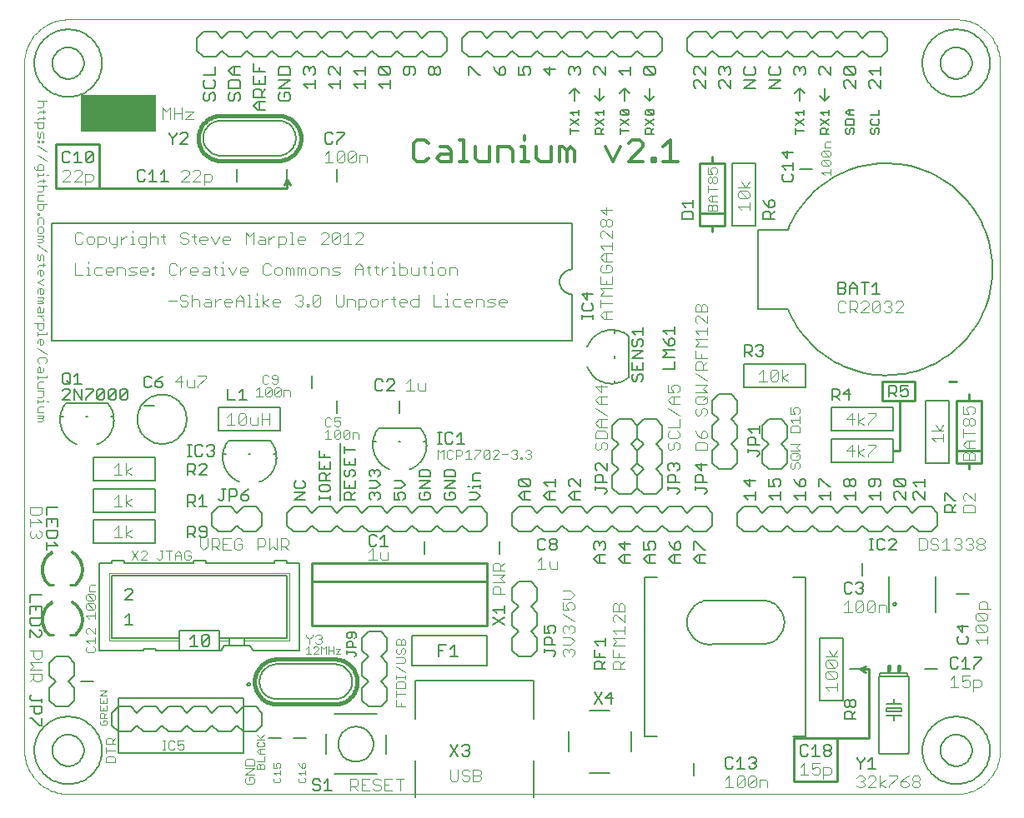
<source format=gto>
G75*
G70*
%OFA0B0*%
%FSLAX24Y24*%
%IPPOS*%
%LPD*%
%AMOC8*
5,1,8,0,0,1.08239X$1,22.5*
%
%ADD10C,0.0000*%
%ADD11C,0.0040*%
%ADD12C,0.0030*%
%ADD13C,0.0120*%
%ADD14C,0.0100*%
%ADD15C,0.0080*%
%ADD16C,0.0060*%
%ADD17R,0.3000X0.1500*%
%ADD18C,0.0050*%
%ADD19C,0.0010*%
%ADD20C,0.0160*%
%ADD21R,0.0160X0.0230*%
%ADD22C,0.0020*%
D10*
X002430Y001811D02*
X037930Y001811D01*
X038013Y001813D01*
X038096Y001819D01*
X038179Y001829D01*
X038261Y001843D01*
X038343Y001860D01*
X038423Y001882D01*
X038502Y001907D01*
X038580Y001936D01*
X038657Y001969D01*
X038732Y002006D01*
X038805Y002045D01*
X038876Y002089D01*
X038945Y002135D01*
X039012Y002185D01*
X039076Y002238D01*
X039138Y002294D01*
X039197Y002353D01*
X039253Y002415D01*
X039306Y002479D01*
X039356Y002546D01*
X039402Y002615D01*
X039446Y002686D01*
X039485Y002759D01*
X039522Y002834D01*
X039555Y002911D01*
X039584Y002989D01*
X039609Y003068D01*
X039631Y003148D01*
X039648Y003230D01*
X039662Y003312D01*
X039672Y003395D01*
X039678Y003478D01*
X039680Y003561D01*
X039680Y031061D01*
X039678Y031144D01*
X039672Y031227D01*
X039662Y031310D01*
X039648Y031392D01*
X039631Y031474D01*
X039609Y031554D01*
X039584Y031633D01*
X039555Y031711D01*
X039522Y031788D01*
X039485Y031863D01*
X039446Y031936D01*
X039402Y032007D01*
X039356Y032076D01*
X039306Y032143D01*
X039253Y032207D01*
X039197Y032269D01*
X039138Y032328D01*
X039076Y032384D01*
X039012Y032437D01*
X038945Y032487D01*
X038876Y032533D01*
X038805Y032577D01*
X038732Y032616D01*
X038657Y032653D01*
X038580Y032686D01*
X038502Y032715D01*
X038423Y032740D01*
X038343Y032762D01*
X038261Y032779D01*
X038179Y032793D01*
X038096Y032803D01*
X038013Y032809D01*
X037930Y032811D01*
X002430Y032811D01*
X002347Y032809D01*
X002264Y032803D01*
X002181Y032793D01*
X002099Y032779D01*
X002017Y032762D01*
X001937Y032740D01*
X001858Y032715D01*
X001780Y032686D01*
X001703Y032653D01*
X001628Y032616D01*
X001555Y032577D01*
X001484Y032533D01*
X001415Y032487D01*
X001348Y032437D01*
X001284Y032384D01*
X001222Y032328D01*
X001163Y032269D01*
X001107Y032207D01*
X001054Y032143D01*
X001004Y032076D01*
X000958Y032007D01*
X000914Y031936D01*
X000875Y031863D01*
X000838Y031788D01*
X000805Y031711D01*
X000776Y031633D01*
X000751Y031554D01*
X000729Y031474D01*
X000712Y031392D01*
X000698Y031310D01*
X000688Y031227D01*
X000682Y031144D01*
X000680Y031061D01*
X000680Y003561D01*
X000682Y003478D01*
X000688Y003395D01*
X000698Y003312D01*
X000712Y003230D01*
X000729Y003148D01*
X000751Y003068D01*
X000776Y002989D01*
X000805Y002911D01*
X000838Y002834D01*
X000875Y002759D01*
X000914Y002686D01*
X000958Y002615D01*
X001004Y002546D01*
X001054Y002479D01*
X001107Y002415D01*
X001163Y002353D01*
X001222Y002294D01*
X001284Y002238D01*
X001348Y002185D01*
X001415Y002135D01*
X001484Y002089D01*
X001555Y002045D01*
X001628Y002006D01*
X001703Y001969D01*
X001780Y001936D01*
X001858Y001907D01*
X001937Y001882D01*
X002017Y001860D01*
X002099Y001843D01*
X002181Y001829D01*
X002264Y001819D01*
X002347Y001813D01*
X002430Y001811D01*
D11*
X006200Y003581D02*
X006320Y003581D01*
X006260Y003581D02*
X006260Y003942D01*
X006200Y003942D02*
X006320Y003942D01*
X006446Y003882D02*
X006446Y003641D01*
X006506Y003581D01*
X006626Y003581D01*
X006686Y003641D01*
X006814Y003641D02*
X006874Y003581D01*
X006994Y003581D01*
X007054Y003641D01*
X007054Y003761D01*
X006994Y003821D01*
X006934Y003821D01*
X006814Y003761D01*
X006814Y003942D01*
X007054Y003942D01*
X006686Y003882D02*
X006626Y003942D01*
X006506Y003942D01*
X006446Y003882D01*
X010630Y003057D02*
X010630Y002871D01*
X010770Y002871D01*
X010723Y002964D01*
X010723Y003011D01*
X010770Y003057D01*
X010863Y003057D01*
X010910Y003011D01*
X010910Y002917D01*
X010863Y002871D01*
X010910Y002763D02*
X010910Y002576D01*
X010910Y002669D02*
X010630Y002669D01*
X010723Y002576D01*
X010676Y002468D02*
X010630Y002421D01*
X010630Y002328D01*
X010676Y002281D01*
X010863Y002281D01*
X010910Y002328D01*
X010910Y002421D01*
X010863Y002468D01*
X011630Y002421D02*
X011630Y002328D01*
X011676Y002281D01*
X011863Y002281D01*
X011910Y002328D01*
X011910Y002421D01*
X011863Y002468D01*
X011910Y002576D02*
X011910Y002763D01*
X011910Y002669D02*
X011630Y002669D01*
X011723Y002576D01*
X011676Y002468D02*
X011630Y002421D01*
X011770Y002871D02*
X011770Y003011D01*
X011817Y003057D01*
X011863Y003057D01*
X011910Y003011D01*
X011910Y002917D01*
X011863Y002871D01*
X011770Y002871D01*
X011676Y002964D01*
X011630Y003057D01*
X013700Y002417D02*
X013700Y001956D01*
X013700Y002110D02*
X013930Y002110D01*
X014007Y002186D01*
X014007Y002340D01*
X013930Y002417D01*
X013700Y002417D01*
X013853Y002110D02*
X014007Y001956D01*
X014160Y001956D02*
X014467Y001956D01*
X014621Y002033D02*
X014698Y001956D01*
X014851Y001956D01*
X014928Y002033D01*
X014928Y002110D01*
X014851Y002186D01*
X014698Y002186D01*
X014621Y002263D01*
X014621Y002340D01*
X014698Y002417D01*
X014851Y002417D01*
X014928Y002340D01*
X015081Y002417D02*
X015081Y001956D01*
X015388Y001956D01*
X015235Y002186D02*
X015081Y002186D01*
X015081Y002417D02*
X015388Y002417D01*
X015542Y002417D02*
X015848Y002417D01*
X015695Y002417D02*
X015695Y001956D01*
X014467Y002417D02*
X014160Y002417D01*
X014160Y001956D01*
X014160Y002186D02*
X014314Y002186D01*
X017700Y002408D02*
X017777Y002331D01*
X017930Y002331D01*
X018007Y002408D01*
X018007Y002792D01*
X018160Y002715D02*
X018160Y002638D01*
X018237Y002561D01*
X018391Y002561D01*
X018467Y002485D01*
X018467Y002408D01*
X018391Y002331D01*
X018237Y002331D01*
X018160Y002408D01*
X018160Y002715D02*
X018237Y002792D01*
X018391Y002792D01*
X018467Y002715D01*
X018621Y002792D02*
X018851Y002792D01*
X018928Y002715D01*
X018928Y002638D01*
X018851Y002561D01*
X018621Y002561D01*
X018621Y002331D02*
X018851Y002331D01*
X018928Y002408D01*
X018928Y002485D01*
X018851Y002561D01*
X018621Y002331D02*
X018621Y002792D01*
X017700Y002792D02*
X017700Y002408D01*
X022276Y007331D02*
X022200Y007408D01*
X022200Y007561D01*
X022276Y007638D01*
X022353Y007638D01*
X022430Y007561D01*
X022507Y007638D01*
X022583Y007638D01*
X022660Y007561D01*
X022660Y007408D01*
X022583Y007331D01*
X022430Y007485D02*
X022430Y007561D01*
X022507Y007792D02*
X022200Y007792D01*
X022507Y007792D02*
X022660Y007945D01*
X022507Y008099D01*
X022200Y008099D01*
X022276Y008252D02*
X022200Y008329D01*
X022200Y008482D01*
X022276Y008559D01*
X022353Y008559D01*
X022430Y008482D01*
X022507Y008559D01*
X022583Y008559D01*
X022660Y008482D01*
X022660Y008329D01*
X022583Y008252D01*
X022430Y008406D02*
X022430Y008482D01*
X022660Y008712D02*
X022200Y009019D01*
X022200Y009173D02*
X022430Y009173D01*
X022353Y009326D01*
X022353Y009403D01*
X022430Y009480D01*
X022583Y009480D01*
X022660Y009403D01*
X022660Y009250D01*
X022583Y009173D01*
X022200Y009173D02*
X022200Y009480D01*
X022200Y009633D02*
X022507Y009633D01*
X022660Y009787D01*
X022507Y009940D01*
X022200Y009940D01*
X021967Y010831D02*
X021967Y011138D01*
X021660Y011138D02*
X021660Y010908D01*
X021737Y010831D01*
X021967Y010831D01*
X021507Y010831D02*
X021200Y010831D01*
X021353Y010831D02*
X021353Y011292D01*
X021200Y011138D01*
X019860Y011059D02*
X019707Y010906D01*
X019707Y010982D02*
X019707Y010752D01*
X019860Y010752D02*
X019400Y010752D01*
X019400Y010982D01*
X019476Y011059D01*
X019630Y011059D01*
X019707Y010982D01*
X019860Y010599D02*
X019400Y010599D01*
X019400Y010292D02*
X019860Y010292D01*
X019707Y010445D01*
X019860Y010599D01*
X019630Y010138D02*
X019476Y010138D01*
X019400Y010061D01*
X019400Y009831D01*
X019860Y009831D01*
X019707Y009831D02*
X019707Y010061D01*
X019630Y010138D01*
X015217Y011181D02*
X015217Y011488D01*
X014910Y011488D02*
X014910Y011258D01*
X014987Y011181D01*
X015217Y011181D01*
X014757Y011181D02*
X014450Y011181D01*
X014603Y011181D02*
X014603Y011642D01*
X014450Y011488D01*
X011230Y011581D02*
X011076Y011735D01*
X011153Y011735D02*
X010923Y011735D01*
X010923Y011581D02*
X010923Y012042D01*
X011153Y012042D01*
X011230Y011965D01*
X011230Y011811D01*
X011153Y011735D01*
X010769Y011581D02*
X010769Y012042D01*
X010462Y012042D02*
X010462Y011581D01*
X010616Y011735D01*
X010769Y011581D01*
X010309Y011811D02*
X010232Y011735D01*
X010002Y011735D01*
X010002Y011581D02*
X010002Y012042D01*
X010232Y012042D01*
X010309Y011965D01*
X010309Y011811D01*
X009388Y011811D02*
X009388Y011658D01*
X009311Y011581D01*
X009158Y011581D01*
X009081Y011658D01*
X009081Y011965D01*
X009158Y012042D01*
X009311Y012042D01*
X009388Y011965D01*
X009388Y011811D02*
X009235Y011811D01*
X008928Y011581D02*
X008621Y011581D01*
X008621Y012042D01*
X008928Y012042D01*
X008774Y011811D02*
X008621Y011811D01*
X008467Y011811D02*
X008391Y011735D01*
X008160Y011735D01*
X008007Y011735D02*
X008007Y012042D01*
X008160Y012042D02*
X008391Y012042D01*
X008467Y011965D01*
X008467Y011811D01*
X008314Y011735D02*
X008467Y011581D01*
X008160Y011581D02*
X008160Y012042D01*
X008007Y011735D02*
X007853Y011581D01*
X007700Y011735D01*
X007700Y012042D01*
X007262Y011542D02*
X007142Y011542D01*
X007082Y011482D01*
X007082Y011241D01*
X007142Y011181D01*
X007262Y011181D01*
X007322Y011241D01*
X007322Y011361D01*
X007202Y011361D01*
X007322Y011482D02*
X007262Y011542D01*
X006954Y011421D02*
X006954Y011181D01*
X006954Y011361D02*
X006713Y011361D01*
X006713Y011421D02*
X006713Y011181D01*
X006713Y011421D02*
X006833Y011542D01*
X006954Y011421D01*
X006585Y011542D02*
X006345Y011542D01*
X006465Y011542D02*
X006465Y011181D01*
X006157Y011241D02*
X006157Y011542D01*
X006097Y011542D02*
X006217Y011542D01*
X006157Y011241D02*
X006097Y011181D01*
X006037Y011181D01*
X005977Y011241D01*
X005572Y011181D02*
X005332Y011181D01*
X005572Y011421D01*
X005572Y011482D01*
X005512Y011542D01*
X005392Y011542D01*
X005332Y011482D01*
X005204Y011542D02*
X004963Y011181D01*
X005204Y011181D02*
X004963Y011542D01*
X004969Y012081D02*
X004738Y012235D01*
X004969Y012388D01*
X004738Y012542D02*
X004738Y012081D01*
X004585Y012081D02*
X004278Y012081D01*
X004431Y012081D02*
X004431Y012542D01*
X004278Y012388D01*
X004278Y013331D02*
X004585Y013331D01*
X004738Y013331D02*
X004738Y013792D01*
X004969Y013638D02*
X004738Y013485D01*
X004969Y013331D01*
X004431Y013331D02*
X004431Y013792D01*
X004278Y013638D01*
X004278Y014581D02*
X004585Y014581D01*
X004738Y014581D02*
X004738Y015042D01*
X004969Y014888D02*
X004738Y014735D01*
X004969Y014581D01*
X004431Y014581D02*
X004431Y015042D01*
X004278Y014888D01*
X001360Y013291D02*
X001360Y013061D01*
X001284Y012984D01*
X000977Y012984D01*
X000900Y013061D01*
X000900Y013291D01*
X001360Y013291D01*
X001207Y012831D02*
X001360Y012677D01*
X000900Y012677D01*
X000900Y012524D02*
X000900Y012831D01*
X000977Y012370D02*
X000900Y012294D01*
X000900Y012140D01*
X000977Y012064D01*
X001053Y012064D01*
X001130Y012140D01*
X001130Y012217D01*
X001130Y012140D02*
X001207Y012064D01*
X001284Y012064D01*
X001360Y012140D01*
X001360Y012294D01*
X001284Y012370D01*
X003210Y008458D02*
X003150Y008398D01*
X003150Y008278D01*
X003210Y008218D01*
X003210Y008458D02*
X003270Y008458D01*
X003510Y008218D01*
X003510Y008458D01*
X003510Y008090D02*
X003510Y007850D01*
X003510Y007970D02*
X003150Y007970D01*
X003270Y007850D01*
X003210Y007721D02*
X003150Y007661D01*
X003150Y007541D01*
X003210Y007481D01*
X003450Y007481D01*
X003510Y007541D01*
X003510Y007661D01*
X003450Y007721D01*
X001360Y007541D02*
X001360Y007311D01*
X001284Y007234D01*
X001130Y007234D01*
X001053Y007311D01*
X001053Y007541D01*
X000900Y007541D02*
X001360Y007541D01*
X001360Y007081D02*
X000900Y007081D01*
X001053Y006927D01*
X000900Y006774D01*
X001360Y006774D01*
X001360Y006620D02*
X000900Y006620D01*
X001053Y006620D02*
X001053Y006390D01*
X001130Y006314D01*
X001284Y006314D01*
X001360Y006390D01*
X001360Y006620D01*
X001053Y006467D02*
X000900Y006314D01*
X011950Y008132D02*
X012070Y008011D01*
X012070Y007831D01*
X012070Y008011D02*
X012190Y008132D01*
X012190Y008192D01*
X012318Y008132D02*
X012378Y008192D01*
X012498Y008192D01*
X012559Y008132D01*
X012559Y008071D01*
X012498Y008011D01*
X012559Y007951D01*
X012559Y007891D01*
X012498Y007831D01*
X012378Y007831D01*
X012318Y007891D01*
X012438Y008011D02*
X012498Y008011D01*
X011950Y008132D02*
X011950Y008192D01*
X012760Y016531D02*
X012880Y016531D01*
X012940Y016591D01*
X013068Y016591D02*
X013128Y016531D01*
X013248Y016531D01*
X013309Y016591D01*
X013309Y016711D01*
X013248Y016771D01*
X013188Y016771D01*
X013068Y016711D01*
X013068Y016892D01*
X013309Y016892D01*
X012940Y016832D02*
X012880Y016892D01*
X012760Y016892D01*
X012700Y016832D01*
X012700Y016591D01*
X012760Y016531D01*
X010809Y018291D02*
X010809Y018532D01*
X010748Y018592D01*
X010628Y018592D01*
X010568Y018532D01*
X010568Y018471D01*
X010628Y018411D01*
X010809Y018411D01*
X010809Y018291D02*
X010748Y018231D01*
X010628Y018231D01*
X010568Y018291D01*
X010440Y018291D02*
X010380Y018231D01*
X010260Y018231D01*
X010200Y018291D01*
X010200Y018532D01*
X010260Y018592D01*
X010380Y018592D01*
X010440Y018532D01*
X010467Y017042D02*
X010467Y016581D01*
X010467Y016811D02*
X010160Y016811D01*
X010007Y016888D02*
X010007Y016581D01*
X009777Y016581D01*
X009700Y016658D01*
X009700Y016888D01*
X009547Y016965D02*
X009240Y016658D01*
X009316Y016581D01*
X009470Y016581D01*
X009547Y016658D01*
X009547Y016965D01*
X009470Y017042D01*
X009316Y017042D01*
X009240Y016965D01*
X009240Y016658D01*
X009086Y016581D02*
X008779Y016581D01*
X008933Y016581D02*
X008933Y017042D01*
X008779Y016888D01*
X010160Y017042D02*
X010160Y016581D01*
X007928Y018465D02*
X007621Y018158D01*
X007621Y018081D01*
X007467Y018081D02*
X007467Y018388D01*
X007621Y018542D02*
X007928Y018542D01*
X007928Y018465D01*
X007467Y018081D02*
X007237Y018081D01*
X007160Y018158D01*
X007160Y018388D01*
X007007Y018311D02*
X006700Y018311D01*
X006930Y018542D01*
X006930Y018081D01*
X006987Y021331D02*
X006910Y021408D01*
X006987Y021331D02*
X007141Y021331D01*
X007217Y021408D01*
X007217Y021485D01*
X007141Y021561D01*
X006987Y021561D01*
X006910Y021638D01*
X006910Y021715D01*
X006987Y021792D01*
X007141Y021792D01*
X007217Y021715D01*
X007371Y021792D02*
X007371Y021331D01*
X007371Y021561D02*
X007448Y021638D01*
X007601Y021638D01*
X007678Y021561D01*
X007678Y021331D01*
X007831Y021408D02*
X007908Y021485D01*
X008138Y021485D01*
X008138Y021561D02*
X008138Y021331D01*
X007908Y021331D01*
X007831Y021408D01*
X007908Y021638D02*
X008061Y021638D01*
X008138Y021561D01*
X008292Y021485D02*
X008445Y021638D01*
X008522Y021638D01*
X008675Y021561D02*
X008675Y021408D01*
X008752Y021331D01*
X008905Y021331D01*
X008982Y021485D02*
X008675Y021485D01*
X008675Y021561D02*
X008752Y021638D01*
X008905Y021638D01*
X008982Y021561D01*
X008982Y021485D01*
X009136Y021561D02*
X009443Y021561D01*
X009443Y021638D02*
X009443Y021331D01*
X009596Y021331D02*
X009749Y021331D01*
X009673Y021331D02*
X009673Y021792D01*
X009596Y021792D01*
X009443Y021638D02*
X009289Y021792D01*
X009136Y021638D01*
X009136Y021331D01*
X009903Y021331D02*
X010056Y021331D01*
X009980Y021331D02*
X009980Y021638D01*
X009903Y021638D01*
X009980Y021792D02*
X009980Y021868D01*
X010210Y021792D02*
X010210Y021331D01*
X010210Y021485D02*
X010440Y021638D01*
X010594Y021561D02*
X010670Y021638D01*
X010824Y021638D01*
X010900Y021561D01*
X010900Y021485D01*
X010594Y021485D01*
X010594Y021561D02*
X010594Y021408D01*
X010670Y021331D01*
X010824Y021331D01*
X010440Y021331D02*
X010210Y021485D01*
X010296Y022581D02*
X010450Y022581D01*
X010527Y022658D01*
X010680Y022658D02*
X010680Y022811D01*
X010757Y022888D01*
X010910Y022888D01*
X010987Y022811D01*
X010987Y022658D01*
X010910Y022581D01*
X010757Y022581D01*
X010680Y022658D01*
X010527Y022965D02*
X010450Y023042D01*
X010296Y023042D01*
X010220Y022965D01*
X010220Y022658D01*
X010296Y022581D01*
X009606Y022735D02*
X009299Y022735D01*
X009299Y022811D02*
X009299Y022658D01*
X009376Y022581D01*
X009529Y022581D01*
X009606Y022735D02*
X009606Y022811D01*
X009529Y022888D01*
X009376Y022888D01*
X009299Y022811D01*
X009145Y022888D02*
X008992Y022581D01*
X008839Y022888D01*
X008608Y022888D02*
X008608Y022581D01*
X008532Y022581D02*
X008685Y022581D01*
X008378Y022581D02*
X008301Y022658D01*
X008301Y022965D01*
X008225Y022888D02*
X008378Y022888D01*
X008532Y022888D02*
X008608Y022888D01*
X008608Y023042D02*
X008608Y023118D01*
X008071Y022811D02*
X008071Y022581D01*
X007841Y022581D01*
X007764Y022658D01*
X007841Y022735D01*
X008071Y022735D01*
X008071Y022811D02*
X007995Y022888D01*
X007841Y022888D01*
X007611Y022811D02*
X007611Y022735D01*
X007304Y022735D01*
X007304Y022811D02*
X007304Y022658D01*
X007381Y022581D01*
X007534Y022581D01*
X007611Y022811D02*
X007534Y022888D01*
X007381Y022888D01*
X007304Y022811D01*
X007150Y022888D02*
X007074Y022888D01*
X006920Y022735D01*
X006920Y022888D02*
X006920Y022581D01*
X006767Y022658D02*
X006690Y022581D01*
X006537Y022581D01*
X006460Y022658D01*
X006460Y022965D01*
X006537Y023042D01*
X006690Y023042D01*
X006767Y022965D01*
X005846Y022888D02*
X005846Y022811D01*
X005769Y022811D01*
X005769Y022888D01*
X005846Y022888D01*
X005846Y022658D02*
X005846Y022581D01*
X005769Y022581D01*
X005769Y022658D01*
X005846Y022658D01*
X005616Y022735D02*
X005616Y022811D01*
X005539Y022888D01*
X005386Y022888D01*
X005309Y022811D01*
X005309Y022658D01*
X005386Y022581D01*
X005539Y022581D01*
X005616Y022735D02*
X005309Y022735D01*
X005155Y022658D02*
X005079Y022735D01*
X004925Y022735D01*
X004848Y022811D01*
X004925Y022888D01*
X005155Y022888D01*
X005155Y022658D02*
X005079Y022581D01*
X004848Y022581D01*
X004695Y022581D02*
X004695Y022811D01*
X004618Y022888D01*
X004388Y022888D01*
X004388Y022581D01*
X004235Y022735D02*
X003928Y022735D01*
X003928Y022811D02*
X003928Y022658D01*
X004004Y022581D01*
X004158Y022581D01*
X004235Y022735D02*
X004235Y022811D01*
X004158Y022888D01*
X004004Y022888D01*
X003928Y022811D01*
X003774Y022888D02*
X003544Y022888D01*
X003467Y022811D01*
X003467Y022658D01*
X003544Y022581D01*
X003774Y022581D01*
X003314Y022581D02*
X003160Y022581D01*
X003237Y022581D02*
X003237Y022888D01*
X003160Y022888D01*
X003237Y023042D02*
X003237Y023118D01*
X002700Y023042D02*
X002700Y022581D01*
X003007Y022581D01*
X003621Y023678D02*
X003621Y024138D01*
X003851Y024138D01*
X003928Y024061D01*
X003928Y023908D01*
X003851Y023831D01*
X003621Y023831D01*
X003467Y023908D02*
X003467Y024061D01*
X003391Y024138D01*
X003237Y024138D01*
X003160Y024061D01*
X003160Y023908D01*
X003237Y023831D01*
X003391Y023831D01*
X003467Y023908D01*
X003007Y023908D02*
X002930Y023831D01*
X002777Y023831D01*
X002700Y023908D01*
X002700Y024215D01*
X002777Y024292D01*
X002930Y024292D01*
X003007Y024215D01*
X004081Y024138D02*
X004081Y023908D01*
X004158Y023831D01*
X004388Y023831D01*
X004388Y023755D02*
X004311Y023678D01*
X004235Y023678D01*
X004388Y023755D02*
X004388Y024138D01*
X004542Y024138D02*
X004542Y023831D01*
X004542Y023985D02*
X004695Y024138D01*
X004772Y024138D01*
X004925Y024138D02*
X005002Y024138D01*
X005002Y023831D01*
X004925Y023831D02*
X005079Y023831D01*
X005232Y023908D02*
X005309Y023831D01*
X005539Y023831D01*
X005539Y023755D02*
X005539Y024138D01*
X005309Y024138D01*
X005232Y024061D01*
X005232Y023908D01*
X005386Y023678D02*
X005462Y023678D01*
X005539Y023755D01*
X005693Y023831D02*
X005693Y024292D01*
X005769Y024138D02*
X005693Y024061D01*
X005769Y024138D02*
X005923Y024138D01*
X005999Y024061D01*
X005999Y023831D01*
X006230Y023908D02*
X006230Y024215D01*
X006153Y024138D02*
X006306Y024138D01*
X006230Y023908D02*
X006306Y023831D01*
X006920Y023908D02*
X006997Y023831D01*
X007150Y023831D01*
X007227Y023908D01*
X007227Y023985D01*
X007150Y024061D01*
X006997Y024061D01*
X006920Y024138D01*
X006920Y024215D01*
X006997Y024292D01*
X007150Y024292D01*
X007227Y024215D01*
X007381Y024138D02*
X007534Y024138D01*
X007457Y024215D02*
X007457Y023908D01*
X007534Y023831D01*
X007688Y023908D02*
X007688Y024061D01*
X007764Y024138D01*
X007918Y024138D01*
X007995Y024061D01*
X007995Y023985D01*
X007688Y023985D01*
X007688Y023908D02*
X007764Y023831D01*
X007918Y023831D01*
X008148Y024138D02*
X008301Y023831D01*
X008455Y024138D01*
X008608Y024061D02*
X008685Y024138D01*
X008839Y024138D01*
X008915Y024061D01*
X008915Y023985D01*
X008608Y023985D01*
X008608Y024061D02*
X008608Y023908D01*
X008685Y023831D01*
X008839Y023831D01*
X009529Y023831D02*
X009529Y024292D01*
X009683Y024138D01*
X009836Y024292D01*
X009836Y023831D01*
X009990Y023908D02*
X010066Y023985D01*
X010296Y023985D01*
X010296Y024061D02*
X010296Y023831D01*
X010066Y023831D01*
X009990Y023908D01*
X010066Y024138D02*
X010220Y024138D01*
X010296Y024061D01*
X010450Y023985D02*
X010603Y024138D01*
X010680Y024138D01*
X010834Y024138D02*
X011064Y024138D01*
X011141Y024061D01*
X011141Y023908D01*
X011064Y023831D01*
X010834Y023831D01*
X010834Y023678D02*
X010834Y024138D01*
X010450Y024138D02*
X010450Y023831D01*
X011294Y023831D02*
X011447Y023831D01*
X011371Y023831D02*
X011371Y024292D01*
X011294Y024292D01*
X011601Y024061D02*
X011678Y024138D01*
X011831Y024138D01*
X011908Y024061D01*
X011908Y023985D01*
X011601Y023985D01*
X011601Y024061D02*
X011601Y023908D01*
X011678Y023831D01*
X011831Y023831D01*
X012522Y023831D02*
X012829Y024138D01*
X012829Y024215D01*
X012752Y024292D01*
X012598Y024292D01*
X012522Y024215D01*
X012522Y023831D02*
X012829Y023831D01*
X012982Y023908D02*
X013289Y024215D01*
X013289Y023908D01*
X013212Y023831D01*
X013059Y023831D01*
X012982Y023908D01*
X012982Y024215D01*
X013059Y024292D01*
X013212Y024292D01*
X013289Y024215D01*
X013442Y024138D02*
X013596Y024292D01*
X013596Y023831D01*
X013749Y023831D02*
X013442Y023831D01*
X013903Y023831D02*
X014210Y024138D01*
X014210Y024215D01*
X014133Y024292D01*
X013980Y024292D01*
X013903Y024215D01*
X013903Y023831D02*
X014210Y023831D01*
X014056Y023042D02*
X014210Y022888D01*
X014210Y022581D01*
X014210Y022811D02*
X013903Y022811D01*
X013903Y022888D02*
X014056Y023042D01*
X013903Y022888D02*
X013903Y022581D01*
X014440Y022658D02*
X014440Y022965D01*
X014363Y022888D02*
X014517Y022888D01*
X014670Y022888D02*
X014824Y022888D01*
X014747Y022965D02*
X014747Y022658D01*
X014824Y022581D01*
X014977Y022581D02*
X014977Y022888D01*
X014977Y022735D02*
X015131Y022888D01*
X015207Y022888D01*
X015361Y022888D02*
X015438Y022888D01*
X015438Y022581D01*
X015514Y022581D02*
X015361Y022581D01*
X015668Y022581D02*
X015668Y023042D01*
X015668Y022888D02*
X015898Y022888D01*
X015975Y022811D01*
X015975Y022658D01*
X015898Y022581D01*
X015668Y022581D01*
X016128Y022658D02*
X016128Y022888D01*
X016128Y022658D02*
X016205Y022581D01*
X016435Y022581D01*
X016435Y022888D01*
X016589Y022888D02*
X016742Y022888D01*
X016665Y022965D02*
X016665Y022658D01*
X016742Y022581D01*
X016895Y022581D02*
X017049Y022581D01*
X016972Y022581D02*
X016972Y022888D01*
X016895Y022888D01*
X016972Y023042D02*
X016972Y023118D01*
X017202Y022811D02*
X017202Y022658D01*
X017279Y022581D01*
X017433Y022581D01*
X017509Y022658D01*
X017509Y022811D01*
X017433Y022888D01*
X017279Y022888D01*
X017202Y022811D01*
X017663Y022888D02*
X017663Y022581D01*
X017970Y022581D02*
X017970Y022811D01*
X017893Y022888D01*
X017663Y022888D01*
X017576Y021868D02*
X017576Y021792D01*
X017576Y021638D02*
X017499Y021638D01*
X017576Y021638D02*
X017576Y021331D01*
X017499Y021331D02*
X017653Y021331D01*
X017806Y021408D02*
X017883Y021331D01*
X018113Y021331D01*
X018267Y021408D02*
X018267Y021561D01*
X018343Y021638D01*
X018497Y021638D01*
X018574Y021561D01*
X018574Y021485D01*
X018267Y021485D01*
X018267Y021408D02*
X018343Y021331D01*
X018497Y021331D01*
X018727Y021331D02*
X018727Y021638D01*
X018957Y021638D01*
X019034Y021561D01*
X019034Y021331D01*
X019188Y021331D02*
X019418Y021331D01*
X019494Y021408D01*
X019418Y021485D01*
X019264Y021485D01*
X019188Y021561D01*
X019264Y021638D01*
X019494Y021638D01*
X019648Y021561D02*
X019648Y021408D01*
X019725Y021331D01*
X019878Y021331D01*
X019955Y021485D02*
X019648Y021485D01*
X019648Y021561D02*
X019725Y021638D01*
X019878Y021638D01*
X019955Y021561D01*
X019955Y021485D01*
X018113Y021638D02*
X017883Y021638D01*
X017806Y021561D01*
X017806Y021408D01*
X017346Y021331D02*
X017039Y021331D01*
X017039Y021792D01*
X016425Y021792D02*
X016425Y021331D01*
X016195Y021331D01*
X016118Y021408D01*
X016118Y021561D01*
X016195Y021638D01*
X016425Y021638D01*
X015965Y021561D02*
X015965Y021485D01*
X015658Y021485D01*
X015658Y021561D02*
X015735Y021638D01*
X015888Y021638D01*
X015965Y021561D01*
X015888Y021331D02*
X015735Y021331D01*
X015658Y021408D01*
X015658Y021561D01*
X015504Y021638D02*
X015351Y021638D01*
X015428Y021715D02*
X015428Y021408D01*
X015504Y021331D01*
X015197Y021638D02*
X015121Y021638D01*
X014967Y021485D01*
X014967Y021638D02*
X014967Y021331D01*
X014814Y021408D02*
X014814Y021561D01*
X014737Y021638D01*
X014584Y021638D01*
X014507Y021561D01*
X014507Y021408D01*
X014584Y021331D01*
X014737Y021331D01*
X014814Y021408D01*
X014353Y021408D02*
X014353Y021561D01*
X014277Y021638D01*
X014046Y021638D01*
X014046Y021178D01*
X014046Y021331D02*
X014277Y021331D01*
X014353Y021408D01*
X013893Y021331D02*
X013893Y021561D01*
X013816Y021638D01*
X013586Y021638D01*
X013586Y021331D01*
X013433Y021408D02*
X013433Y021792D01*
X013126Y021792D02*
X013126Y021408D01*
X013202Y021331D01*
X013356Y021331D01*
X013433Y021408D01*
X012512Y021408D02*
X012435Y021331D01*
X012282Y021331D01*
X012205Y021408D01*
X012512Y021715D01*
X012512Y021408D01*
X012512Y021715D02*
X012435Y021792D01*
X012282Y021792D01*
X012205Y021715D01*
X012205Y021408D01*
X012051Y021408D02*
X012051Y021331D01*
X011975Y021331D01*
X011975Y021408D01*
X012051Y021408D01*
X011821Y021408D02*
X011821Y021485D01*
X011745Y021561D01*
X011668Y021561D01*
X011745Y021561D02*
X011821Y021638D01*
X011821Y021715D01*
X011745Y021792D01*
X011591Y021792D01*
X011514Y021715D01*
X011514Y021408D02*
X011591Y021331D01*
X011745Y021331D01*
X011821Y021408D01*
X011754Y022581D02*
X011754Y022811D01*
X011831Y022888D01*
X011908Y022811D01*
X011908Y022581D01*
X012061Y022658D02*
X012138Y022581D01*
X012292Y022581D01*
X012368Y022658D01*
X012368Y022811D01*
X012292Y022888D01*
X012138Y022888D01*
X012061Y022811D01*
X012061Y022658D01*
X011754Y022811D02*
X011678Y022888D01*
X011601Y022888D01*
X011601Y022581D01*
X011447Y022581D02*
X011447Y022811D01*
X011371Y022888D01*
X011294Y022811D01*
X011294Y022581D01*
X011141Y022581D02*
X011141Y022888D01*
X011217Y022888D01*
X011294Y022811D01*
X012522Y022888D02*
X012522Y022581D01*
X012829Y022581D02*
X012829Y022811D01*
X012752Y022888D01*
X012522Y022888D01*
X012982Y022811D02*
X013059Y022735D01*
X013212Y022735D01*
X013289Y022658D01*
X013212Y022581D01*
X012982Y022581D01*
X012982Y022811D02*
X013059Y022888D01*
X013289Y022888D01*
X014440Y022658D02*
X014517Y022581D01*
X015438Y023042D02*
X015438Y023118D01*
X014388Y027081D02*
X014388Y027311D01*
X014311Y027388D01*
X014081Y027388D01*
X014081Y027081D01*
X013928Y027158D02*
X013851Y027081D01*
X013698Y027081D01*
X013621Y027158D01*
X013928Y027465D01*
X013928Y027158D01*
X013928Y027465D02*
X013851Y027542D01*
X013698Y027542D01*
X013621Y027465D01*
X013621Y027158D01*
X013467Y027158D02*
X013391Y027081D01*
X013237Y027081D01*
X013160Y027158D01*
X013467Y027465D01*
X013467Y027158D01*
X013160Y027158D02*
X013160Y027465D01*
X013237Y027542D01*
X013391Y027542D01*
X013467Y027465D01*
X012853Y027542D02*
X012700Y027388D01*
X012853Y027542D02*
X012853Y027081D01*
X012700Y027081D02*
X013007Y027081D01*
X008178Y026561D02*
X008178Y026408D01*
X008101Y026331D01*
X007871Y026331D01*
X007871Y026178D02*
X007871Y026638D01*
X008101Y026638D01*
X008178Y026561D01*
X007717Y026638D02*
X007410Y026331D01*
X007717Y026331D01*
X007717Y026638D02*
X007717Y026715D01*
X007641Y026792D01*
X007487Y026792D01*
X007410Y026715D01*
X007257Y026715D02*
X007180Y026792D01*
X007027Y026792D01*
X006950Y026715D01*
X007257Y026715D02*
X007257Y026638D01*
X006950Y026331D01*
X007257Y026331D01*
X005002Y024368D02*
X005002Y024292D01*
X003351Y026331D02*
X003121Y026331D01*
X003121Y026178D02*
X003121Y026638D01*
X003351Y026638D01*
X003428Y026561D01*
X003428Y026408D01*
X003351Y026331D01*
X002967Y026331D02*
X002660Y026331D01*
X002967Y026638D01*
X002967Y026715D01*
X002891Y026792D01*
X002737Y026792D01*
X002660Y026715D01*
X002507Y026715D02*
X002430Y026792D01*
X002277Y026792D01*
X002200Y026715D01*
X002507Y026715D02*
X002507Y026638D01*
X002200Y026331D01*
X002507Y026331D01*
X006200Y028831D02*
X006200Y029292D01*
X006353Y029138D01*
X006507Y029292D01*
X006507Y028831D01*
X006660Y028831D02*
X006660Y029292D01*
X006660Y029061D02*
X006967Y029061D01*
X007121Y029138D02*
X007428Y029138D01*
X007121Y028831D01*
X007428Y028831D01*
X006967Y028831D02*
X006967Y029292D01*
X006757Y021561D02*
X006450Y021561D01*
X008292Y021638D02*
X008292Y021331D01*
X015950Y018263D02*
X016103Y018417D01*
X016103Y017956D01*
X015950Y017956D02*
X016257Y017956D01*
X016410Y018033D02*
X016410Y018263D01*
X016410Y018033D02*
X016487Y017956D01*
X016717Y017956D01*
X016717Y018263D01*
X023500Y018113D02*
X023730Y017883D01*
X023730Y018190D01*
X023960Y018113D02*
X023500Y018113D01*
X023653Y017730D02*
X023960Y017730D01*
X023730Y017730D02*
X023730Y017423D01*
X023653Y017423D02*
X023960Y017423D01*
X023653Y017423D02*
X023500Y017576D01*
X023653Y017730D01*
X023500Y017269D02*
X023960Y016962D01*
X023960Y016809D02*
X023653Y016809D01*
X023500Y016656D01*
X023653Y016502D01*
X023960Y016502D01*
X023883Y016349D02*
X023576Y016349D01*
X023500Y016272D01*
X023500Y016042D01*
X023960Y016042D01*
X023960Y016272D01*
X023883Y016349D01*
X023730Y016502D02*
X023730Y016809D01*
X023807Y015888D02*
X023883Y015888D01*
X023960Y015811D01*
X023960Y015658D01*
X023883Y015581D01*
X023730Y015658D02*
X023730Y015811D01*
X023807Y015888D01*
X023576Y015888D02*
X023500Y015811D01*
X023500Y015658D01*
X023576Y015581D01*
X023653Y015581D01*
X023730Y015658D01*
X026400Y015658D02*
X026476Y015581D01*
X026553Y015581D01*
X026630Y015658D01*
X026630Y015811D01*
X026707Y015888D01*
X026783Y015888D01*
X026860Y015811D01*
X026860Y015658D01*
X026783Y015581D01*
X026400Y015658D02*
X026400Y015811D01*
X026476Y015888D01*
X026476Y016042D02*
X026783Y016042D01*
X026860Y016118D01*
X026860Y016272D01*
X026783Y016349D01*
X026860Y016502D02*
X026400Y016502D01*
X026476Y016349D02*
X026400Y016272D01*
X026400Y016118D01*
X026476Y016042D01*
X026860Y016502D02*
X026860Y016809D01*
X026860Y016962D02*
X026400Y017269D01*
X026553Y017423D02*
X026400Y017576D01*
X026553Y017730D01*
X026860Y017730D01*
X026783Y017883D02*
X026860Y017960D01*
X026860Y018113D01*
X026783Y018190D01*
X026630Y018190D01*
X026553Y018113D01*
X026553Y018037D01*
X026630Y017883D01*
X026400Y017883D01*
X026400Y018190D01*
X026630Y017730D02*
X026630Y017423D01*
X026553Y017423D02*
X026860Y017423D01*
X027500Y017500D02*
X027500Y017653D01*
X027576Y017730D01*
X027883Y017730D01*
X027960Y017653D01*
X027960Y017500D01*
X027883Y017423D01*
X027576Y017423D01*
X027500Y017500D01*
X027576Y017269D02*
X027500Y017193D01*
X027500Y017039D01*
X027576Y016962D01*
X027653Y016962D01*
X027730Y017039D01*
X027730Y017193D01*
X027807Y017269D01*
X027883Y017269D01*
X027960Y017193D01*
X027960Y017039D01*
X027883Y016962D01*
X027883Y016349D02*
X027807Y016349D01*
X027730Y016272D01*
X027730Y016042D01*
X027883Y016042D01*
X027960Y016118D01*
X027960Y016272D01*
X027883Y016349D01*
X027576Y016195D02*
X027730Y016042D01*
X027576Y016195D02*
X027500Y016349D01*
X027576Y015888D02*
X027500Y015811D01*
X027500Y015581D01*
X027960Y015581D01*
X027960Y015811D01*
X027883Y015888D01*
X027576Y015888D01*
X027807Y017576D02*
X027960Y017730D01*
X027960Y017883D02*
X027500Y017883D01*
X027500Y018190D02*
X027960Y018190D01*
X027807Y018037D01*
X027960Y017883D01*
X027960Y018344D02*
X027500Y018651D01*
X027500Y018804D02*
X027500Y019034D01*
X027576Y019111D01*
X027730Y019111D01*
X027807Y019034D01*
X027807Y018804D01*
X027960Y018804D02*
X027500Y018804D01*
X027807Y018957D02*
X027960Y019111D01*
X027960Y019264D02*
X027500Y019264D01*
X027500Y019571D01*
X027500Y019725D02*
X027653Y019878D01*
X027500Y020032D01*
X027960Y020032D01*
X027960Y020185D02*
X027960Y020492D01*
X027960Y020339D02*
X027500Y020339D01*
X027653Y020185D01*
X027576Y020646D02*
X027500Y020722D01*
X027500Y020876D01*
X027576Y020953D01*
X027653Y020953D01*
X027960Y020646D01*
X027960Y020953D01*
X027960Y021106D02*
X027500Y021106D01*
X027500Y021336D01*
X027576Y021413D01*
X027653Y021413D01*
X027730Y021336D01*
X027730Y021106D01*
X027960Y021106D02*
X027960Y021336D01*
X027883Y021413D01*
X027807Y021413D01*
X027730Y021336D01*
X027960Y019725D02*
X027500Y019725D01*
X027730Y019418D02*
X027730Y019264D01*
X030048Y018638D02*
X030201Y018792D01*
X030201Y018331D01*
X030048Y018331D02*
X030355Y018331D01*
X030508Y018408D02*
X030815Y018715D01*
X030815Y018408D01*
X030738Y018331D01*
X030585Y018331D01*
X030508Y018408D01*
X030508Y018715D01*
X030585Y018792D01*
X030738Y018792D01*
X030815Y018715D01*
X030969Y018792D02*
X030969Y018331D01*
X030969Y018485D02*
X031199Y018638D01*
X030969Y018485D02*
X031199Y018331D01*
X033548Y016811D02*
X033855Y016811D01*
X034008Y016735D02*
X034238Y016888D01*
X034392Y017042D02*
X034699Y017042D01*
X034699Y016965D01*
X034392Y016658D01*
X034392Y016581D01*
X034238Y016581D02*
X034008Y016735D01*
X034008Y016581D02*
X034008Y017042D01*
X033778Y017042D02*
X033778Y016581D01*
X033548Y016811D02*
X033778Y017042D01*
X033778Y015792D02*
X033548Y015561D01*
X033855Y015561D01*
X034008Y015485D02*
X034238Y015331D01*
X034392Y015331D02*
X034392Y015408D01*
X034699Y015715D01*
X034699Y015792D01*
X034392Y015792D01*
X034238Y015638D02*
X034008Y015485D01*
X034008Y015331D02*
X034008Y015792D01*
X033778Y015792D02*
X033778Y015331D01*
X036950Y016063D02*
X037410Y016063D01*
X037410Y016216D02*
X037410Y015909D01*
X037103Y015909D02*
X036950Y016063D01*
X036950Y016370D02*
X037410Y016370D01*
X037257Y016370D02*
X037103Y016600D01*
X037257Y016370D02*
X037410Y016600D01*
X038200Y016638D02*
X038200Y016792D01*
X038276Y016868D01*
X038353Y016868D01*
X038430Y016792D01*
X038430Y016638D01*
X038353Y016561D01*
X038276Y016561D01*
X038200Y016638D01*
X038430Y016638D02*
X038507Y016561D01*
X038583Y016561D01*
X038660Y016638D01*
X038660Y016792D01*
X038583Y016868D01*
X038507Y016868D01*
X038430Y016792D01*
X038430Y017022D02*
X038353Y017175D01*
X038353Y017252D01*
X038430Y017329D01*
X038583Y017329D01*
X038660Y017252D01*
X038660Y017099D01*
X038583Y017022D01*
X038430Y017022D02*
X038200Y017022D01*
X038200Y017329D01*
X038200Y016408D02*
X038200Y016101D01*
X038200Y016255D02*
X038660Y016255D01*
X038660Y015948D02*
X038353Y015948D01*
X038200Y015794D01*
X038353Y015641D01*
X038660Y015641D01*
X038583Y015487D02*
X038660Y015410D01*
X038660Y015180D01*
X038200Y015180D01*
X038200Y015410D01*
X038276Y015487D01*
X038353Y015487D01*
X038430Y015410D01*
X038430Y015180D01*
X038430Y015410D02*
X038507Y015487D01*
X038583Y015487D01*
X038430Y015641D02*
X038430Y015948D01*
X038353Y013849D02*
X038276Y013849D01*
X038200Y013772D01*
X038200Y013618D01*
X038276Y013542D01*
X038276Y013388D02*
X038200Y013311D01*
X038200Y013081D01*
X038660Y013081D01*
X038660Y013311D01*
X038583Y013388D01*
X038276Y013388D01*
X038660Y013542D02*
X038353Y013849D01*
X038660Y013849D02*
X038660Y013542D01*
X038522Y012042D02*
X038368Y012042D01*
X038292Y011965D01*
X038138Y011965D02*
X038138Y011888D01*
X038061Y011811D01*
X038138Y011735D01*
X038138Y011658D01*
X038061Y011581D01*
X037908Y011581D01*
X037831Y011658D01*
X037678Y011581D02*
X037371Y011581D01*
X037524Y011581D02*
X037524Y012042D01*
X037371Y011888D01*
X037217Y011965D02*
X037141Y012042D01*
X036987Y012042D01*
X036910Y011965D01*
X036910Y011888D01*
X036987Y011811D01*
X037141Y011811D01*
X037217Y011735D01*
X037217Y011658D01*
X037141Y011581D01*
X036987Y011581D01*
X036910Y011658D01*
X036757Y011658D02*
X036757Y011965D01*
X036680Y012042D01*
X036450Y012042D01*
X036450Y011581D01*
X036680Y011581D01*
X036757Y011658D01*
X037831Y011965D02*
X037908Y012042D01*
X038061Y012042D01*
X038138Y011965D01*
X038061Y011811D02*
X037985Y011811D01*
X038292Y011658D02*
X038368Y011581D01*
X038522Y011581D01*
X038598Y011658D01*
X038598Y011735D01*
X038522Y011811D01*
X038445Y011811D01*
X038522Y011811D02*
X038598Y011888D01*
X038598Y011965D01*
X038522Y012042D01*
X038752Y011965D02*
X038752Y011888D01*
X038829Y011811D01*
X038982Y011811D01*
X039059Y011735D01*
X039059Y011658D01*
X038982Y011581D01*
X038829Y011581D01*
X038752Y011658D01*
X038752Y011735D01*
X038829Y011811D01*
X038982Y011811D02*
X039059Y011888D01*
X039059Y011965D01*
X038982Y012042D01*
X038829Y012042D01*
X038752Y011965D01*
X038930Y009519D02*
X039083Y009519D01*
X039160Y009443D01*
X039160Y009212D01*
X039313Y009212D02*
X038853Y009212D01*
X038853Y009443D01*
X038930Y009519D01*
X039083Y009059D02*
X038776Y009059D01*
X039083Y008752D01*
X039160Y008829D01*
X039160Y008982D01*
X039083Y009059D01*
X038776Y009059D02*
X038700Y008982D01*
X038700Y008829D01*
X038776Y008752D01*
X039083Y008752D01*
X039083Y008599D02*
X038776Y008599D01*
X039083Y008292D01*
X039160Y008368D01*
X039160Y008522D01*
X039083Y008599D01*
X038776Y008599D02*
X038700Y008522D01*
X038700Y008368D01*
X038776Y008292D01*
X039083Y008292D01*
X039160Y008138D02*
X039160Y007831D01*
X039160Y007985D02*
X038700Y007985D01*
X038853Y007831D01*
X038467Y006542D02*
X038160Y006542D01*
X038160Y006311D01*
X038314Y006388D01*
X038391Y006388D01*
X038467Y006311D01*
X038467Y006158D01*
X038391Y006081D01*
X038237Y006081D01*
X038160Y006158D01*
X038007Y006081D02*
X037700Y006081D01*
X037853Y006081D02*
X037853Y006542D01*
X037700Y006388D01*
X038621Y006388D02*
X038621Y005928D01*
X038621Y006081D02*
X038851Y006081D01*
X038928Y006158D01*
X038928Y006311D01*
X038851Y006388D01*
X038621Y006388D01*
X035138Y009081D02*
X035138Y009311D01*
X035061Y009388D01*
X034831Y009388D01*
X034831Y009081D01*
X034678Y009158D02*
X034678Y009465D01*
X034371Y009158D01*
X034448Y009081D01*
X034601Y009081D01*
X034678Y009158D01*
X034678Y009465D02*
X034601Y009542D01*
X034448Y009542D01*
X034371Y009465D01*
X034371Y009158D01*
X034217Y009158D02*
X034217Y009465D01*
X033910Y009158D01*
X033987Y009081D01*
X034141Y009081D01*
X034217Y009158D01*
X033910Y009158D02*
X033910Y009465D01*
X033987Y009542D01*
X034141Y009542D01*
X034217Y009465D01*
X033757Y009081D02*
X033450Y009081D01*
X033603Y009081D02*
X033603Y009542D01*
X033450Y009388D01*
X033160Y007560D02*
X033007Y007330D01*
X032853Y007560D01*
X032700Y007330D02*
X033160Y007330D01*
X033083Y007177D02*
X033160Y007100D01*
X033160Y006946D01*
X033083Y006870D01*
X032776Y007177D01*
X033083Y007177D01*
X032776Y007177D02*
X032700Y007100D01*
X032700Y006946D01*
X032776Y006870D01*
X033083Y006870D01*
X033083Y006716D02*
X033160Y006639D01*
X033160Y006486D01*
X033083Y006409D01*
X032776Y006716D01*
X033083Y006716D01*
X032776Y006716D02*
X032700Y006639D01*
X032700Y006486D01*
X032776Y006409D01*
X033083Y006409D01*
X033160Y006256D02*
X033160Y005949D01*
X033160Y006102D02*
X032700Y006102D01*
X032853Y005949D01*
X032467Y003042D02*
X032160Y003042D01*
X032160Y002811D01*
X032314Y002888D01*
X032391Y002888D01*
X032467Y002811D01*
X032467Y002658D01*
X032391Y002581D01*
X032237Y002581D01*
X032160Y002658D01*
X032007Y002581D02*
X031700Y002581D01*
X031853Y002581D02*
X031853Y003042D01*
X031700Y002888D01*
X032621Y002888D02*
X032621Y002428D01*
X032621Y002581D02*
X032851Y002581D01*
X032928Y002658D01*
X032928Y002811D01*
X032851Y002888D01*
X032621Y002888D01*
X033950Y002465D02*
X034027Y002542D01*
X034180Y002542D01*
X034257Y002465D01*
X034257Y002388D01*
X034180Y002311D01*
X034257Y002235D01*
X034257Y002158D01*
X034180Y002081D01*
X034027Y002081D01*
X033950Y002158D01*
X034103Y002311D02*
X034180Y002311D01*
X034410Y002465D02*
X034487Y002542D01*
X034641Y002542D01*
X034717Y002465D01*
X034717Y002388D01*
X034410Y002081D01*
X034717Y002081D01*
X034871Y002081D02*
X034871Y002542D01*
X035101Y002388D02*
X034871Y002235D01*
X035101Y002081D01*
X035254Y002081D02*
X035254Y002158D01*
X035561Y002465D01*
X035561Y002542D01*
X035254Y002542D01*
X035715Y002311D02*
X035945Y002311D01*
X036022Y002235D01*
X036022Y002158D01*
X035945Y002081D01*
X035792Y002081D01*
X035715Y002158D01*
X035715Y002311D01*
X035868Y002465D01*
X036022Y002542D01*
X036175Y002465D02*
X036175Y002388D01*
X036252Y002311D01*
X036405Y002311D01*
X036482Y002235D01*
X036482Y002158D01*
X036405Y002081D01*
X036252Y002081D01*
X036175Y002158D01*
X036175Y002235D01*
X036252Y002311D01*
X036405Y002311D02*
X036482Y002388D01*
X036482Y002465D01*
X036405Y002542D01*
X036252Y002542D01*
X036175Y002465D01*
X030388Y002311D02*
X030388Y002081D01*
X030388Y002311D02*
X030311Y002388D01*
X030081Y002388D01*
X030081Y002081D01*
X029928Y002158D02*
X029851Y002081D01*
X029698Y002081D01*
X029621Y002158D01*
X029928Y002465D01*
X029928Y002158D01*
X029928Y002465D02*
X029851Y002542D01*
X029698Y002542D01*
X029621Y002465D01*
X029621Y002158D01*
X029467Y002158D02*
X029391Y002081D01*
X029237Y002081D01*
X029160Y002158D01*
X029467Y002465D01*
X029467Y002158D01*
X029160Y002158D02*
X029160Y002465D01*
X029237Y002542D01*
X029391Y002542D01*
X029467Y002465D01*
X029007Y002081D02*
X028700Y002081D01*
X028853Y002081D02*
X028853Y002542D01*
X028700Y002388D01*
X024660Y006831D02*
X024200Y006831D01*
X024200Y007061D01*
X024276Y007138D01*
X024430Y007138D01*
X024507Y007061D01*
X024507Y006831D01*
X024507Y006985D02*
X024660Y007138D01*
X024660Y007292D02*
X024200Y007292D01*
X024200Y007599D01*
X024200Y007752D02*
X024353Y007906D01*
X024200Y008059D01*
X024660Y008059D01*
X024660Y008212D02*
X024660Y008519D01*
X024660Y008366D02*
X024200Y008366D01*
X024353Y008212D01*
X024276Y008673D02*
X024200Y008750D01*
X024200Y008903D01*
X024276Y008980D01*
X024353Y008980D01*
X024660Y008673D01*
X024660Y008980D01*
X024660Y009133D02*
X024200Y009133D01*
X024200Y009363D01*
X024276Y009440D01*
X024353Y009440D01*
X024430Y009363D01*
X024430Y009133D01*
X024660Y009133D02*
X024660Y009363D01*
X024583Y009440D01*
X024507Y009440D01*
X024430Y009363D01*
X024660Y007752D02*
X024200Y007752D01*
X024430Y007445D02*
X024430Y007292D01*
X024160Y020831D02*
X023853Y020831D01*
X023700Y020985D01*
X023853Y021138D01*
X024160Y021138D01*
X023930Y021138D02*
X023930Y020831D01*
X023700Y021292D02*
X023700Y021599D01*
X023700Y021752D02*
X023853Y021906D01*
X023700Y022059D01*
X024160Y022059D01*
X024160Y022212D02*
X023700Y022212D01*
X023700Y022519D01*
X023776Y022673D02*
X024083Y022673D01*
X024160Y022750D01*
X024160Y022903D01*
X024083Y022980D01*
X023930Y022980D01*
X023930Y022826D01*
X023776Y022673D02*
X023700Y022750D01*
X023700Y022903D01*
X023776Y022980D01*
X023853Y023133D02*
X023700Y023287D01*
X023853Y023440D01*
X024160Y023440D01*
X024160Y023594D02*
X024160Y023901D01*
X024160Y024054D02*
X023853Y024361D01*
X023776Y024361D01*
X023700Y024284D01*
X023700Y024131D01*
X023776Y024054D01*
X023700Y023747D02*
X024160Y023747D01*
X024160Y024054D02*
X024160Y024361D01*
X024083Y024514D02*
X024007Y024514D01*
X023930Y024591D01*
X023930Y024745D01*
X024007Y024821D01*
X024083Y024821D01*
X024160Y024745D01*
X024160Y024591D01*
X024083Y024514D01*
X023930Y024591D02*
X023853Y024514D01*
X023776Y024514D01*
X023700Y024591D01*
X023700Y024745D01*
X023776Y024821D01*
X023853Y024821D01*
X023930Y024745D01*
X023930Y024975D02*
X023930Y025282D01*
X024160Y025205D02*
X023700Y025205D01*
X023930Y024975D01*
X023700Y023747D02*
X023853Y023594D01*
X023930Y023440D02*
X023930Y023133D01*
X023853Y023133D02*
X024160Y023133D01*
X024160Y022519D02*
X024160Y022212D01*
X023930Y022212D02*
X023930Y022366D01*
X024160Y021752D02*
X023700Y021752D01*
X023700Y021445D02*
X024160Y021445D01*
X029200Y025332D02*
X029660Y025332D01*
X029660Y025179D02*
X029660Y025486D01*
X029583Y025639D02*
X029276Y025946D01*
X029583Y025946D01*
X029660Y025870D01*
X029660Y025716D01*
X029583Y025639D01*
X029276Y025639D01*
X029200Y025716D01*
X029200Y025870D01*
X029276Y025946D01*
X029200Y026100D02*
X029660Y026100D01*
X029507Y026100D02*
X029353Y026330D01*
X029507Y026100D02*
X029660Y026330D01*
X029200Y025332D02*
X029353Y025179D01*
X033200Y021465D02*
X033200Y021158D01*
X033277Y021081D01*
X033430Y021081D01*
X033507Y021158D01*
X033660Y021235D02*
X033891Y021235D01*
X033967Y021311D01*
X033967Y021465D01*
X033891Y021542D01*
X033660Y021542D01*
X033660Y021081D01*
X033814Y021235D02*
X033967Y021081D01*
X034121Y021081D02*
X034428Y021388D01*
X034428Y021465D01*
X034351Y021542D01*
X034198Y021542D01*
X034121Y021465D01*
X034581Y021465D02*
X034581Y021158D01*
X034888Y021465D01*
X034888Y021158D01*
X034811Y021081D01*
X034658Y021081D01*
X034581Y021158D01*
X034428Y021081D02*
X034121Y021081D01*
X034581Y021465D02*
X034658Y021542D01*
X034811Y021542D01*
X034888Y021465D01*
X035042Y021465D02*
X035118Y021542D01*
X035272Y021542D01*
X035348Y021465D01*
X035348Y021388D01*
X035272Y021311D01*
X035348Y021235D01*
X035348Y021158D01*
X035272Y021081D01*
X035118Y021081D01*
X035042Y021158D01*
X035195Y021311D02*
X035272Y021311D01*
X035502Y021465D02*
X035579Y021542D01*
X035732Y021542D01*
X035809Y021465D01*
X035809Y021388D01*
X035502Y021081D01*
X035809Y021081D01*
X033507Y021465D02*
X033430Y021542D01*
X033277Y021542D01*
X033200Y021465D01*
D12*
X028365Y025155D02*
X028365Y025341D01*
X028303Y025402D01*
X028242Y025402D01*
X028180Y025341D01*
X028180Y025155D01*
X028365Y025155D02*
X027995Y025155D01*
X027995Y025341D01*
X028056Y025402D01*
X028118Y025402D01*
X028180Y025341D01*
X028180Y025524D02*
X028180Y025771D01*
X028118Y025771D02*
X028365Y025771D01*
X028365Y026016D02*
X027995Y026016D01*
X027995Y026139D02*
X027995Y025892D01*
X028118Y025771D02*
X027995Y025647D01*
X028118Y025524D01*
X028365Y025524D01*
X028303Y026260D02*
X028242Y026260D01*
X028180Y026322D01*
X028180Y026446D01*
X028242Y026507D01*
X028303Y026507D01*
X028365Y026446D01*
X028365Y026322D01*
X028303Y026260D01*
X028180Y026322D02*
X028118Y026260D01*
X028056Y026260D01*
X027995Y026322D01*
X027995Y026446D01*
X028056Y026507D01*
X028118Y026507D01*
X028180Y026446D01*
X028180Y026629D02*
X028118Y026752D01*
X028118Y026814D01*
X028180Y026876D01*
X028303Y026876D01*
X028365Y026814D01*
X028365Y026690D01*
X028303Y026629D01*
X028180Y026629D02*
X027995Y026629D01*
X027995Y026876D01*
X032545Y027006D02*
X032545Y027130D01*
X032606Y027191D01*
X032853Y026945D01*
X032915Y027006D01*
X032915Y027130D01*
X032853Y027191D01*
X032606Y027191D01*
X032606Y027313D02*
X032545Y027375D01*
X032545Y027498D01*
X032606Y027560D01*
X032853Y027313D01*
X032915Y027375D01*
X032915Y027498D01*
X032853Y027560D01*
X032606Y027560D01*
X032668Y027681D02*
X032668Y027866D01*
X032730Y027928D01*
X032915Y027928D01*
X032915Y027681D02*
X032668Y027681D01*
X032606Y027313D02*
X032853Y027313D01*
X032853Y026945D02*
X032606Y026945D01*
X032545Y027006D01*
X032545Y026700D02*
X032915Y026700D01*
X032915Y026823D02*
X032915Y026576D01*
X032668Y026576D02*
X032545Y026700D01*
X031603Y017283D02*
X031665Y017221D01*
X031665Y017098D01*
X031603Y017036D01*
X031480Y017036D02*
X031418Y017160D01*
X031418Y017221D01*
X031480Y017283D01*
X031603Y017283D01*
X031480Y017036D02*
X031295Y017036D01*
X031295Y017283D01*
X031295Y016791D02*
X031665Y016791D01*
X031665Y016668D02*
X031665Y016915D01*
X031418Y016668D02*
X031295Y016791D01*
X031356Y016546D02*
X031295Y016485D01*
X031295Y016300D01*
X031665Y016300D01*
X031665Y016485D01*
X031603Y016546D01*
X031356Y016546D01*
X031295Y015810D02*
X031665Y015810D01*
X031542Y015686D01*
X031665Y015563D01*
X031295Y015563D01*
X031356Y015441D02*
X031603Y015441D01*
X031665Y015380D01*
X031665Y015256D01*
X031603Y015195D01*
X031356Y015195D01*
X031295Y015256D01*
X031295Y015380D01*
X031356Y015441D01*
X031542Y015318D02*
X031665Y015441D01*
X031603Y015073D02*
X031665Y015011D01*
X031665Y014888D01*
X031603Y014826D01*
X031480Y014888D02*
X031480Y015011D01*
X031542Y015073D01*
X031603Y015073D01*
X031480Y014888D02*
X031418Y014826D01*
X031356Y014826D01*
X031295Y014888D01*
X031295Y015011D01*
X031356Y015073D01*
X020941Y015288D02*
X020879Y015226D01*
X020756Y015226D01*
X020694Y015288D01*
X020572Y015288D02*
X020572Y015226D01*
X020510Y015226D01*
X020510Y015288D01*
X020572Y015288D01*
X020388Y015288D02*
X020327Y015226D01*
X020203Y015226D01*
X020142Y015288D01*
X020020Y015411D02*
X019773Y015411D01*
X019652Y015473D02*
X019652Y015535D01*
X019590Y015597D01*
X019467Y015597D01*
X019405Y015535D01*
X019283Y015535D02*
X019037Y015288D01*
X019098Y015226D01*
X019222Y015226D01*
X019283Y015288D01*
X019283Y015535D01*
X019222Y015597D01*
X019098Y015597D01*
X019037Y015535D01*
X019037Y015288D01*
X018915Y015535D02*
X018668Y015288D01*
X018668Y015226D01*
X018547Y015226D02*
X018300Y015226D01*
X018423Y015226D02*
X018423Y015597D01*
X018300Y015473D01*
X018179Y015411D02*
X018117Y015350D01*
X017932Y015350D01*
X017932Y015226D02*
X017932Y015597D01*
X018117Y015597D01*
X018179Y015535D01*
X018179Y015411D01*
X017810Y015288D02*
X017748Y015226D01*
X017625Y015226D01*
X017563Y015288D01*
X017563Y015535D01*
X017625Y015597D01*
X017748Y015597D01*
X017810Y015535D01*
X017442Y015597D02*
X017442Y015226D01*
X017195Y015226D02*
X017195Y015597D01*
X017318Y015473D01*
X017442Y015597D01*
X018668Y015597D02*
X018915Y015597D01*
X018915Y015535D01*
X019405Y015226D02*
X019652Y015473D01*
X019652Y015226D02*
X019405Y015226D01*
X020142Y015535D02*
X020203Y015597D01*
X020327Y015597D01*
X020388Y015535D01*
X020388Y015473D01*
X020327Y015411D01*
X020388Y015350D01*
X020388Y015288D01*
X020327Y015411D02*
X020265Y015411D01*
X020694Y015535D02*
X020756Y015597D01*
X020879Y015597D01*
X020941Y015535D01*
X020941Y015473D01*
X020879Y015411D01*
X020941Y015350D01*
X020941Y015288D01*
X020879Y015411D02*
X020817Y015411D01*
X014047Y016026D02*
X014047Y016211D01*
X013985Y016273D01*
X013800Y016273D01*
X013800Y016026D01*
X013679Y016088D02*
X013617Y016026D01*
X013493Y016026D01*
X013432Y016088D01*
X013679Y016335D01*
X013679Y016088D01*
X013679Y016335D02*
X013617Y016397D01*
X013493Y016397D01*
X013432Y016335D01*
X013432Y016088D01*
X013310Y016088D02*
X013248Y016026D01*
X013125Y016026D01*
X013063Y016088D01*
X013310Y016335D01*
X013310Y016088D01*
X013063Y016088D02*
X013063Y016335D01*
X013125Y016397D01*
X013248Y016397D01*
X013310Y016335D01*
X012942Y016026D02*
X012695Y016026D01*
X012818Y016026D02*
X012818Y016397D01*
X012695Y016273D01*
X011297Y017726D02*
X011297Y017911D01*
X011235Y017973D01*
X011050Y017973D01*
X011050Y017726D01*
X010929Y017788D02*
X010867Y017726D01*
X010743Y017726D01*
X010682Y017788D01*
X010929Y018035D01*
X010929Y017788D01*
X010929Y018035D02*
X010867Y018097D01*
X010743Y018097D01*
X010682Y018035D01*
X010682Y017788D01*
X010560Y017788D02*
X010498Y017726D01*
X010375Y017726D01*
X010313Y017788D01*
X010560Y018035D01*
X010560Y017788D01*
X010313Y017788D02*
X010313Y018035D01*
X010375Y018097D01*
X010498Y018097D01*
X010560Y018035D01*
X010192Y017726D02*
X009945Y017726D01*
X010068Y017726D02*
X010068Y018097D01*
X009945Y017973D01*
X001627Y017514D02*
X001565Y017514D01*
X001442Y017514D02*
X001195Y017514D01*
X001195Y017453D02*
X001195Y017576D01*
X001195Y017697D02*
X001380Y017697D01*
X001442Y017759D01*
X001442Y017944D01*
X001195Y017944D01*
X001195Y018066D02*
X001442Y018066D01*
X001442Y018313D02*
X001257Y018313D01*
X001195Y018251D01*
X001195Y018066D01*
X001442Y017576D02*
X001442Y017514D01*
X001442Y017331D02*
X001257Y017331D01*
X001195Y017269D01*
X001195Y017084D01*
X001442Y017084D01*
X001442Y016962D02*
X001195Y016962D01*
X001195Y016839D02*
X001380Y016839D01*
X001442Y016777D01*
X001380Y016715D01*
X001195Y016715D01*
X001380Y016839D02*
X001442Y016900D01*
X001442Y016962D01*
X001195Y018435D02*
X001195Y018558D01*
X001195Y018496D02*
X001565Y018496D01*
X001565Y018558D01*
X001442Y018741D02*
X001380Y018680D01*
X001195Y018680D01*
X001195Y018865D01*
X001257Y018927D01*
X001318Y018865D01*
X001318Y018680D01*
X001442Y018741D02*
X001442Y018865D01*
X001504Y019048D02*
X001565Y019110D01*
X001565Y019233D01*
X001504Y019295D01*
X001257Y019295D01*
X001195Y019233D01*
X001195Y019110D01*
X001257Y019048D01*
X001565Y019416D02*
X001195Y019663D01*
X001318Y019785D02*
X001318Y020031D01*
X001257Y020031D02*
X001380Y020031D01*
X001442Y019970D01*
X001442Y019846D01*
X001380Y019785D01*
X001318Y019785D01*
X001195Y019846D02*
X001195Y019970D01*
X001257Y020031D01*
X001195Y020154D02*
X001195Y020277D01*
X001195Y020215D02*
X001565Y020215D01*
X001565Y020277D01*
X001442Y020460D02*
X001380Y020398D01*
X001257Y020398D01*
X001195Y020460D01*
X001195Y020645D01*
X001072Y020645D02*
X001442Y020645D01*
X001442Y020460D01*
X001442Y020767D02*
X001442Y020829D01*
X001318Y020952D01*
X001318Y021074D02*
X001318Y021259D01*
X001257Y021321D01*
X001195Y021259D01*
X001195Y021074D01*
X001380Y021074D01*
X001442Y021135D01*
X001442Y021259D01*
X001380Y021442D02*
X001195Y021442D01*
X001195Y021565D02*
X001380Y021565D01*
X001442Y021504D01*
X001380Y021442D01*
X001380Y021565D02*
X001442Y021627D01*
X001442Y021689D01*
X001195Y021689D01*
X001318Y021810D02*
X001318Y022057D01*
X001257Y022057D02*
X001380Y022057D01*
X001442Y021995D01*
X001442Y021872D01*
X001380Y021810D01*
X001318Y021810D01*
X001195Y021872D02*
X001195Y021995D01*
X001257Y022057D01*
X001442Y022179D02*
X001195Y022302D01*
X001442Y022426D01*
X001380Y022547D02*
X001318Y022547D01*
X001318Y022794D01*
X001257Y022794D02*
X001380Y022794D01*
X001442Y022732D01*
X001442Y022609D01*
X001380Y022547D01*
X001195Y022609D02*
X001195Y022732D01*
X001257Y022794D01*
X001195Y022916D02*
X001257Y022978D01*
X001504Y022978D01*
X001442Y023039D02*
X001442Y022916D01*
X001442Y023161D02*
X001442Y023346D01*
X001380Y023408D01*
X001318Y023346D01*
X001318Y023223D01*
X001257Y023161D01*
X001195Y023223D01*
X001195Y023408D01*
X001195Y023776D02*
X001565Y023529D01*
X001380Y023897D02*
X001195Y023897D01*
X001195Y024021D02*
X001380Y024021D01*
X001442Y023959D01*
X001380Y023897D01*
X001380Y024021D02*
X001442Y024083D01*
X001442Y024144D01*
X001195Y024144D01*
X001257Y024266D02*
X001195Y024327D01*
X001195Y024451D01*
X001257Y024513D01*
X001380Y024513D01*
X001442Y024451D01*
X001442Y024327D01*
X001380Y024266D01*
X001257Y024266D01*
X001195Y024634D02*
X001195Y024819D01*
X001257Y024881D01*
X001380Y024881D01*
X001442Y024819D01*
X001442Y024634D01*
X001257Y025003D02*
X001195Y025003D01*
X001195Y025065D01*
X001257Y025065D01*
X001257Y025003D01*
X001257Y025187D02*
X001195Y025248D01*
X001195Y025433D01*
X001565Y025433D01*
X001442Y025433D02*
X001442Y025248D01*
X001380Y025187D01*
X001257Y025187D01*
X001195Y025555D02*
X001442Y025555D01*
X001442Y025802D02*
X001257Y025802D01*
X001195Y025740D01*
X001195Y025555D01*
X001195Y025923D02*
X001380Y025923D01*
X001442Y025985D01*
X001442Y026108D01*
X001380Y026170D01*
X001442Y026292D02*
X001442Y026416D01*
X001504Y026354D02*
X001257Y026354D01*
X001195Y026292D01*
X001195Y026170D02*
X001565Y026170D01*
X001565Y026599D02*
X001627Y026599D01*
X001442Y026599D02*
X001195Y026599D01*
X001195Y026538D02*
X001195Y026661D01*
X001195Y026783D02*
X001195Y026968D01*
X001257Y027029D01*
X001380Y027029D01*
X001442Y026968D01*
X001442Y026783D01*
X001133Y026783D01*
X001072Y026844D01*
X001072Y026906D01*
X001442Y026661D02*
X001442Y026599D01*
X001565Y027151D02*
X001195Y027398D01*
X001195Y027766D02*
X001565Y027519D01*
X001442Y027889D02*
X001380Y027889D01*
X001380Y027950D01*
X001442Y027950D01*
X001442Y027889D01*
X001442Y028072D02*
X001442Y028257D01*
X001380Y028319D01*
X001318Y028257D01*
X001318Y028133D01*
X001257Y028072D01*
X001195Y028133D01*
X001195Y028319D01*
X001257Y028440D02*
X001195Y028502D01*
X001195Y028687D01*
X001195Y028809D02*
X001257Y028871D01*
X001504Y028871D01*
X001442Y028932D02*
X001442Y028809D01*
X001442Y028687D02*
X001072Y028687D01*
X001257Y028440D02*
X001380Y028440D01*
X001442Y028502D01*
X001442Y028687D01*
X001442Y029055D02*
X001442Y029178D01*
X001504Y029116D02*
X001257Y029116D01*
X001195Y029055D01*
X001195Y029299D02*
X001380Y029299D01*
X001442Y029361D01*
X001442Y029485D01*
X001380Y029546D01*
X001565Y029546D02*
X001195Y029546D01*
X001195Y027950D02*
X001257Y027950D01*
X001257Y027889D01*
X001195Y027889D01*
X001195Y027950D01*
X001195Y020952D02*
X001442Y020952D01*
X003330Y010178D02*
X003268Y010116D01*
X003268Y009931D01*
X003515Y009931D01*
X003453Y009810D02*
X003515Y009748D01*
X003515Y009625D01*
X003453Y009563D01*
X003206Y009810D01*
X003453Y009810D01*
X003206Y009810D02*
X003145Y009748D01*
X003145Y009625D01*
X003206Y009563D01*
X003453Y009563D01*
X003453Y009441D02*
X003515Y009380D01*
X003515Y009256D01*
X003453Y009195D01*
X003206Y009441D01*
X003453Y009441D01*
X003453Y009195D02*
X003206Y009195D01*
X003145Y009256D01*
X003145Y009380D01*
X003206Y009441D01*
X003515Y009073D02*
X003515Y008826D01*
X003515Y008950D02*
X003145Y008950D01*
X003268Y008826D01*
X003330Y010178D02*
X003515Y010178D01*
X003695Y005948D02*
X003985Y005948D01*
X003695Y005755D01*
X003985Y005755D01*
X003985Y005654D02*
X003985Y005460D01*
X003695Y005460D01*
X003695Y005654D01*
X003840Y005557D02*
X003840Y005460D01*
X003985Y005359D02*
X003985Y005166D01*
X003695Y005166D01*
X003695Y005359D01*
X003840Y005262D02*
X003840Y005166D01*
X003840Y005064D02*
X003888Y005016D01*
X003888Y004871D01*
X003888Y004968D02*
X003985Y005064D01*
X003840Y005064D02*
X003743Y005064D01*
X003695Y005016D01*
X003695Y004871D01*
X003985Y004871D01*
X003937Y004770D02*
X003840Y004770D01*
X003840Y004673D01*
X003937Y004576D02*
X003985Y004625D01*
X003985Y004721D01*
X003937Y004770D01*
X003937Y004576D02*
X003743Y004576D01*
X003695Y004625D01*
X003695Y004721D01*
X003743Y004770D01*
X004006Y004060D02*
X004130Y004060D01*
X004192Y003998D01*
X004192Y003813D01*
X004315Y003813D02*
X003945Y003813D01*
X003945Y003998D01*
X004006Y004060D01*
X004192Y003936D02*
X004315Y004060D01*
X003945Y003691D02*
X003945Y003445D01*
X003945Y003568D02*
X004315Y003568D01*
X004253Y003323D02*
X004006Y003323D01*
X003945Y003261D01*
X003945Y003076D01*
X004315Y003076D01*
X004315Y003261D01*
X004253Y003323D01*
X009495Y003148D02*
X009495Y002963D01*
X009865Y002963D01*
X009865Y003148D01*
X009803Y003210D01*
X009556Y003210D01*
X009495Y003148D01*
X009495Y002841D02*
X009865Y002841D01*
X009495Y002595D01*
X009865Y002595D01*
X009803Y002473D02*
X009865Y002411D01*
X009865Y002288D01*
X009803Y002226D01*
X009556Y002226D01*
X009495Y002288D01*
X009495Y002411D01*
X009556Y002473D01*
X009680Y002473D02*
X009680Y002350D01*
X009680Y002473D02*
X009803Y002473D01*
X009975Y002826D02*
X009975Y002971D01*
X010023Y003020D01*
X010072Y003020D01*
X010120Y002971D01*
X010120Y002826D01*
X010265Y002826D02*
X009975Y002826D01*
X010120Y002971D02*
X010168Y003020D01*
X010217Y003020D01*
X010265Y002971D01*
X010265Y002826D01*
X010265Y003121D02*
X009975Y003121D01*
X010265Y003121D02*
X010265Y003314D01*
X010265Y003416D02*
X010072Y003416D01*
X009975Y003512D01*
X010072Y003609D01*
X010265Y003609D01*
X010217Y003710D02*
X010023Y003710D01*
X009975Y003759D01*
X009975Y003855D01*
X010023Y003904D01*
X009975Y004005D02*
X010265Y004005D01*
X010168Y004005D02*
X009975Y004198D01*
X010120Y004053D02*
X010265Y004198D01*
X010217Y003904D02*
X010265Y003855D01*
X010265Y003759D01*
X010217Y003710D01*
X010120Y003609D02*
X010120Y003416D01*
X011945Y007426D02*
X012138Y007426D01*
X012042Y007426D02*
X012042Y007717D01*
X011945Y007620D01*
X012240Y007668D02*
X012288Y007717D01*
X012385Y007717D01*
X012433Y007668D01*
X012433Y007620D01*
X012240Y007426D01*
X012433Y007426D01*
X012534Y007426D02*
X012534Y007717D01*
X012631Y007620D01*
X012728Y007717D01*
X012728Y007426D01*
X012829Y007426D02*
X012829Y007717D01*
X012829Y007571D02*
X013022Y007571D01*
X013124Y007620D02*
X013317Y007620D01*
X013124Y007426D01*
X013317Y007426D01*
X013022Y007426D02*
X013022Y007717D01*
X015545Y007782D02*
X015545Y007967D01*
X015606Y008029D01*
X015668Y008029D01*
X015730Y007967D01*
X015730Y007782D01*
X015792Y007660D02*
X015853Y007660D01*
X015915Y007599D01*
X015915Y007475D01*
X015853Y007413D01*
X015853Y007292D02*
X015545Y007292D01*
X015606Y007413D02*
X015668Y007413D01*
X015730Y007475D01*
X015730Y007599D01*
X015792Y007660D01*
X015915Y007782D02*
X015915Y007967D01*
X015853Y008029D01*
X015792Y008029D01*
X015730Y007967D01*
X015915Y007782D02*
X015545Y007782D01*
X015606Y007660D02*
X015545Y007599D01*
X015545Y007475D01*
X015606Y007413D01*
X015853Y007292D02*
X015915Y007230D01*
X015915Y007107D01*
X015853Y007045D01*
X015545Y007045D01*
X015545Y006924D02*
X015915Y006677D01*
X015915Y006555D02*
X015915Y006431D01*
X015915Y006493D02*
X015545Y006493D01*
X015545Y006431D02*
X015545Y006555D01*
X015606Y006310D02*
X015545Y006248D01*
X015545Y006063D01*
X015915Y006063D01*
X015915Y006248D01*
X015853Y006310D01*
X015606Y006310D01*
X015545Y005941D02*
X015545Y005695D01*
X015545Y005573D02*
X015545Y005326D01*
X015915Y005326D01*
X015730Y005326D02*
X015730Y005450D01*
X015915Y005818D02*
X015545Y005818D01*
D13*
X016387Y027121D02*
X016680Y027121D01*
X016827Y027268D01*
X017161Y027268D02*
X017308Y027121D01*
X017748Y027121D01*
X017748Y027562D01*
X017601Y027708D01*
X017308Y027708D01*
X017308Y027415D02*
X017748Y027415D01*
X017308Y027415D02*
X017161Y027268D01*
X016827Y027855D02*
X016680Y028002D01*
X016387Y028002D01*
X016240Y027855D01*
X016240Y027268D01*
X016387Y027121D01*
X018082Y027121D02*
X018375Y027121D01*
X018228Y027121D02*
X018228Y028002D01*
X018082Y028002D01*
X018695Y027708D02*
X018695Y027268D01*
X018842Y027121D01*
X019283Y027121D01*
X019283Y027708D01*
X019616Y027708D02*
X020057Y027708D01*
X020203Y027562D01*
X020203Y027121D01*
X020537Y027121D02*
X020831Y027121D01*
X020684Y027121D02*
X020684Y027708D01*
X020537Y027708D01*
X020684Y028002D02*
X020684Y028149D01*
X021151Y027708D02*
X021151Y027268D01*
X021298Y027121D01*
X021738Y027121D01*
X021738Y027708D01*
X022072Y027708D02*
X022218Y027708D01*
X022365Y027562D01*
X022512Y027708D01*
X022659Y027562D01*
X022659Y027121D01*
X022365Y027121D02*
X022365Y027562D01*
X022072Y027708D02*
X022072Y027121D01*
X023913Y027708D02*
X024207Y027121D01*
X024500Y027708D01*
X024834Y027855D02*
X024981Y028002D01*
X025274Y028002D01*
X025421Y027855D01*
X025421Y027708D01*
X024834Y027121D01*
X025421Y027121D01*
X025755Y027121D02*
X025755Y027268D01*
X025902Y027268D01*
X025902Y027121D01*
X025755Y027121D01*
X026215Y027121D02*
X026802Y027121D01*
X026509Y027121D02*
X026509Y028002D01*
X026215Y027708D01*
X019616Y027708D02*
X019616Y027121D01*
D14*
X027680Y027061D02*
X027680Y025061D01*
X028680Y025061D01*
X028680Y027061D01*
X028180Y027061D01*
X028180Y027311D01*
X028180Y027061D02*
X027680Y027061D01*
X027680Y025061D02*
X027680Y024561D01*
X028180Y024561D01*
X028180Y024311D01*
X028180Y024561D02*
X028680Y024561D01*
X028680Y025061D01*
X034980Y018311D02*
X034980Y017561D01*
X035680Y017561D01*
X036280Y017561D01*
X036280Y018311D01*
X034980Y018311D01*
X035680Y017561D02*
X035680Y015561D01*
X035430Y015561D01*
X037930Y015561D02*
X037930Y017561D01*
X038430Y017561D01*
X038430Y017811D01*
X038430Y017561D02*
X038930Y017561D01*
X038930Y015561D01*
X037930Y015561D01*
X037930Y015061D01*
X038430Y015061D01*
X038430Y014811D01*
X038430Y015061D02*
X038930Y015061D01*
X038930Y015561D01*
X037940Y018311D02*
X037645Y018311D01*
X034305Y006936D02*
X034055Y006811D01*
X034305Y006686D01*
X034430Y006811D02*
X034055Y006811D01*
X034430Y006811D02*
X034430Y004061D01*
X033180Y004061D01*
X033180Y002311D01*
X031430Y002311D01*
X031430Y004061D01*
X033180Y004061D01*
X019180Y008561D02*
X012180Y008561D01*
X012180Y010311D01*
X019180Y010311D01*
X019180Y008561D01*
X019180Y010311D02*
X019180Y011061D01*
X012180Y011061D01*
X012180Y010311D01*
X002690Y010191D02*
X002490Y010191D01*
X001850Y010191D02*
X001670Y010191D01*
X001670Y008191D02*
X001850Y008191D01*
X002490Y008191D02*
X002690Y008191D01*
X001930Y026061D02*
X001930Y027811D01*
X003680Y027811D01*
X003680Y026061D01*
X001930Y026061D01*
X003680Y026061D02*
X011180Y026061D01*
X011180Y026436D01*
X011055Y026186D01*
X011305Y026186D02*
X011180Y026436D01*
D15*
X011180Y026311D02*
X011180Y026811D01*
X009180Y026811D02*
X009180Y026311D01*
X010000Y029189D02*
X009840Y029349D01*
X010000Y029509D01*
X010320Y029509D01*
X010320Y029704D02*
X009840Y029704D01*
X009840Y029945D01*
X009920Y030025D01*
X010080Y030025D01*
X010160Y029945D01*
X010160Y029704D01*
X010160Y029864D02*
X010320Y030025D01*
X010320Y030220D02*
X009840Y030220D01*
X009840Y030540D01*
X009840Y030736D02*
X009840Y031056D01*
X009830Y031311D02*
X010330Y031311D01*
X010580Y031561D01*
X010830Y031311D01*
X011330Y031311D01*
X011580Y031561D01*
X011830Y031311D01*
X012330Y031311D01*
X012580Y031561D01*
X012830Y031311D01*
X013330Y031311D01*
X013580Y031561D01*
X013830Y031311D01*
X014330Y031311D01*
X014580Y031561D01*
X014830Y031311D01*
X015330Y031311D01*
X015580Y031561D01*
X015830Y031311D01*
X016330Y031311D01*
X016580Y031561D01*
X016830Y031311D01*
X017330Y031311D01*
X017580Y031561D01*
X017580Y032061D01*
X017330Y032311D01*
X016830Y032311D01*
X016580Y032061D01*
X016330Y032311D01*
X015830Y032311D01*
X015580Y032061D01*
X015330Y032311D01*
X014830Y032311D01*
X014580Y032061D01*
X014330Y032311D01*
X013830Y032311D01*
X013580Y032061D01*
X013330Y032311D01*
X012830Y032311D01*
X012580Y032061D01*
X012330Y032311D01*
X011830Y032311D01*
X011580Y032061D01*
X011330Y032311D01*
X010830Y032311D01*
X010580Y032061D01*
X010330Y032311D01*
X009830Y032311D01*
X009580Y032061D01*
X009330Y032311D01*
X008830Y032311D01*
X008580Y032061D01*
X008330Y032311D01*
X007830Y032311D01*
X007580Y032061D01*
X007580Y031561D01*
X007830Y031311D01*
X008330Y031311D01*
X008580Y031561D01*
X008830Y031311D01*
X009330Y031311D01*
X009580Y031561D01*
X009830Y031311D01*
X010080Y030896D02*
X010080Y030736D01*
X010320Y030736D02*
X009840Y030736D01*
X010080Y030380D02*
X010080Y030220D01*
X010320Y030220D02*
X010320Y030540D01*
X010840Y030586D02*
X010840Y030826D01*
X010920Y030906D01*
X011240Y030906D01*
X011320Y030826D01*
X011320Y030586D01*
X010840Y030586D01*
X010840Y030390D02*
X011320Y030390D01*
X010840Y030070D01*
X011320Y030070D01*
X011240Y029875D02*
X011080Y029875D01*
X011080Y029714D01*
X011240Y029554D02*
X011320Y029634D01*
X011320Y029795D01*
X011240Y029875D01*
X010920Y029875D02*
X010840Y029795D01*
X010840Y029634D01*
X010920Y029554D01*
X011240Y029554D01*
X011840Y030230D02*
X012320Y030230D01*
X012320Y030070D02*
X012320Y030390D01*
X012240Y030586D02*
X012320Y030666D01*
X012320Y030826D01*
X012240Y030906D01*
X012160Y030906D01*
X012080Y030826D01*
X012080Y030746D01*
X012080Y030826D02*
X012000Y030906D01*
X011920Y030906D01*
X011840Y030826D01*
X011840Y030666D01*
X011920Y030586D01*
X011840Y030230D02*
X012000Y030070D01*
X012840Y030230D02*
X013000Y030070D01*
X012840Y030230D02*
X013320Y030230D01*
X013320Y030070D02*
X013320Y030390D01*
X013320Y030586D02*
X013000Y030906D01*
X012920Y030906D01*
X012840Y030826D01*
X012840Y030666D01*
X012920Y030586D01*
X013320Y030586D02*
X013320Y030906D01*
X013840Y030746D02*
X014320Y030746D01*
X014320Y030586D02*
X014320Y030906D01*
X014000Y030586D02*
X013840Y030746D01*
X013840Y030230D02*
X014320Y030230D01*
X014320Y030070D02*
X014320Y030390D01*
X014000Y030070D02*
X013840Y030230D01*
X014840Y030230D02*
X015000Y030070D01*
X014840Y030230D02*
X015320Y030230D01*
X015320Y030070D02*
X015320Y030390D01*
X015240Y030586D02*
X014920Y030586D01*
X014840Y030666D01*
X014840Y030826D01*
X014920Y030906D01*
X015240Y030586D01*
X015320Y030666D01*
X015320Y030826D01*
X015240Y030906D01*
X014920Y030906D01*
X015840Y030826D02*
X015840Y030666D01*
X015920Y030586D01*
X016000Y030586D01*
X016080Y030666D01*
X016080Y030906D01*
X016240Y030906D02*
X015920Y030906D01*
X015840Y030826D01*
X016240Y030906D02*
X016320Y030826D01*
X016320Y030666D01*
X016240Y030586D01*
X016840Y030666D02*
X016840Y030826D01*
X016920Y030906D01*
X017000Y030906D01*
X017080Y030826D01*
X017080Y030666D01*
X017000Y030586D01*
X016920Y030586D01*
X016840Y030666D01*
X017080Y030666D02*
X017160Y030586D01*
X017240Y030586D01*
X017320Y030666D01*
X017320Y030826D01*
X017240Y030906D01*
X017160Y030906D01*
X017080Y030826D01*
X018180Y031561D02*
X018180Y032061D01*
X018430Y032311D01*
X018930Y032311D01*
X019180Y032061D01*
X019430Y032311D01*
X019930Y032311D01*
X020180Y032061D01*
X020430Y032311D01*
X020930Y032311D01*
X021180Y032061D01*
X021430Y032311D01*
X021930Y032311D01*
X022180Y032061D01*
X022430Y032311D01*
X022930Y032311D01*
X023180Y032061D01*
X023430Y032311D01*
X023930Y032311D01*
X024180Y032061D01*
X024430Y032311D01*
X024930Y032311D01*
X025180Y032061D01*
X025430Y032311D01*
X025930Y032311D01*
X026180Y032061D01*
X026180Y031561D01*
X025930Y031311D01*
X025430Y031311D01*
X025180Y031561D01*
X024930Y031311D01*
X024430Y031311D01*
X024180Y031561D01*
X023930Y031311D01*
X023430Y031311D01*
X023180Y031561D01*
X022930Y031311D01*
X022430Y031311D01*
X022180Y031561D01*
X021930Y031311D01*
X021430Y031311D01*
X021180Y031561D01*
X020930Y031311D01*
X020430Y031311D01*
X020180Y031561D01*
X019930Y031311D01*
X019430Y031311D01*
X019180Y031561D01*
X018930Y031311D01*
X018430Y031311D01*
X018180Y031561D01*
X018440Y030906D02*
X018520Y030906D01*
X018840Y030586D01*
X018920Y030586D01*
X018440Y030586D02*
X018440Y030906D01*
X019440Y030906D02*
X019520Y030746D01*
X019680Y030586D01*
X019680Y030826D01*
X019760Y030906D01*
X019840Y030906D01*
X019920Y030826D01*
X019920Y030666D01*
X019840Y030586D01*
X019680Y030586D01*
X020440Y030586D02*
X020680Y030586D01*
X020600Y030746D01*
X020600Y030826D01*
X020680Y030906D01*
X020840Y030906D01*
X020920Y030826D01*
X020920Y030666D01*
X020840Y030586D01*
X020440Y030586D02*
X020440Y030906D01*
X021440Y030826D02*
X021680Y030586D01*
X021680Y030906D01*
X021920Y030826D02*
X021440Y030826D01*
X022440Y030826D02*
X022440Y030666D01*
X022520Y030586D01*
X022680Y030746D02*
X022680Y030826D01*
X022760Y030906D01*
X022840Y030906D01*
X022920Y030826D01*
X022920Y030666D01*
X022840Y030586D01*
X022680Y030826D02*
X022600Y030906D01*
X022520Y030906D01*
X022440Y030826D01*
X022680Y030061D02*
X022880Y029861D01*
X022680Y030061D02*
X022680Y029561D01*
X022480Y029861D02*
X022680Y030061D01*
X023480Y029761D02*
X023680Y029561D01*
X023880Y029761D01*
X023680Y029561D02*
X023680Y030061D01*
X023520Y030586D02*
X023440Y030666D01*
X023440Y030826D01*
X023520Y030906D01*
X023600Y030906D01*
X023920Y030586D01*
X023920Y030906D01*
X024440Y030746D02*
X024920Y030746D01*
X024920Y030586D02*
X024920Y030906D01*
X024600Y030586D02*
X024440Y030746D01*
X024680Y030061D02*
X024480Y029861D01*
X024680Y030061D02*
X024680Y029561D01*
X024880Y029861D02*
X024680Y030061D01*
X025480Y029761D02*
X025680Y029561D01*
X025880Y029761D01*
X025680Y029561D02*
X025680Y030061D01*
X025840Y030586D02*
X025520Y030586D01*
X025440Y030666D01*
X025440Y030826D01*
X025520Y030906D01*
X025840Y030586D01*
X025920Y030666D01*
X025920Y030826D01*
X025840Y030906D01*
X025520Y030906D01*
X027180Y031561D02*
X027430Y031311D01*
X027930Y031311D01*
X028180Y031561D01*
X028430Y031311D01*
X028930Y031311D01*
X029180Y031561D01*
X029430Y031311D01*
X029930Y031311D01*
X030180Y031561D01*
X030430Y031311D01*
X030930Y031311D01*
X031180Y031561D01*
X031430Y031311D01*
X031930Y031311D01*
X032180Y031561D01*
X032430Y031311D01*
X032930Y031311D01*
X033180Y031561D01*
X033430Y031311D01*
X033930Y031311D01*
X034180Y031561D01*
X034430Y031311D01*
X034930Y031311D01*
X035180Y031561D01*
X035180Y032061D01*
X034930Y032311D01*
X034430Y032311D01*
X034180Y032061D01*
X033930Y032311D01*
X033430Y032311D01*
X033180Y032061D01*
X032930Y032311D01*
X032430Y032311D01*
X032180Y032061D01*
X031930Y032311D01*
X031430Y032311D01*
X031180Y032061D01*
X030930Y032311D01*
X030430Y032311D01*
X030180Y032061D01*
X029930Y032311D01*
X029430Y032311D01*
X029180Y032061D01*
X028930Y032311D01*
X028430Y032311D01*
X028180Y032061D01*
X027930Y032311D01*
X027430Y032311D01*
X027180Y032061D01*
X027180Y031561D01*
X027520Y030906D02*
X027440Y030826D01*
X027440Y030666D01*
X027520Y030586D01*
X027520Y030390D02*
X027440Y030310D01*
X027440Y030150D01*
X027520Y030070D01*
X027520Y030390D02*
X027600Y030390D01*
X027920Y030070D01*
X027920Y030390D01*
X027920Y030586D02*
X027600Y030906D01*
X027520Y030906D01*
X027920Y030906D02*
X027920Y030586D01*
X028440Y030666D02*
X028440Y030826D01*
X028520Y030906D01*
X028600Y030906D01*
X028680Y030826D01*
X028760Y030906D01*
X028840Y030906D01*
X028920Y030826D01*
X028920Y030666D01*
X028840Y030586D01*
X028920Y030390D02*
X028920Y030070D01*
X028600Y030390D01*
X028520Y030390D01*
X028440Y030310D01*
X028440Y030150D01*
X028520Y030070D01*
X028520Y030586D02*
X028440Y030666D01*
X028680Y030746D02*
X028680Y030826D01*
X029440Y030826D02*
X029440Y030666D01*
X029520Y030586D01*
X029840Y030586D01*
X029920Y030666D01*
X029920Y030826D01*
X029840Y030906D01*
X029520Y030906D02*
X029440Y030826D01*
X029440Y030390D02*
X029920Y030390D01*
X029440Y030070D01*
X029920Y030070D01*
X030440Y030070D02*
X030920Y030390D01*
X030440Y030390D01*
X030520Y030586D02*
X030840Y030586D01*
X030920Y030666D01*
X030920Y030826D01*
X030840Y030906D01*
X030520Y030906D02*
X030440Y030826D01*
X030440Y030666D01*
X030520Y030586D01*
X030440Y030070D02*
X030920Y030070D01*
X031480Y029861D02*
X031680Y030061D01*
X031880Y029861D01*
X031680Y030061D02*
X031680Y029561D01*
X032480Y029761D02*
X032680Y029561D01*
X032880Y029761D01*
X032680Y029561D02*
X032680Y030061D01*
X032520Y030586D02*
X032440Y030666D01*
X032440Y030826D01*
X032520Y030906D01*
X032600Y030906D01*
X032920Y030586D01*
X032920Y030906D01*
X033440Y030826D02*
X033440Y030666D01*
X033520Y030586D01*
X033840Y030586D01*
X033520Y030906D01*
X033840Y030906D01*
X033920Y030826D01*
X033920Y030666D01*
X033840Y030586D01*
X033920Y030390D02*
X033920Y030070D01*
X033600Y030390D01*
X033520Y030390D01*
X033440Y030310D01*
X033440Y030150D01*
X033520Y030070D01*
X034440Y030150D02*
X034520Y030070D01*
X034440Y030150D02*
X034440Y030310D01*
X034520Y030390D01*
X034600Y030390D01*
X034920Y030070D01*
X034920Y030390D01*
X034920Y030586D02*
X034920Y030906D01*
X034920Y030746D02*
X034440Y030746D01*
X034600Y030586D01*
X033520Y030906D02*
X033440Y030826D01*
X031920Y030826D02*
X031920Y030666D01*
X031840Y030586D01*
X031680Y030746D02*
X031680Y030826D01*
X031760Y030906D01*
X031840Y030906D01*
X031920Y030826D01*
X031680Y030826D02*
X031600Y030906D01*
X031520Y030906D01*
X031440Y030826D01*
X031440Y030666D01*
X031520Y030586D01*
X031680Y026811D02*
X032180Y026811D01*
X029902Y027051D02*
X029902Y024571D01*
X028958Y024571D01*
X028958Y027051D01*
X029902Y027051D01*
X030019Y024386D02*
X031200Y024386D01*
X030019Y024386D02*
X030019Y021236D01*
X031200Y021236D01*
X031920Y019034D02*
X029440Y019034D01*
X029440Y018089D01*
X031920Y018089D01*
X031920Y019034D01*
X032940Y017284D02*
X035420Y017284D01*
X035420Y016339D01*
X032940Y016339D01*
X032940Y017284D01*
X032940Y016034D02*
X035420Y016034D01*
X035420Y015089D01*
X032940Y015089D01*
X032940Y016034D01*
X032520Y014437D02*
X032840Y014117D01*
X032920Y014117D01*
X032920Y013922D02*
X032920Y013601D01*
X032920Y013761D02*
X032440Y013761D01*
X032600Y013601D01*
X032430Y013311D02*
X032180Y013061D01*
X031930Y013311D01*
X031430Y013311D01*
X031180Y013061D01*
X030930Y013311D01*
X030430Y013311D01*
X030180Y013061D01*
X029930Y013311D01*
X029430Y013311D01*
X029180Y013061D01*
X029180Y012561D01*
X029430Y012311D01*
X029930Y012311D01*
X030180Y012561D01*
X030430Y012311D01*
X030930Y012311D01*
X031180Y012561D01*
X031430Y012311D01*
X031930Y012311D01*
X032180Y012561D01*
X032430Y012311D01*
X032930Y012311D01*
X033180Y012561D01*
X033430Y012311D01*
X033930Y012311D01*
X034180Y012561D01*
X034430Y012311D01*
X034930Y012311D01*
X035180Y012561D01*
X035430Y012311D01*
X035930Y012311D01*
X036180Y012561D01*
X036430Y012311D01*
X036930Y012311D01*
X037180Y012561D01*
X037180Y013061D01*
X036930Y013311D01*
X036430Y013311D01*
X036180Y013061D01*
X035930Y013311D01*
X035430Y013311D01*
X035180Y013061D01*
X034930Y013311D01*
X034430Y013311D01*
X034180Y013061D01*
X033930Y013311D01*
X033430Y013311D01*
X033180Y013061D01*
X032930Y013311D01*
X032430Y013311D01*
X031920Y013601D02*
X031920Y013922D01*
X031920Y013761D02*
X031440Y013761D01*
X031600Y013601D01*
X031680Y014117D02*
X031680Y014357D01*
X031760Y014437D01*
X031840Y014437D01*
X031920Y014357D01*
X031920Y014197D01*
X031840Y014117D01*
X031680Y014117D01*
X031520Y014277D01*
X031440Y014437D01*
X030920Y014357D02*
X030920Y014197D01*
X030840Y014117D01*
X030680Y014117D02*
X030600Y014277D01*
X030600Y014357D01*
X030680Y014437D01*
X030840Y014437D01*
X030920Y014357D01*
X030680Y014117D02*
X030440Y014117D01*
X030440Y014437D01*
X030430Y014811D02*
X030180Y015061D01*
X030180Y015561D01*
X030430Y015811D01*
X030180Y016061D01*
X030180Y016561D01*
X030430Y016811D01*
X030930Y016811D01*
X031180Y016561D01*
X031180Y016061D01*
X030930Y015811D01*
X031180Y015561D01*
X031180Y015061D01*
X030930Y014811D01*
X030430Y014811D01*
X029920Y014357D02*
X029440Y014357D01*
X029680Y014117D01*
X029680Y014437D01*
X029180Y015061D02*
X029180Y015561D01*
X028930Y015811D01*
X029180Y016061D01*
X029180Y016561D01*
X028930Y016811D01*
X029180Y017061D01*
X029180Y017561D01*
X028930Y017811D01*
X028430Y017811D01*
X028180Y017561D01*
X028180Y017061D01*
X028430Y016811D01*
X028180Y016561D01*
X028180Y016061D01*
X028430Y015811D01*
X028180Y015561D01*
X028180Y015061D01*
X028430Y014811D01*
X028930Y014811D01*
X029180Y015061D01*
X029440Y013761D02*
X029920Y013761D01*
X029920Y013601D02*
X029920Y013922D01*
X029600Y013601D02*
X029440Y013761D01*
X030440Y013761D02*
X030600Y013601D01*
X030440Y013761D02*
X030920Y013761D01*
X030920Y013601D02*
X030920Y013922D01*
X032440Y014117D02*
X032440Y014437D01*
X032520Y014437D01*
X033440Y014357D02*
X033520Y014437D01*
X033600Y014437D01*
X033680Y014357D01*
X033680Y014197D01*
X033600Y014117D01*
X033520Y014117D01*
X033440Y014197D01*
X033440Y014357D01*
X033680Y014357D02*
X033760Y014437D01*
X033840Y014437D01*
X033920Y014357D01*
X033920Y014197D01*
X033840Y014117D01*
X033760Y014117D01*
X033680Y014197D01*
X033920Y013922D02*
X033920Y013601D01*
X033920Y013761D02*
X033440Y013761D01*
X033600Y013601D01*
X034440Y013761D02*
X034600Y013601D01*
X034440Y013761D02*
X034920Y013761D01*
X034920Y013601D02*
X034920Y013922D01*
X034840Y014117D02*
X034920Y014197D01*
X034920Y014357D01*
X034840Y014437D01*
X034520Y014437D01*
X034440Y014357D01*
X034440Y014197D01*
X034520Y014117D01*
X034600Y014117D01*
X034680Y014197D01*
X034680Y014437D01*
X035440Y014357D02*
X035520Y014437D01*
X035840Y014117D01*
X035920Y014197D01*
X035920Y014357D01*
X035840Y014437D01*
X035520Y014437D01*
X035440Y014357D02*
X035440Y014197D01*
X035520Y014117D01*
X035840Y014117D01*
X035920Y013922D02*
X035920Y013601D01*
X035600Y013922D01*
X035520Y013922D01*
X035440Y013841D01*
X035440Y013681D01*
X035520Y013601D01*
X036190Y013681D02*
X036270Y013601D01*
X036190Y013681D02*
X036190Y013841D01*
X036270Y013922D01*
X036350Y013922D01*
X036670Y013601D01*
X036670Y013922D01*
X036670Y014117D02*
X036670Y014437D01*
X036670Y014277D02*
X036190Y014277D01*
X036350Y014117D01*
X036708Y015071D02*
X036708Y017551D01*
X037652Y017551D01*
X037652Y015071D01*
X036708Y015071D01*
X034180Y011061D02*
X034180Y010561D01*
X035413Y009421D02*
X035415Y009436D01*
X035421Y009449D01*
X035430Y009461D01*
X035441Y009470D01*
X035455Y009476D01*
X035470Y009478D01*
X035485Y009476D01*
X035498Y009470D01*
X035510Y009461D01*
X035519Y009450D01*
X035525Y009436D01*
X035527Y009421D01*
X035525Y009406D01*
X035519Y009393D01*
X035510Y009381D01*
X035499Y009372D01*
X035485Y009366D01*
X035470Y009364D01*
X035455Y009366D01*
X035442Y009372D01*
X035430Y009381D01*
X035421Y009392D01*
X035415Y009406D01*
X035413Y009421D01*
X033402Y008051D02*
X033402Y005571D01*
X032458Y005571D01*
X032458Y008051D01*
X033402Y008051D01*
X033680Y006811D02*
X034180Y006811D01*
X036680Y006811D02*
X037180Y006811D01*
X037930Y009811D02*
X038430Y009811D01*
X037300Y003561D02*
X037302Y003611D01*
X037308Y003661D01*
X037318Y003710D01*
X037332Y003758D01*
X037349Y003805D01*
X037370Y003850D01*
X037395Y003894D01*
X037423Y003935D01*
X037455Y003974D01*
X037489Y004011D01*
X037526Y004045D01*
X037566Y004075D01*
X037608Y004102D01*
X037652Y004126D01*
X037698Y004147D01*
X037745Y004163D01*
X037793Y004176D01*
X037843Y004185D01*
X037892Y004190D01*
X037943Y004191D01*
X037993Y004188D01*
X038042Y004181D01*
X038091Y004170D01*
X038139Y004155D01*
X038185Y004137D01*
X038230Y004115D01*
X038273Y004089D01*
X038314Y004060D01*
X038353Y004028D01*
X038389Y003993D01*
X038421Y003955D01*
X038451Y003915D01*
X038478Y003872D01*
X038501Y003828D01*
X038520Y003782D01*
X038536Y003734D01*
X038548Y003685D01*
X038556Y003636D01*
X038560Y003586D01*
X038560Y003536D01*
X038556Y003486D01*
X038548Y003437D01*
X038536Y003388D01*
X038520Y003340D01*
X038501Y003294D01*
X038478Y003250D01*
X038451Y003207D01*
X038421Y003167D01*
X038389Y003129D01*
X038353Y003094D01*
X038314Y003062D01*
X038273Y003033D01*
X038230Y003007D01*
X038185Y002985D01*
X038139Y002967D01*
X038091Y002952D01*
X038042Y002941D01*
X037993Y002934D01*
X037943Y002931D01*
X037892Y002932D01*
X037843Y002937D01*
X037793Y002946D01*
X037745Y002959D01*
X037698Y002975D01*
X037652Y002996D01*
X037608Y003020D01*
X037566Y003047D01*
X037526Y003077D01*
X037489Y003111D01*
X037455Y003148D01*
X037423Y003187D01*
X037395Y003228D01*
X037370Y003272D01*
X037349Y003317D01*
X037332Y003364D01*
X037318Y003412D01*
X037308Y003461D01*
X037302Y003511D01*
X037300Y003561D01*
X027920Y011070D02*
X027600Y011070D01*
X027440Y011230D01*
X027600Y011390D01*
X027920Y011390D01*
X027920Y011586D02*
X027840Y011586D01*
X027520Y011906D01*
X027440Y011906D01*
X027440Y011586D01*
X027680Y011390D02*
X027680Y011070D01*
X026920Y011070D02*
X026600Y011070D01*
X026440Y011230D01*
X026600Y011390D01*
X026920Y011390D01*
X026840Y011586D02*
X026920Y011666D01*
X026920Y011826D01*
X026840Y011906D01*
X026760Y011906D01*
X026680Y011826D01*
X026680Y011586D01*
X026840Y011586D01*
X026680Y011586D02*
X026520Y011746D01*
X026440Y011906D01*
X026430Y012311D02*
X026930Y012311D01*
X027180Y012561D01*
X027430Y012311D01*
X027930Y012311D01*
X028180Y012561D01*
X028180Y013061D01*
X027930Y013311D01*
X027430Y013311D01*
X027180Y013061D01*
X026930Y013311D01*
X026430Y013311D01*
X026180Y013061D01*
X025930Y013311D01*
X025430Y013311D01*
X025180Y013061D01*
X024930Y013311D01*
X024430Y013311D01*
X024180Y013061D01*
X023930Y013311D01*
X023430Y013311D01*
X023180Y013061D01*
X022930Y013311D01*
X022430Y013311D01*
X022180Y013061D01*
X021930Y013311D01*
X021430Y013311D01*
X021180Y013061D01*
X020930Y013311D01*
X020430Y013311D01*
X020180Y013061D01*
X020180Y012561D01*
X020430Y012311D01*
X020930Y012311D01*
X021180Y012561D01*
X021430Y012311D01*
X021930Y012311D01*
X022180Y012561D01*
X022430Y012311D01*
X022930Y012311D01*
X023180Y012561D01*
X023430Y012311D01*
X023930Y012311D01*
X024180Y012561D01*
X024430Y012311D01*
X024930Y012311D01*
X025180Y012561D01*
X025430Y012311D01*
X025930Y012311D01*
X026180Y012561D01*
X026430Y012311D01*
X025920Y011826D02*
X025920Y011666D01*
X025840Y011586D01*
X025680Y011586D02*
X025600Y011746D01*
X025600Y011826D01*
X025680Y011906D01*
X025840Y011906D01*
X025920Y011826D01*
X025680Y011586D02*
X025440Y011586D01*
X025440Y011906D01*
X025600Y011390D02*
X025920Y011390D01*
X025680Y011390D02*
X025680Y011070D01*
X025600Y011070D02*
X025440Y011230D01*
X025600Y011390D01*
X025600Y011070D02*
X025920Y011070D01*
X026680Y011070D02*
X026680Y011390D01*
X024920Y011390D02*
X024600Y011390D01*
X024440Y011230D01*
X024600Y011070D01*
X024920Y011070D01*
X024680Y011070D02*
X024680Y011390D01*
X024680Y011586D02*
X024680Y011906D01*
X024920Y011826D02*
X024440Y011826D01*
X024680Y011586D01*
X023920Y011666D02*
X023840Y011586D01*
X023920Y011666D02*
X023920Y011826D01*
X023840Y011906D01*
X023760Y011906D01*
X023680Y011826D01*
X023680Y011746D01*
X023680Y011826D02*
X023600Y011906D01*
X023520Y011906D01*
X023440Y011826D01*
X023440Y011666D01*
X023520Y011586D01*
X023600Y011390D02*
X023920Y011390D01*
X023680Y011390D02*
X023680Y011070D01*
X023600Y011070D02*
X023440Y011230D01*
X023600Y011390D01*
X023600Y011070D02*
X023920Y011070D01*
X022920Y013601D02*
X022600Y013601D01*
X022440Y013761D01*
X022600Y013922D01*
X022920Y013922D01*
X022920Y014117D02*
X022600Y014437D01*
X022520Y014437D01*
X022440Y014357D01*
X022440Y014197D01*
X022520Y014117D01*
X022680Y013922D02*
X022680Y013601D01*
X022920Y014117D02*
X022920Y014437D01*
X021920Y014437D02*
X021920Y014117D01*
X021920Y014277D02*
X021440Y014277D01*
X021600Y014117D01*
X021600Y013922D02*
X021920Y013922D01*
X021680Y013922D02*
X021680Y013601D01*
X021600Y013601D02*
X021920Y013601D01*
X021600Y013601D02*
X021440Y013761D01*
X021600Y013922D01*
X020920Y013922D02*
X020600Y013922D01*
X020440Y013761D01*
X020600Y013601D01*
X020920Y013601D01*
X020680Y013601D02*
X020680Y013922D01*
X020840Y014117D02*
X020520Y014117D01*
X020440Y014197D01*
X020440Y014357D01*
X020520Y014437D01*
X020840Y014117D01*
X020920Y014197D01*
X020920Y014357D01*
X020840Y014437D01*
X020520Y014437D01*
X018890Y014369D02*
X018610Y014369D01*
X018610Y014579D01*
X018680Y014649D01*
X018890Y014649D01*
X018890Y014202D02*
X018890Y014062D01*
X018890Y014132D02*
X018610Y014132D01*
X018610Y014062D01*
X018470Y014132D02*
X018400Y014132D01*
X018470Y013881D02*
X018750Y013881D01*
X018890Y013741D01*
X018750Y013601D01*
X018470Y013601D01*
X018430Y013311D02*
X018930Y013311D01*
X019180Y013061D01*
X019180Y012561D01*
X018930Y012311D01*
X018430Y012311D01*
X018180Y012561D01*
X017930Y012311D01*
X017430Y012311D01*
X017180Y012561D01*
X016930Y012311D01*
X016430Y012311D01*
X016180Y012561D01*
X015930Y012311D01*
X015430Y012311D01*
X015180Y012561D01*
X014930Y012311D01*
X014430Y012311D01*
X014180Y012561D01*
X013930Y012311D01*
X013430Y012311D01*
X013180Y012561D01*
X012930Y012311D01*
X012430Y012311D01*
X012180Y012561D01*
X011930Y012311D01*
X011430Y012311D01*
X011180Y012561D01*
X011180Y013061D01*
X011430Y013311D01*
X011930Y013311D01*
X012180Y013061D01*
X012430Y013311D01*
X012930Y013311D01*
X013180Y013061D01*
X013430Y013311D01*
X013930Y013311D01*
X014180Y013061D01*
X014430Y013311D01*
X014930Y013311D01*
X015180Y013061D01*
X015430Y013311D01*
X015930Y013311D01*
X016180Y013061D01*
X016430Y013311D01*
X016930Y013311D01*
X017180Y013061D01*
X017430Y013311D01*
X017930Y013311D01*
X018180Y013061D01*
X018430Y013311D01*
X017890Y013671D02*
X017890Y013811D01*
X017820Y013881D01*
X017680Y013881D01*
X017680Y013741D01*
X017540Y013601D02*
X017820Y013601D01*
X017890Y013671D01*
X017540Y013601D02*
X017470Y013671D01*
X017470Y013811D01*
X017540Y013881D01*
X017470Y014062D02*
X017890Y014342D01*
X017470Y014342D01*
X017470Y014522D02*
X017470Y014732D01*
X017540Y014802D01*
X017820Y014802D01*
X017890Y014732D01*
X017890Y014522D01*
X017470Y014522D01*
X016890Y014522D02*
X016890Y014732D01*
X016820Y014802D01*
X016540Y014802D01*
X016470Y014732D01*
X016470Y014522D01*
X016890Y014522D01*
X016890Y014342D02*
X016470Y014342D01*
X016470Y014062D02*
X016890Y014342D01*
X016890Y014062D02*
X016470Y014062D01*
X016540Y013881D02*
X016470Y013811D01*
X016470Y013671D01*
X016540Y013601D01*
X016820Y013601D01*
X016890Y013671D01*
X016890Y013811D01*
X016820Y013881D01*
X016680Y013881D01*
X016680Y013741D01*
X015890Y013671D02*
X015820Y013601D01*
X015890Y013671D02*
X015890Y013811D01*
X015820Y013881D01*
X015680Y013881D01*
X015610Y013811D01*
X015610Y013741D01*
X015680Y013601D01*
X015470Y013601D01*
X015470Y013881D01*
X015470Y014062D02*
X015750Y014062D01*
X015890Y014202D01*
X015750Y014342D01*
X015470Y014342D01*
X014890Y014202D02*
X014750Y014062D01*
X014470Y014062D01*
X014540Y013881D02*
X014610Y013881D01*
X014680Y013811D01*
X014750Y013881D01*
X014820Y013881D01*
X014890Y013811D01*
X014890Y013671D01*
X014820Y013601D01*
X014680Y013741D02*
X014680Y013811D01*
X014540Y013881D02*
X014470Y013811D01*
X014470Y013671D01*
X014540Y013601D01*
X013890Y013601D02*
X013470Y013601D01*
X013470Y013811D01*
X013540Y013881D01*
X013680Y013881D01*
X013750Y013811D01*
X013750Y013601D01*
X013750Y013741D02*
X013890Y013881D01*
X013890Y014062D02*
X013890Y014342D01*
X013820Y014522D02*
X013890Y014592D01*
X013890Y014732D01*
X013820Y014802D01*
X013750Y014802D01*
X013680Y014732D01*
X013680Y014592D01*
X013610Y014522D01*
X013540Y014522D01*
X013470Y014592D01*
X013470Y014732D01*
X013540Y014802D01*
X013470Y014982D02*
X013890Y014982D01*
X013890Y015263D01*
X013680Y015123D02*
X013680Y014982D01*
X013470Y014982D02*
X013470Y015263D01*
X013470Y015443D02*
X013470Y015723D01*
X013470Y015583D02*
X013890Y015583D01*
X013310Y015863D02*
X013310Y013561D01*
X012890Y013601D02*
X012890Y013741D01*
X012890Y013671D02*
X012470Y013671D01*
X012470Y013601D02*
X012470Y013741D01*
X012540Y013908D02*
X012820Y013908D01*
X012890Y013978D01*
X012890Y014118D01*
X012820Y014188D01*
X012540Y014188D01*
X012470Y014118D01*
X012470Y013978D01*
X012540Y013908D01*
X012470Y014369D02*
X012470Y014579D01*
X012540Y014649D01*
X012680Y014649D01*
X012750Y014579D01*
X012750Y014369D01*
X012750Y014509D02*
X012890Y014649D01*
X012890Y014829D02*
X012470Y014829D01*
X012470Y015109D01*
X012470Y015289D02*
X012470Y015570D01*
X012680Y015429D02*
X012680Y015289D01*
X012890Y015289D02*
X012470Y015289D01*
X012680Y014969D02*
X012680Y014829D01*
X012890Y014829D02*
X012890Y015109D01*
X012890Y014369D02*
X012470Y014369D01*
X011890Y014272D02*
X011820Y014342D01*
X011890Y014272D02*
X011890Y014132D01*
X011820Y014062D01*
X011540Y014062D01*
X011470Y014132D01*
X011470Y014272D01*
X011540Y014342D01*
X011470Y013881D02*
X011890Y013881D01*
X011470Y013601D01*
X011890Y013601D01*
X013470Y014062D02*
X013890Y014062D01*
X013680Y014062D02*
X013680Y014202D01*
X013470Y014342D02*
X013470Y014062D01*
X014470Y014342D02*
X014750Y014342D01*
X014890Y014202D01*
X014820Y014522D02*
X014890Y014592D01*
X014890Y014732D01*
X014820Y014802D01*
X014750Y014802D01*
X014680Y014732D01*
X014680Y014662D01*
X014680Y014732D02*
X014610Y014802D01*
X014540Y014802D01*
X014470Y014732D01*
X014470Y014592D01*
X014540Y014522D01*
X014635Y015911D02*
X014730Y015911D01*
X014855Y016461D02*
X016505Y016461D01*
X016630Y015911D02*
X016725Y015911D01*
X015720Y015911D02*
X015640Y015911D01*
X014856Y016461D02*
X014817Y016412D01*
X014780Y016361D01*
X014747Y016308D01*
X014717Y016254D01*
X014691Y016197D01*
X014668Y016139D01*
X014648Y016080D01*
X014632Y016019D01*
X014620Y015958D01*
X014611Y015896D01*
X014606Y015834D01*
X014605Y015771D01*
X014608Y015709D01*
X014614Y015646D01*
X014624Y015585D01*
X014638Y015524D01*
X014655Y015464D01*
X014676Y015405D01*
X014700Y015347D01*
X014728Y015291D01*
X014759Y015237D01*
X014794Y015185D01*
X014831Y015135D01*
X014871Y015087D01*
X014915Y015042D01*
X014960Y014999D01*
X015009Y014959D01*
X015059Y014923D01*
X015112Y014889D01*
X015166Y014858D01*
X015223Y014831D01*
X015280Y014808D01*
X016080Y014808D02*
X016137Y014831D01*
X016194Y014858D01*
X016248Y014889D01*
X016301Y014923D01*
X016351Y014959D01*
X016400Y014999D01*
X016445Y015042D01*
X016489Y015087D01*
X016529Y015135D01*
X016566Y015185D01*
X016601Y015237D01*
X016632Y015291D01*
X016660Y015347D01*
X016684Y015405D01*
X016705Y015464D01*
X016722Y015524D01*
X016736Y015585D01*
X016746Y015646D01*
X016752Y015709D01*
X016755Y015771D01*
X016754Y015834D01*
X016749Y015896D01*
X016740Y015958D01*
X016728Y016019D01*
X016712Y016080D01*
X016692Y016139D01*
X016669Y016197D01*
X016643Y016254D01*
X016613Y016308D01*
X016580Y016361D01*
X016543Y016412D01*
X016504Y016461D01*
X015680Y017061D02*
X015680Y017561D01*
X013180Y017561D02*
X013180Y017061D01*
X012180Y018061D02*
X012180Y018561D01*
X010920Y017284D02*
X008440Y017284D01*
X008440Y016339D01*
X010920Y016339D01*
X010920Y017284D01*
X010505Y015961D02*
X008855Y015961D01*
X008730Y015411D02*
X008635Y015411D01*
X009640Y015411D02*
X009720Y015411D01*
X010504Y015961D02*
X010543Y015912D01*
X010580Y015861D01*
X010613Y015808D01*
X010643Y015754D01*
X010669Y015697D01*
X010692Y015639D01*
X010712Y015580D01*
X010728Y015519D01*
X010740Y015458D01*
X010749Y015396D01*
X010754Y015334D01*
X010755Y015271D01*
X010752Y015209D01*
X010746Y015146D01*
X010736Y015085D01*
X010722Y015024D01*
X010705Y014964D01*
X010684Y014905D01*
X010660Y014847D01*
X010632Y014791D01*
X010601Y014737D01*
X010566Y014685D01*
X010529Y014635D01*
X010489Y014587D01*
X010445Y014542D01*
X010400Y014499D01*
X010351Y014459D01*
X010301Y014423D01*
X010248Y014389D01*
X010194Y014358D01*
X010137Y014331D01*
X010080Y014308D01*
X009930Y013311D02*
X009430Y013311D01*
X009180Y013061D01*
X008930Y013311D01*
X008430Y013311D01*
X008180Y013061D01*
X008180Y012561D01*
X008430Y012311D01*
X008930Y012311D01*
X009180Y012561D01*
X009430Y012311D01*
X009930Y012311D01*
X010180Y012561D01*
X010180Y013061D01*
X009930Y013311D01*
X009280Y014308D02*
X009223Y014331D01*
X009166Y014358D01*
X009112Y014389D01*
X009059Y014423D01*
X009009Y014459D01*
X008960Y014499D01*
X008915Y014542D01*
X008871Y014587D01*
X008831Y014635D01*
X008794Y014685D01*
X008759Y014737D01*
X008728Y014791D01*
X008700Y014847D01*
X008676Y014905D01*
X008655Y014964D01*
X008638Y015024D01*
X008624Y015085D01*
X008614Y015146D01*
X008608Y015209D01*
X008605Y015271D01*
X008606Y015334D01*
X008611Y015396D01*
X008620Y015458D01*
X008632Y015519D01*
X008648Y015580D01*
X008668Y015639D01*
X008691Y015697D01*
X008717Y015754D01*
X008747Y015808D01*
X008780Y015861D01*
X008817Y015912D01*
X008856Y015961D01*
X010630Y015411D02*
X010725Y015411D01*
X005196Y016811D02*
X005198Y016873D01*
X005204Y016936D01*
X005214Y016997D01*
X005228Y017058D01*
X005245Y017118D01*
X005266Y017177D01*
X005292Y017234D01*
X005320Y017289D01*
X005352Y017343D01*
X005388Y017394D01*
X005426Y017444D01*
X005468Y017490D01*
X005512Y017534D01*
X005560Y017575D01*
X005609Y017613D01*
X005661Y017647D01*
X005715Y017678D01*
X005771Y017706D01*
X005829Y017730D01*
X005888Y017751D01*
X005948Y017767D01*
X006009Y017780D01*
X006071Y017789D01*
X006133Y017794D01*
X006196Y017795D01*
X006258Y017792D01*
X006320Y017785D01*
X006382Y017774D01*
X006442Y017759D01*
X006502Y017741D01*
X006560Y017719D01*
X006617Y017693D01*
X006672Y017663D01*
X006725Y017630D01*
X006776Y017594D01*
X006824Y017555D01*
X006870Y017512D01*
X006913Y017467D01*
X006953Y017419D01*
X006990Y017369D01*
X007024Y017316D01*
X007055Y017262D01*
X007081Y017206D01*
X007105Y017148D01*
X007124Y017088D01*
X007140Y017028D01*
X007152Y016966D01*
X007160Y016905D01*
X007164Y016842D01*
X007164Y016780D01*
X007160Y016717D01*
X007152Y016656D01*
X007140Y016594D01*
X007124Y016534D01*
X007105Y016474D01*
X007081Y016416D01*
X007055Y016360D01*
X007024Y016306D01*
X006990Y016253D01*
X006953Y016203D01*
X006913Y016155D01*
X006870Y016110D01*
X006824Y016067D01*
X006776Y016028D01*
X006725Y015992D01*
X006672Y015959D01*
X006617Y015929D01*
X006560Y015903D01*
X006502Y015881D01*
X006442Y015863D01*
X006382Y015848D01*
X006320Y015837D01*
X006258Y015830D01*
X006196Y015827D01*
X006133Y015828D01*
X006071Y015833D01*
X006009Y015842D01*
X005948Y015855D01*
X005888Y015871D01*
X005829Y015892D01*
X005771Y015916D01*
X005715Y015944D01*
X005661Y015975D01*
X005609Y016009D01*
X005560Y016047D01*
X005512Y016088D01*
X005468Y016132D01*
X005426Y016178D01*
X005388Y016228D01*
X005352Y016279D01*
X005320Y016333D01*
X005292Y016388D01*
X005266Y016445D01*
X005245Y016504D01*
X005228Y016564D01*
X005214Y016625D01*
X005204Y016686D01*
X005198Y016749D01*
X005196Y016811D01*
X005480Y017361D02*
X005880Y017361D01*
X004225Y016911D02*
X004130Y016911D01*
X004005Y017461D02*
X002355Y017461D01*
X002230Y016911D02*
X002135Y016911D01*
X003140Y016911D02*
X003220Y016911D01*
X004004Y017461D02*
X004043Y017412D01*
X004080Y017361D01*
X004113Y017308D01*
X004143Y017254D01*
X004169Y017197D01*
X004192Y017139D01*
X004212Y017080D01*
X004228Y017019D01*
X004240Y016958D01*
X004249Y016896D01*
X004254Y016834D01*
X004255Y016771D01*
X004252Y016709D01*
X004246Y016646D01*
X004236Y016585D01*
X004222Y016524D01*
X004205Y016464D01*
X004184Y016405D01*
X004160Y016347D01*
X004132Y016291D01*
X004101Y016237D01*
X004066Y016185D01*
X004029Y016135D01*
X003989Y016087D01*
X003945Y016042D01*
X003900Y015999D01*
X003851Y015959D01*
X003801Y015923D01*
X003748Y015889D01*
X003694Y015858D01*
X003637Y015831D01*
X003580Y015808D01*
X003440Y015284D02*
X005920Y015284D01*
X005920Y014339D01*
X003440Y014339D01*
X003440Y015284D01*
X003440Y014034D02*
X005920Y014034D01*
X005920Y013089D01*
X003440Y013089D01*
X003440Y014034D01*
X003440Y012784D02*
X005920Y012784D01*
X005920Y011839D01*
X003440Y011839D01*
X003440Y012784D01*
X002780Y015808D02*
X002723Y015831D01*
X002666Y015858D01*
X002612Y015889D01*
X002559Y015923D01*
X002509Y015959D01*
X002460Y015999D01*
X002415Y016042D01*
X002371Y016087D01*
X002331Y016135D01*
X002294Y016185D01*
X002259Y016237D01*
X002228Y016291D01*
X002200Y016347D01*
X002176Y016405D01*
X002155Y016464D01*
X002138Y016524D01*
X002124Y016585D01*
X002114Y016646D01*
X002108Y016709D01*
X002105Y016771D01*
X002106Y016834D01*
X002111Y016896D01*
X002120Y016958D01*
X002132Y017019D01*
X002148Y017080D01*
X002168Y017139D01*
X002191Y017197D01*
X002217Y017254D01*
X002247Y017308D01*
X002280Y017361D01*
X002317Y017412D01*
X002356Y017461D01*
X013180Y026311D02*
X013180Y026811D01*
X010320Y029189D02*
X010000Y029189D01*
X010080Y029189D02*
X010080Y029509D01*
X009320Y029634D02*
X009240Y029554D01*
X009320Y029634D02*
X009320Y029795D01*
X009240Y029875D01*
X009160Y029875D01*
X009080Y029795D01*
X009080Y029634D01*
X009000Y029554D01*
X008920Y029554D01*
X008840Y029634D01*
X008840Y029795D01*
X008920Y029875D01*
X008840Y030070D02*
X008840Y030310D01*
X008920Y030390D01*
X009240Y030390D01*
X009320Y030310D01*
X009320Y030070D01*
X008840Y030070D01*
X008320Y030150D02*
X008320Y030310D01*
X008240Y030390D01*
X008320Y030586D02*
X007840Y030586D01*
X007920Y030390D02*
X007840Y030310D01*
X007840Y030150D01*
X007920Y030070D01*
X008240Y030070D01*
X008320Y030150D01*
X008240Y029875D02*
X008160Y029875D01*
X008080Y029795D01*
X008080Y029634D01*
X008000Y029554D01*
X007920Y029554D01*
X007840Y029634D01*
X007840Y029795D01*
X007920Y029875D01*
X008240Y029875D02*
X008320Y029795D01*
X008320Y029634D01*
X008240Y029554D01*
X008320Y030586D02*
X008320Y030906D01*
X008840Y030746D02*
X009000Y030906D01*
X009320Y030906D01*
X009080Y030906D02*
X009080Y030586D01*
X009000Y030586D02*
X008840Y030746D01*
X009000Y030586D02*
X009320Y030586D01*
X008830Y031311D02*
X008580Y031561D01*
X008580Y032061D02*
X008830Y032311D01*
X001800Y031061D02*
X001802Y031111D01*
X001808Y031161D01*
X001818Y031210D01*
X001832Y031258D01*
X001849Y031305D01*
X001870Y031350D01*
X001895Y031394D01*
X001923Y031435D01*
X001955Y031474D01*
X001989Y031511D01*
X002026Y031545D01*
X002066Y031575D01*
X002108Y031602D01*
X002152Y031626D01*
X002198Y031647D01*
X002245Y031663D01*
X002293Y031676D01*
X002343Y031685D01*
X002392Y031690D01*
X002443Y031691D01*
X002493Y031688D01*
X002542Y031681D01*
X002591Y031670D01*
X002639Y031655D01*
X002685Y031637D01*
X002730Y031615D01*
X002773Y031589D01*
X002814Y031560D01*
X002853Y031528D01*
X002889Y031493D01*
X002921Y031455D01*
X002951Y031415D01*
X002978Y031372D01*
X003001Y031328D01*
X003020Y031282D01*
X003036Y031234D01*
X003048Y031185D01*
X003056Y031136D01*
X003060Y031086D01*
X003060Y031036D01*
X003056Y030986D01*
X003048Y030937D01*
X003036Y030888D01*
X003020Y030840D01*
X003001Y030794D01*
X002978Y030750D01*
X002951Y030707D01*
X002921Y030667D01*
X002889Y030629D01*
X002853Y030594D01*
X002814Y030562D01*
X002773Y030533D01*
X002730Y030507D01*
X002685Y030485D01*
X002639Y030467D01*
X002591Y030452D01*
X002542Y030441D01*
X002493Y030434D01*
X002443Y030431D01*
X002392Y030432D01*
X002343Y030437D01*
X002293Y030446D01*
X002245Y030459D01*
X002198Y030475D01*
X002152Y030496D01*
X002108Y030520D01*
X002066Y030547D01*
X002026Y030577D01*
X001989Y030611D01*
X001955Y030648D01*
X001923Y030687D01*
X001895Y030728D01*
X001870Y030772D01*
X001849Y030817D01*
X001832Y030864D01*
X001818Y030912D01*
X001808Y030961D01*
X001802Y031011D01*
X001800Y031061D01*
X017470Y014062D02*
X017890Y014062D01*
X016680Y011936D02*
X016680Y011436D01*
X019680Y011436D02*
X019680Y011936D01*
X020430Y010311D02*
X020180Y010061D01*
X020180Y009561D01*
X020430Y009311D01*
X020180Y009061D01*
X020180Y008561D01*
X020430Y008311D01*
X020180Y008061D01*
X020180Y007561D01*
X020430Y007311D01*
X020930Y007311D01*
X021180Y007561D01*
X021180Y008061D01*
X020930Y008311D01*
X021180Y008561D01*
X021180Y009061D01*
X020930Y009311D01*
X021180Y009561D01*
X021180Y010061D01*
X020930Y010311D01*
X020430Y010311D01*
X019180Y008161D02*
X019180Y006961D01*
X016180Y006961D01*
X016180Y008161D01*
X019180Y008161D01*
X021042Y006360D02*
X016318Y006360D01*
X016318Y004825D01*
X015130Y004204D02*
X015130Y003411D01*
X016318Y003171D02*
X016318Y001675D01*
X014780Y002611D02*
X013080Y002611D01*
X012730Y003411D02*
X012730Y004216D01*
X011930Y004061D02*
X011430Y004061D01*
X010930Y004061D02*
X010430Y004061D01*
X010180Y004561D02*
X009930Y004311D01*
X009430Y004311D01*
X009180Y004561D01*
X008930Y004311D01*
X008430Y004311D01*
X008180Y004561D01*
X007930Y004311D01*
X007430Y004311D01*
X007180Y004561D01*
X006930Y004311D01*
X006430Y004311D01*
X006180Y004561D01*
X005930Y004311D01*
X005430Y004311D01*
X005180Y004561D01*
X004930Y004311D01*
X004430Y004311D01*
X004180Y004561D01*
X004180Y005061D01*
X004430Y005311D01*
X004930Y005311D01*
X005180Y005061D01*
X005430Y005311D01*
X005930Y005311D01*
X006180Y005061D01*
X006430Y005311D01*
X006930Y005311D01*
X007180Y005061D01*
X007430Y005311D01*
X007930Y005311D01*
X008180Y005061D01*
X008430Y005311D01*
X008930Y005311D01*
X009180Y005061D01*
X009430Y005311D01*
X009930Y005311D01*
X010180Y005061D01*
X010180Y004561D01*
X009583Y006201D02*
X009585Y006216D01*
X009591Y006229D01*
X009600Y006241D01*
X009611Y006250D01*
X009625Y006256D01*
X009640Y006258D01*
X009655Y006256D01*
X009668Y006250D01*
X009680Y006241D01*
X009689Y006230D01*
X009695Y006216D01*
X009697Y006201D01*
X009695Y006186D01*
X009689Y006173D01*
X009680Y006161D01*
X009669Y006152D01*
X009655Y006146D01*
X009640Y006144D01*
X009625Y006146D01*
X009612Y006152D01*
X009600Y006161D01*
X009591Y006172D01*
X009585Y006186D01*
X009583Y006201D01*
X013080Y005011D02*
X014780Y005011D01*
X014930Y005311D02*
X014430Y005311D01*
X014180Y005561D01*
X014180Y006061D01*
X014430Y006311D01*
X014180Y006561D01*
X014180Y007061D01*
X014430Y007311D01*
X014180Y007561D01*
X014180Y008061D01*
X014430Y008311D01*
X014930Y008311D01*
X015180Y008061D01*
X015180Y007561D01*
X014930Y007311D01*
X015180Y007061D01*
X015180Y006561D01*
X014930Y006311D01*
X015180Y006061D01*
X015180Y005561D01*
X014930Y005311D01*
X013230Y003811D02*
X013232Y003863D01*
X013238Y003915D01*
X013248Y003967D01*
X013261Y004017D01*
X013278Y004067D01*
X013299Y004115D01*
X013324Y004161D01*
X013352Y004205D01*
X013383Y004247D01*
X013417Y004287D01*
X013454Y004324D01*
X013494Y004358D01*
X013536Y004389D01*
X013580Y004417D01*
X013626Y004442D01*
X013674Y004463D01*
X013724Y004480D01*
X013774Y004493D01*
X013826Y004503D01*
X013878Y004509D01*
X013930Y004511D01*
X013982Y004509D01*
X014034Y004503D01*
X014086Y004493D01*
X014136Y004480D01*
X014186Y004463D01*
X014234Y004442D01*
X014280Y004417D01*
X014324Y004389D01*
X014366Y004358D01*
X014406Y004324D01*
X014443Y004287D01*
X014477Y004247D01*
X014508Y004205D01*
X014536Y004161D01*
X014561Y004115D01*
X014582Y004067D01*
X014599Y004017D01*
X014612Y003967D01*
X014622Y003915D01*
X014628Y003863D01*
X014630Y003811D01*
X014628Y003759D01*
X014622Y003707D01*
X014612Y003655D01*
X014599Y003605D01*
X014582Y003555D01*
X014561Y003507D01*
X014536Y003461D01*
X014508Y003417D01*
X014477Y003375D01*
X014443Y003335D01*
X014406Y003298D01*
X014366Y003264D01*
X014324Y003233D01*
X014280Y003205D01*
X014234Y003180D01*
X014186Y003159D01*
X014136Y003142D01*
X014086Y003129D01*
X014034Y003119D01*
X013982Y003113D01*
X013930Y003111D01*
X013878Y003113D01*
X013826Y003119D01*
X013774Y003129D01*
X013724Y003142D01*
X013674Y003159D01*
X013626Y003180D01*
X013580Y003205D01*
X013536Y003233D01*
X013494Y003264D01*
X013454Y003298D01*
X013417Y003335D01*
X013383Y003375D01*
X013352Y003417D01*
X013324Y003461D01*
X013299Y003507D01*
X013278Y003555D01*
X013261Y003605D01*
X013248Y003655D01*
X013238Y003707D01*
X013232Y003759D01*
X013230Y003811D01*
X021042Y003171D02*
X021042Y001675D01*
X021042Y004825D02*
X021042Y006360D01*
X027430Y003061D02*
X027430Y002561D01*
X025930Y013811D02*
X025430Y013811D01*
X025180Y014061D01*
X025180Y014561D01*
X025430Y014811D01*
X025180Y015061D01*
X025180Y015561D01*
X025430Y015811D01*
X025180Y016061D01*
X025180Y016561D01*
X025430Y016811D01*
X025930Y016811D01*
X026180Y016561D01*
X026180Y016061D01*
X025930Y015811D01*
X026180Y015561D01*
X026180Y015061D01*
X025930Y014811D01*
X026180Y014561D01*
X026180Y014061D01*
X025930Y013811D01*
X025180Y014061D02*
X025180Y014561D01*
X024930Y014811D01*
X025180Y015061D01*
X025180Y015561D01*
X024930Y015811D01*
X025180Y016061D01*
X025180Y016561D01*
X024930Y016811D01*
X024430Y016811D01*
X024180Y016561D01*
X024180Y016061D01*
X024430Y015811D01*
X024180Y015561D01*
X024180Y015061D01*
X024430Y014811D01*
X024180Y014561D01*
X024180Y014061D01*
X024430Y013811D01*
X024930Y013811D01*
X025180Y014061D01*
X024280Y018266D02*
X024280Y018361D01*
X024830Y018487D02*
X024830Y020136D01*
X024280Y020261D02*
X024280Y020356D01*
X024280Y019351D02*
X024280Y019271D01*
X024830Y018487D02*
X024781Y018448D01*
X024730Y018411D01*
X024677Y018378D01*
X024623Y018348D01*
X024566Y018322D01*
X024508Y018299D01*
X024449Y018279D01*
X024388Y018263D01*
X024327Y018251D01*
X024265Y018242D01*
X024203Y018237D01*
X024140Y018236D01*
X024078Y018239D01*
X024015Y018245D01*
X023954Y018255D01*
X023893Y018269D01*
X023833Y018286D01*
X023774Y018307D01*
X023716Y018331D01*
X023660Y018359D01*
X023606Y018390D01*
X023554Y018425D01*
X023504Y018462D01*
X023456Y018502D01*
X023411Y018546D01*
X023368Y018591D01*
X023328Y018640D01*
X023292Y018690D01*
X023258Y018743D01*
X023227Y018797D01*
X023200Y018854D01*
X023177Y018911D01*
X023177Y019712D02*
X023200Y019769D01*
X023227Y019826D01*
X023258Y019880D01*
X023292Y019933D01*
X023328Y019983D01*
X023368Y020032D01*
X023411Y020077D01*
X023456Y020121D01*
X023504Y020161D01*
X023554Y020198D01*
X023606Y020233D01*
X023660Y020264D01*
X023716Y020292D01*
X023774Y020316D01*
X023833Y020337D01*
X023893Y020354D01*
X023954Y020368D01*
X024015Y020378D01*
X024078Y020384D01*
X024140Y020387D01*
X024203Y020386D01*
X024265Y020381D01*
X024327Y020372D01*
X024388Y020360D01*
X024449Y020344D01*
X024508Y020324D01*
X024566Y020301D01*
X024623Y020275D01*
X024677Y020245D01*
X024730Y020212D01*
X024781Y020175D01*
X024830Y020136D01*
X031200Y021236D02*
X031282Y021046D01*
X031373Y020860D01*
X031473Y020678D01*
X031581Y020502D01*
X031698Y020331D01*
X031823Y020166D01*
X031957Y020007D01*
X032097Y019855D01*
X032245Y019710D01*
X032400Y019572D01*
X032562Y019443D01*
X032729Y019321D01*
X032903Y019207D01*
X033081Y019103D01*
X033265Y019007D01*
X033453Y018920D01*
X033645Y018842D01*
X033841Y018774D01*
X034040Y018715D01*
X034241Y018667D01*
X034445Y018628D01*
X034650Y018599D01*
X034856Y018580D01*
X035063Y018572D01*
X035270Y018573D01*
X035477Y018585D01*
X035683Y018606D01*
X035888Y018638D01*
X036091Y018680D01*
X036292Y018731D01*
X036489Y018792D01*
X036684Y018863D01*
X036875Y018944D01*
X037062Y019033D01*
X037244Y019132D01*
X037421Y019239D01*
X037593Y019355D01*
X037759Y019479D01*
X037919Y019611D01*
X038072Y019751D01*
X038218Y019898D01*
X038356Y020052D01*
X038487Y020212D01*
X038610Y020379D01*
X038725Y020552D01*
X038831Y020730D01*
X038928Y020913D01*
X039016Y021100D01*
X039095Y021292D01*
X039165Y021487D01*
X039225Y021685D01*
X039275Y021886D01*
X039315Y022089D01*
X039345Y022294D01*
X039366Y022500D01*
X039376Y022707D01*
X039376Y022915D01*
X039366Y023122D01*
X039345Y023328D01*
X039315Y023533D01*
X039275Y023736D01*
X039225Y023937D01*
X039165Y024135D01*
X039095Y024330D01*
X039016Y024522D01*
X038928Y024709D01*
X038831Y024892D01*
X038725Y025070D01*
X038610Y025243D01*
X038487Y025410D01*
X038356Y025570D01*
X038218Y025724D01*
X038072Y025871D01*
X037919Y026011D01*
X037759Y026143D01*
X037593Y026267D01*
X037421Y026383D01*
X037244Y026490D01*
X037062Y026589D01*
X036875Y026678D01*
X036684Y026759D01*
X036489Y026830D01*
X036292Y026891D01*
X036091Y026942D01*
X035888Y026984D01*
X035683Y027016D01*
X035477Y027037D01*
X035270Y027049D01*
X035063Y027050D01*
X034856Y027042D01*
X034650Y027023D01*
X034445Y026994D01*
X034241Y026955D01*
X034040Y026907D01*
X033841Y026848D01*
X033645Y026780D01*
X033453Y026702D01*
X033265Y026615D01*
X033081Y026519D01*
X032903Y026415D01*
X032729Y026301D01*
X032562Y026179D01*
X032400Y026050D01*
X032245Y025912D01*
X032097Y025767D01*
X031957Y025615D01*
X031823Y025456D01*
X031698Y025291D01*
X031581Y025120D01*
X031473Y024944D01*
X031373Y024762D01*
X031282Y024576D01*
X031200Y024386D01*
X037300Y031061D02*
X037302Y031111D01*
X037308Y031161D01*
X037318Y031210D01*
X037332Y031258D01*
X037349Y031305D01*
X037370Y031350D01*
X037395Y031394D01*
X037423Y031435D01*
X037455Y031474D01*
X037489Y031511D01*
X037526Y031545D01*
X037566Y031575D01*
X037608Y031602D01*
X037652Y031626D01*
X037698Y031647D01*
X037745Y031663D01*
X037793Y031676D01*
X037843Y031685D01*
X037892Y031690D01*
X037943Y031691D01*
X037993Y031688D01*
X038042Y031681D01*
X038091Y031670D01*
X038139Y031655D01*
X038185Y031637D01*
X038230Y031615D01*
X038273Y031589D01*
X038314Y031560D01*
X038353Y031528D01*
X038389Y031493D01*
X038421Y031455D01*
X038451Y031415D01*
X038478Y031372D01*
X038501Y031328D01*
X038520Y031282D01*
X038536Y031234D01*
X038548Y031185D01*
X038556Y031136D01*
X038560Y031086D01*
X038560Y031036D01*
X038556Y030986D01*
X038548Y030937D01*
X038536Y030888D01*
X038520Y030840D01*
X038501Y030794D01*
X038478Y030750D01*
X038451Y030707D01*
X038421Y030667D01*
X038389Y030629D01*
X038353Y030594D01*
X038314Y030562D01*
X038273Y030533D01*
X038230Y030507D01*
X038185Y030485D01*
X038139Y030467D01*
X038091Y030452D01*
X038042Y030441D01*
X037993Y030434D01*
X037943Y030431D01*
X037892Y030432D01*
X037843Y030437D01*
X037793Y030446D01*
X037745Y030459D01*
X037698Y030475D01*
X037652Y030496D01*
X037608Y030520D01*
X037566Y030547D01*
X037526Y030577D01*
X037489Y030611D01*
X037455Y030648D01*
X037423Y030687D01*
X037395Y030728D01*
X037370Y030772D01*
X037349Y030817D01*
X037332Y030864D01*
X037318Y030912D01*
X037308Y030961D01*
X037302Y031011D01*
X037300Y031061D01*
X003430Y006311D02*
X002930Y006311D01*
X002680Y006061D02*
X002680Y005561D01*
X002430Y005311D01*
X001930Y005311D01*
X001680Y005561D01*
X001680Y006061D01*
X001930Y006311D01*
X001680Y006561D01*
X001680Y007061D01*
X001930Y007311D01*
X002430Y007311D01*
X002680Y007061D01*
X002680Y006561D01*
X002430Y006311D01*
X002680Y006061D01*
X001800Y003561D02*
X001802Y003611D01*
X001808Y003661D01*
X001818Y003710D01*
X001832Y003758D01*
X001849Y003805D01*
X001870Y003850D01*
X001895Y003894D01*
X001923Y003935D01*
X001955Y003974D01*
X001989Y004011D01*
X002026Y004045D01*
X002066Y004075D01*
X002108Y004102D01*
X002152Y004126D01*
X002198Y004147D01*
X002245Y004163D01*
X002293Y004176D01*
X002343Y004185D01*
X002392Y004190D01*
X002443Y004191D01*
X002493Y004188D01*
X002542Y004181D01*
X002591Y004170D01*
X002639Y004155D01*
X002685Y004137D01*
X002730Y004115D01*
X002773Y004089D01*
X002814Y004060D01*
X002853Y004028D01*
X002889Y003993D01*
X002921Y003955D01*
X002951Y003915D01*
X002978Y003872D01*
X003001Y003828D01*
X003020Y003782D01*
X003036Y003734D01*
X003048Y003685D01*
X003056Y003636D01*
X003060Y003586D01*
X003060Y003536D01*
X003056Y003486D01*
X003048Y003437D01*
X003036Y003388D01*
X003020Y003340D01*
X003001Y003294D01*
X002978Y003250D01*
X002951Y003207D01*
X002921Y003167D01*
X002889Y003129D01*
X002853Y003094D01*
X002814Y003062D01*
X002773Y003033D01*
X002730Y003007D01*
X002685Y002985D01*
X002639Y002967D01*
X002591Y002952D01*
X002542Y002941D01*
X002493Y002934D01*
X002443Y002931D01*
X002392Y002932D01*
X002343Y002937D01*
X002293Y002946D01*
X002245Y002959D01*
X002198Y002975D01*
X002152Y002996D01*
X002108Y003020D01*
X002066Y003047D01*
X002026Y003077D01*
X001989Y003111D01*
X001955Y003148D01*
X001923Y003187D01*
X001895Y003228D01*
X001870Y003272D01*
X001849Y003317D01*
X001832Y003364D01*
X001818Y003412D01*
X001808Y003461D01*
X001802Y003511D01*
X001800Y003561D01*
D16*
X001080Y003561D02*
X001082Y003634D01*
X001088Y003707D01*
X001098Y003779D01*
X001112Y003851D01*
X001129Y003922D01*
X001151Y003992D01*
X001176Y004061D01*
X001205Y004128D01*
X001237Y004193D01*
X001273Y004257D01*
X001313Y004319D01*
X001355Y004378D01*
X001401Y004435D01*
X001450Y004489D01*
X001502Y004541D01*
X001556Y004590D01*
X001613Y004636D01*
X001672Y004678D01*
X001734Y004718D01*
X001798Y004754D01*
X001863Y004786D01*
X001930Y004815D01*
X001999Y004840D01*
X002069Y004862D01*
X002140Y004879D01*
X002212Y004893D01*
X002284Y004903D01*
X002357Y004909D01*
X002430Y004911D01*
X002503Y004909D01*
X002576Y004903D01*
X002648Y004893D01*
X002720Y004879D01*
X002791Y004862D01*
X002861Y004840D01*
X002930Y004815D01*
X002997Y004786D01*
X003062Y004754D01*
X003126Y004718D01*
X003188Y004678D01*
X003247Y004636D01*
X003304Y004590D01*
X003358Y004541D01*
X003410Y004489D01*
X003459Y004435D01*
X003505Y004378D01*
X003547Y004319D01*
X003587Y004257D01*
X003623Y004193D01*
X003655Y004128D01*
X003684Y004061D01*
X003709Y003992D01*
X003731Y003922D01*
X003748Y003851D01*
X003762Y003779D01*
X003772Y003707D01*
X003778Y003634D01*
X003780Y003561D01*
X003778Y003488D01*
X003772Y003415D01*
X003762Y003343D01*
X003748Y003271D01*
X003731Y003200D01*
X003709Y003130D01*
X003684Y003061D01*
X003655Y002994D01*
X003623Y002929D01*
X003587Y002865D01*
X003547Y002803D01*
X003505Y002744D01*
X003459Y002687D01*
X003410Y002633D01*
X003358Y002581D01*
X003304Y002532D01*
X003247Y002486D01*
X003188Y002444D01*
X003126Y002404D01*
X003062Y002368D01*
X002997Y002336D01*
X002930Y002307D01*
X002861Y002282D01*
X002791Y002260D01*
X002720Y002243D01*
X002648Y002229D01*
X002576Y002219D01*
X002503Y002213D01*
X002430Y002211D01*
X002357Y002213D01*
X002284Y002219D01*
X002212Y002229D01*
X002140Y002243D01*
X002069Y002260D01*
X001999Y002282D01*
X001930Y002307D01*
X001863Y002336D01*
X001798Y002368D01*
X001734Y002404D01*
X001672Y002444D01*
X001613Y002486D01*
X001556Y002532D01*
X001502Y002581D01*
X001450Y002633D01*
X001401Y002687D01*
X001355Y002744D01*
X001313Y002803D01*
X001273Y002865D01*
X001237Y002929D01*
X001205Y002994D01*
X001176Y003061D01*
X001151Y003130D01*
X001129Y003200D01*
X001112Y003271D01*
X001098Y003343D01*
X001088Y003415D01*
X001082Y003488D01*
X001080Y003561D01*
X004430Y003461D02*
X009430Y003461D01*
X009430Y005661D01*
X004430Y005661D01*
X004430Y003461D01*
X003680Y007561D02*
X005430Y007561D01*
X005430Y007611D01*
X005930Y007611D01*
X005930Y007561D01*
X006880Y007561D01*
X006880Y007961D01*
X006880Y008061D01*
X004180Y008061D01*
X004180Y010561D01*
X011180Y010561D01*
X011180Y008061D01*
X009480Y008061D01*
X008880Y008061D01*
X008480Y008061D01*
X008480Y007961D01*
X008480Y007561D01*
X006880Y007561D01*
X006880Y008061D02*
X006880Y008361D01*
X008480Y008361D01*
X008480Y008061D01*
X008680Y007761D02*
X008880Y007761D01*
X009480Y007761D01*
X009480Y007961D01*
X009480Y008061D01*
X009480Y007761D02*
X009680Y007761D01*
X009830Y007561D01*
X011680Y007561D01*
X011680Y011061D01*
X011180Y011061D01*
X011180Y011161D01*
X010680Y011161D01*
X010680Y011061D01*
X007930Y011061D01*
X007930Y011161D01*
X007430Y011161D01*
X007430Y011061D01*
X004680Y011061D01*
X004680Y011161D01*
X004180Y011161D01*
X004180Y011061D01*
X003680Y011061D01*
X003680Y007561D01*
X008480Y007561D02*
X008530Y007561D01*
X008680Y007761D01*
X008880Y007761D02*
X008880Y007961D01*
X008880Y008061D01*
X010780Y007011D02*
X013080Y007011D01*
X013131Y007009D01*
X013182Y007004D01*
X013232Y006994D01*
X013282Y006981D01*
X013330Y006965D01*
X013377Y006945D01*
X013423Y006921D01*
X013466Y006895D01*
X013508Y006865D01*
X013547Y006832D01*
X013584Y006797D01*
X013618Y006759D01*
X013649Y006718D01*
X013678Y006676D01*
X013703Y006631D01*
X013724Y006585D01*
X013743Y006537D01*
X013757Y006488D01*
X013768Y006438D01*
X013776Y006388D01*
X013780Y006337D01*
X013780Y006285D01*
X013776Y006234D01*
X013768Y006184D01*
X013757Y006134D01*
X013743Y006085D01*
X013724Y006037D01*
X013703Y005991D01*
X013678Y005946D01*
X013649Y005904D01*
X013618Y005863D01*
X013584Y005825D01*
X013547Y005790D01*
X013508Y005757D01*
X013466Y005727D01*
X013423Y005701D01*
X013377Y005677D01*
X013330Y005657D01*
X013282Y005641D01*
X013232Y005628D01*
X013182Y005618D01*
X013131Y005613D01*
X013080Y005611D01*
X010780Y005611D01*
X010729Y005613D01*
X010678Y005618D01*
X010628Y005628D01*
X010578Y005641D01*
X010530Y005657D01*
X010483Y005677D01*
X010437Y005701D01*
X010394Y005727D01*
X010352Y005757D01*
X010313Y005790D01*
X010276Y005825D01*
X010242Y005863D01*
X010211Y005904D01*
X010182Y005946D01*
X010157Y005991D01*
X010136Y006037D01*
X010117Y006085D01*
X010103Y006134D01*
X010092Y006184D01*
X010084Y006234D01*
X010080Y006285D01*
X010080Y006337D01*
X010084Y006388D01*
X010092Y006438D01*
X010103Y006488D01*
X010117Y006537D01*
X010136Y006585D01*
X010157Y006631D01*
X010182Y006676D01*
X010211Y006718D01*
X010242Y006759D01*
X010276Y006797D01*
X010313Y006832D01*
X010352Y006865D01*
X010394Y006895D01*
X010437Y006921D01*
X010483Y006945D01*
X010530Y006965D01*
X010578Y006981D01*
X010628Y006994D01*
X010678Y007004D01*
X010729Y007009D01*
X010780Y007011D01*
X001780Y019961D02*
X022580Y019961D01*
X022580Y021811D01*
X022536Y021813D01*
X022493Y021819D01*
X022451Y021828D01*
X022409Y021841D01*
X022369Y021858D01*
X022330Y021878D01*
X022293Y021901D01*
X022259Y021928D01*
X022226Y021957D01*
X022197Y021990D01*
X022170Y022024D01*
X022147Y022061D01*
X022127Y022100D01*
X022110Y022140D01*
X022097Y022182D01*
X022088Y022224D01*
X022082Y022267D01*
X022080Y022311D01*
X022082Y022355D01*
X022088Y022398D01*
X022097Y022440D01*
X022110Y022482D01*
X022127Y022522D01*
X022147Y022561D01*
X022170Y022598D01*
X022197Y022632D01*
X022226Y022665D01*
X022259Y022694D01*
X022293Y022721D01*
X022330Y022744D01*
X022369Y022764D01*
X022409Y022781D01*
X022451Y022794D01*
X022493Y022803D01*
X022536Y022809D01*
X022580Y022811D01*
X022580Y024661D01*
X001780Y024661D01*
X001780Y019961D01*
X008530Y027361D02*
X010830Y027361D01*
X010881Y027363D01*
X010932Y027368D01*
X010982Y027378D01*
X011032Y027391D01*
X011080Y027407D01*
X011127Y027427D01*
X011173Y027451D01*
X011216Y027477D01*
X011258Y027507D01*
X011297Y027540D01*
X011334Y027575D01*
X011368Y027613D01*
X011399Y027654D01*
X011428Y027696D01*
X011453Y027741D01*
X011474Y027787D01*
X011493Y027835D01*
X011507Y027884D01*
X011518Y027934D01*
X011526Y027984D01*
X011530Y028035D01*
X011530Y028087D01*
X011526Y028138D01*
X011518Y028188D01*
X011507Y028238D01*
X011493Y028287D01*
X011474Y028335D01*
X011453Y028381D01*
X011428Y028426D01*
X011399Y028468D01*
X011368Y028509D01*
X011334Y028547D01*
X011297Y028582D01*
X011258Y028615D01*
X011216Y028645D01*
X011173Y028671D01*
X011127Y028695D01*
X011080Y028715D01*
X011032Y028731D01*
X010982Y028744D01*
X010932Y028754D01*
X010881Y028759D01*
X010830Y028761D01*
X008530Y028761D01*
X008479Y028759D01*
X008428Y028754D01*
X008378Y028744D01*
X008328Y028731D01*
X008280Y028715D01*
X008233Y028695D01*
X008187Y028671D01*
X008144Y028645D01*
X008102Y028615D01*
X008063Y028582D01*
X008026Y028547D01*
X007992Y028509D01*
X007961Y028468D01*
X007932Y028426D01*
X007907Y028381D01*
X007886Y028335D01*
X007867Y028287D01*
X007853Y028238D01*
X007842Y028188D01*
X007834Y028138D01*
X007830Y028087D01*
X007830Y028035D01*
X007834Y027984D01*
X007842Y027934D01*
X007853Y027884D01*
X007867Y027835D01*
X007886Y027787D01*
X007907Y027741D01*
X007932Y027696D01*
X007961Y027654D01*
X007992Y027613D01*
X008026Y027575D01*
X008063Y027540D01*
X008102Y027507D01*
X008144Y027477D01*
X008187Y027451D01*
X008233Y027427D01*
X008280Y027407D01*
X008328Y027391D01*
X008378Y027378D01*
X008428Y027368D01*
X008479Y027363D01*
X008530Y027361D01*
X001080Y031061D02*
X001082Y031134D01*
X001088Y031207D01*
X001098Y031279D01*
X001112Y031351D01*
X001129Y031422D01*
X001151Y031492D01*
X001176Y031561D01*
X001205Y031628D01*
X001237Y031693D01*
X001273Y031757D01*
X001313Y031819D01*
X001355Y031878D01*
X001401Y031935D01*
X001450Y031989D01*
X001502Y032041D01*
X001556Y032090D01*
X001613Y032136D01*
X001672Y032178D01*
X001734Y032218D01*
X001798Y032254D01*
X001863Y032286D01*
X001930Y032315D01*
X001999Y032340D01*
X002069Y032362D01*
X002140Y032379D01*
X002212Y032393D01*
X002284Y032403D01*
X002357Y032409D01*
X002430Y032411D01*
X002503Y032409D01*
X002576Y032403D01*
X002648Y032393D01*
X002720Y032379D01*
X002791Y032362D01*
X002861Y032340D01*
X002930Y032315D01*
X002997Y032286D01*
X003062Y032254D01*
X003126Y032218D01*
X003188Y032178D01*
X003247Y032136D01*
X003304Y032090D01*
X003358Y032041D01*
X003410Y031989D01*
X003459Y031935D01*
X003505Y031878D01*
X003547Y031819D01*
X003587Y031757D01*
X003623Y031693D01*
X003655Y031628D01*
X003684Y031561D01*
X003709Y031492D01*
X003731Y031422D01*
X003748Y031351D01*
X003762Y031279D01*
X003772Y031207D01*
X003778Y031134D01*
X003780Y031061D01*
X003778Y030988D01*
X003772Y030915D01*
X003762Y030843D01*
X003748Y030771D01*
X003731Y030700D01*
X003709Y030630D01*
X003684Y030561D01*
X003655Y030494D01*
X003623Y030429D01*
X003587Y030365D01*
X003547Y030303D01*
X003505Y030244D01*
X003459Y030187D01*
X003410Y030133D01*
X003358Y030081D01*
X003304Y030032D01*
X003247Y029986D01*
X003188Y029944D01*
X003126Y029904D01*
X003062Y029868D01*
X002997Y029836D01*
X002930Y029807D01*
X002861Y029782D01*
X002791Y029760D01*
X002720Y029743D01*
X002648Y029729D01*
X002576Y029719D01*
X002503Y029713D01*
X002430Y029711D01*
X002357Y029713D01*
X002284Y029719D01*
X002212Y029729D01*
X002140Y029743D01*
X002069Y029760D01*
X001999Y029782D01*
X001930Y029807D01*
X001863Y029836D01*
X001798Y029868D01*
X001734Y029904D01*
X001672Y029944D01*
X001613Y029986D01*
X001556Y030032D01*
X001502Y030081D01*
X001450Y030133D01*
X001401Y030187D01*
X001355Y030244D01*
X001313Y030303D01*
X001273Y030365D01*
X001237Y030429D01*
X001205Y030494D01*
X001176Y030561D01*
X001151Y030630D01*
X001129Y030700D01*
X001112Y030771D01*
X001098Y030843D01*
X001088Y030915D01*
X001082Y030988D01*
X001080Y031061D01*
X022510Y029086D02*
X022850Y029086D01*
X022850Y028973D02*
X022850Y029200D01*
X022623Y028973D02*
X022510Y029086D01*
X022510Y028831D02*
X022850Y028605D01*
X022850Y028831D02*
X022510Y028605D01*
X022510Y028463D02*
X022510Y028236D01*
X022510Y028350D02*
X022850Y028350D01*
X023510Y028406D02*
X023566Y028463D01*
X023680Y028463D01*
X023737Y028406D01*
X023737Y028236D01*
X023850Y028236D02*
X023510Y028236D01*
X023510Y028406D01*
X023510Y028605D02*
X023850Y028831D01*
X023850Y028973D02*
X023850Y029200D01*
X023850Y029086D02*
X023510Y029086D01*
X023623Y028973D01*
X023510Y028831D02*
X023850Y028605D01*
X023850Y028463D02*
X023737Y028350D01*
X024510Y028350D02*
X024850Y028350D01*
X024850Y028605D02*
X024510Y028831D01*
X024566Y028973D02*
X024510Y029030D01*
X024510Y029143D01*
X024566Y029200D01*
X024793Y028973D01*
X024850Y029030D01*
X024850Y029143D01*
X024793Y029200D01*
X024566Y029200D01*
X024566Y028973D02*
X024793Y028973D01*
X024850Y028831D02*
X024510Y028605D01*
X024510Y028463D02*
X024510Y028236D01*
X025510Y028236D02*
X025510Y028406D01*
X025566Y028463D01*
X025680Y028463D01*
X025737Y028406D01*
X025737Y028236D01*
X025850Y028236D02*
X025510Y028236D01*
X025737Y028350D02*
X025850Y028463D01*
X025850Y028605D02*
X025510Y028831D01*
X025566Y028973D02*
X025510Y029030D01*
X025510Y029143D01*
X025566Y029200D01*
X025793Y028973D01*
X025850Y029030D01*
X025850Y029143D01*
X025793Y029200D01*
X025566Y029200D01*
X025566Y028973D02*
X025793Y028973D01*
X025850Y028831D02*
X025510Y028605D01*
X031510Y028605D02*
X031850Y028831D01*
X031850Y028973D02*
X031850Y029200D01*
X031850Y029086D02*
X031510Y029086D01*
X031623Y028973D01*
X031510Y028831D02*
X031850Y028605D01*
X031850Y028350D02*
X031510Y028350D01*
X031510Y028463D02*
X031510Y028236D01*
X032510Y028236D02*
X032510Y028406D01*
X032566Y028463D01*
X032680Y028463D01*
X032737Y028406D01*
X032737Y028236D01*
X032850Y028236D02*
X032510Y028236D01*
X032737Y028350D02*
X032850Y028463D01*
X032850Y028605D02*
X032510Y028831D01*
X032623Y028973D02*
X032510Y029086D01*
X032850Y029086D01*
X032850Y028973D02*
X032850Y029200D01*
X032850Y028831D02*
X032510Y028605D01*
X033510Y028605D02*
X033510Y028775D01*
X033566Y028831D01*
X033793Y028831D01*
X033850Y028775D01*
X033850Y028605D01*
X033510Y028605D01*
X033566Y028463D02*
X033510Y028406D01*
X033510Y028293D01*
X033566Y028236D01*
X033623Y028236D01*
X033680Y028293D01*
X033680Y028406D01*
X033737Y028463D01*
X033793Y028463D01*
X033850Y028406D01*
X033850Y028293D01*
X033793Y028236D01*
X034510Y028293D02*
X034566Y028236D01*
X034623Y028236D01*
X034680Y028293D01*
X034680Y028406D01*
X034737Y028463D01*
X034793Y028463D01*
X034850Y028406D01*
X034850Y028293D01*
X034793Y028236D01*
X034510Y028293D02*
X034510Y028406D01*
X034566Y028463D01*
X034566Y028605D02*
X034793Y028605D01*
X034850Y028661D01*
X034850Y028775D01*
X034793Y028831D01*
X034850Y028973D02*
X034850Y029200D01*
X034850Y028973D02*
X034510Y028973D01*
X034566Y028831D02*
X034510Y028775D01*
X034510Y028661D01*
X034566Y028605D01*
X033850Y028973D02*
X033623Y028973D01*
X033510Y029086D01*
X033623Y029200D01*
X033850Y029200D01*
X033680Y029200D02*
X033680Y028973D01*
X036580Y031061D02*
X036582Y031134D01*
X036588Y031207D01*
X036598Y031279D01*
X036612Y031351D01*
X036629Y031422D01*
X036651Y031492D01*
X036676Y031561D01*
X036705Y031628D01*
X036737Y031693D01*
X036773Y031757D01*
X036813Y031819D01*
X036855Y031878D01*
X036901Y031935D01*
X036950Y031989D01*
X037002Y032041D01*
X037056Y032090D01*
X037113Y032136D01*
X037172Y032178D01*
X037234Y032218D01*
X037298Y032254D01*
X037363Y032286D01*
X037430Y032315D01*
X037499Y032340D01*
X037569Y032362D01*
X037640Y032379D01*
X037712Y032393D01*
X037784Y032403D01*
X037857Y032409D01*
X037930Y032411D01*
X038003Y032409D01*
X038076Y032403D01*
X038148Y032393D01*
X038220Y032379D01*
X038291Y032362D01*
X038361Y032340D01*
X038430Y032315D01*
X038497Y032286D01*
X038562Y032254D01*
X038626Y032218D01*
X038688Y032178D01*
X038747Y032136D01*
X038804Y032090D01*
X038858Y032041D01*
X038910Y031989D01*
X038959Y031935D01*
X039005Y031878D01*
X039047Y031819D01*
X039087Y031757D01*
X039123Y031693D01*
X039155Y031628D01*
X039184Y031561D01*
X039209Y031492D01*
X039231Y031422D01*
X039248Y031351D01*
X039262Y031279D01*
X039272Y031207D01*
X039278Y031134D01*
X039280Y031061D01*
X039278Y030988D01*
X039272Y030915D01*
X039262Y030843D01*
X039248Y030771D01*
X039231Y030700D01*
X039209Y030630D01*
X039184Y030561D01*
X039155Y030494D01*
X039123Y030429D01*
X039087Y030365D01*
X039047Y030303D01*
X039005Y030244D01*
X038959Y030187D01*
X038910Y030133D01*
X038858Y030081D01*
X038804Y030032D01*
X038747Y029986D01*
X038688Y029944D01*
X038626Y029904D01*
X038562Y029868D01*
X038497Y029836D01*
X038430Y029807D01*
X038361Y029782D01*
X038291Y029760D01*
X038220Y029743D01*
X038148Y029729D01*
X038076Y029719D01*
X038003Y029713D01*
X037930Y029711D01*
X037857Y029713D01*
X037784Y029719D01*
X037712Y029729D01*
X037640Y029743D01*
X037569Y029760D01*
X037499Y029782D01*
X037430Y029807D01*
X037363Y029836D01*
X037298Y029868D01*
X037234Y029904D01*
X037172Y029944D01*
X037113Y029986D01*
X037056Y030032D01*
X037002Y030081D01*
X036950Y030133D01*
X036901Y030187D01*
X036855Y030244D01*
X036813Y030303D01*
X036773Y030365D01*
X036737Y030429D01*
X036705Y030494D01*
X036676Y030561D01*
X036651Y030630D01*
X036629Y030700D01*
X036612Y030771D01*
X036598Y030843D01*
X036588Y030915D01*
X036582Y030988D01*
X036580Y031061D01*
X037110Y010521D02*
X037110Y009101D01*
X035250Y009101D02*
X035250Y010521D01*
X034880Y006661D02*
X034880Y006511D01*
X035980Y006511D01*
X036030Y006511D01*
X036030Y003511D01*
X036028Y003494D01*
X036024Y003477D01*
X036017Y003461D01*
X036007Y003447D01*
X035994Y003434D01*
X035980Y003424D01*
X035964Y003417D01*
X035947Y003413D01*
X035930Y003411D01*
X034930Y003411D01*
X034913Y003413D01*
X034896Y003417D01*
X034880Y003424D01*
X034866Y003434D01*
X034853Y003447D01*
X034843Y003461D01*
X034836Y003477D01*
X034832Y003494D01*
X034830Y003511D01*
X034830Y006511D01*
X034880Y006511D01*
X034880Y006661D02*
X035980Y006661D01*
X035980Y006511D01*
X035430Y005611D02*
X035430Y005411D01*
X035130Y005411D01*
X035130Y005261D02*
X035130Y005111D01*
X035730Y005111D01*
X035730Y005261D01*
X035130Y005261D01*
X035130Y004961D02*
X035430Y004961D01*
X035430Y004761D01*
X035430Y004961D02*
X035730Y004961D01*
X035730Y005411D02*
X035430Y005411D01*
X036580Y003561D02*
X036582Y003634D01*
X036588Y003707D01*
X036598Y003779D01*
X036612Y003851D01*
X036629Y003922D01*
X036651Y003992D01*
X036676Y004061D01*
X036705Y004128D01*
X036737Y004193D01*
X036773Y004257D01*
X036813Y004319D01*
X036855Y004378D01*
X036901Y004435D01*
X036950Y004489D01*
X037002Y004541D01*
X037056Y004590D01*
X037113Y004636D01*
X037172Y004678D01*
X037234Y004718D01*
X037298Y004754D01*
X037363Y004786D01*
X037430Y004815D01*
X037499Y004840D01*
X037569Y004862D01*
X037640Y004879D01*
X037712Y004893D01*
X037784Y004903D01*
X037857Y004909D01*
X037930Y004911D01*
X038003Y004909D01*
X038076Y004903D01*
X038148Y004893D01*
X038220Y004879D01*
X038291Y004862D01*
X038361Y004840D01*
X038430Y004815D01*
X038497Y004786D01*
X038562Y004754D01*
X038626Y004718D01*
X038688Y004678D01*
X038747Y004636D01*
X038804Y004590D01*
X038858Y004541D01*
X038910Y004489D01*
X038959Y004435D01*
X039005Y004378D01*
X039047Y004319D01*
X039087Y004257D01*
X039123Y004193D01*
X039155Y004128D01*
X039184Y004061D01*
X039209Y003992D01*
X039231Y003922D01*
X039248Y003851D01*
X039262Y003779D01*
X039272Y003707D01*
X039278Y003634D01*
X039280Y003561D01*
X039278Y003488D01*
X039272Y003415D01*
X039262Y003343D01*
X039248Y003271D01*
X039231Y003200D01*
X039209Y003130D01*
X039184Y003061D01*
X039155Y002994D01*
X039123Y002929D01*
X039087Y002865D01*
X039047Y002803D01*
X039005Y002744D01*
X038959Y002687D01*
X038910Y002633D01*
X038858Y002581D01*
X038804Y002532D01*
X038747Y002486D01*
X038688Y002444D01*
X038626Y002404D01*
X038562Y002368D01*
X038497Y002336D01*
X038430Y002307D01*
X038361Y002282D01*
X038291Y002260D01*
X038220Y002243D01*
X038148Y002229D01*
X038076Y002219D01*
X038003Y002213D01*
X037930Y002211D01*
X037857Y002213D01*
X037784Y002219D01*
X037712Y002229D01*
X037640Y002243D01*
X037569Y002260D01*
X037499Y002282D01*
X037430Y002307D01*
X037363Y002336D01*
X037298Y002368D01*
X037234Y002404D01*
X037172Y002444D01*
X037113Y002486D01*
X037056Y002532D01*
X037002Y002581D01*
X036950Y002633D01*
X036901Y002687D01*
X036855Y002744D01*
X036813Y002803D01*
X036773Y002865D01*
X036737Y002929D01*
X036705Y002994D01*
X036676Y003061D01*
X036651Y003130D01*
X036629Y003200D01*
X036612Y003271D01*
X036598Y003343D01*
X036588Y003415D01*
X036582Y003488D01*
X036580Y003561D01*
D17*
X004430Y029061D03*
D18*
X003351Y027537D02*
X003201Y027537D01*
X003126Y027462D01*
X003126Y027161D01*
X003426Y027462D01*
X003426Y027161D01*
X003351Y027086D01*
X003201Y027086D01*
X003126Y027161D01*
X002966Y027086D02*
X002665Y027086D01*
X002816Y027086D02*
X002816Y027537D01*
X002665Y027387D01*
X002505Y027462D02*
X002430Y027537D01*
X002280Y027537D01*
X002205Y027462D01*
X002205Y027161D01*
X002280Y027086D01*
X002430Y027086D01*
X002505Y027161D01*
X003351Y027537D02*
X003426Y027462D01*
X005205Y026712D02*
X005205Y026411D01*
X005280Y026336D01*
X005430Y026336D01*
X005505Y026411D01*
X005665Y026336D02*
X005966Y026336D01*
X005816Y026336D02*
X005816Y026787D01*
X005665Y026637D01*
X005505Y026712D02*
X005430Y026787D01*
X005280Y026787D01*
X005205Y026712D01*
X006126Y026637D02*
X006276Y026787D01*
X006276Y026336D01*
X006126Y026336D02*
X006426Y026336D01*
X006605Y027836D02*
X006605Y028061D01*
X006755Y028212D01*
X006755Y028287D01*
X006915Y028212D02*
X006990Y028287D01*
X007141Y028287D01*
X007216Y028212D01*
X007216Y028137D01*
X006915Y027836D01*
X007216Y027836D01*
X006605Y028061D02*
X006455Y028212D01*
X006455Y028287D01*
X012705Y028212D02*
X012705Y027911D01*
X012780Y027836D01*
X012930Y027836D01*
X013005Y027911D01*
X013165Y027911D02*
X013466Y028212D01*
X013466Y028287D01*
X013165Y028287D01*
X013005Y028212D02*
X012930Y028287D01*
X012780Y028287D01*
X012705Y028212D01*
X013165Y027911D02*
X013165Y027836D01*
X022955Y021829D02*
X023180Y021604D01*
X023180Y021904D01*
X023405Y021829D02*
X022955Y021829D01*
X023030Y021443D02*
X022955Y021368D01*
X022955Y021218D01*
X023030Y021143D01*
X023330Y021143D01*
X023405Y021218D01*
X023405Y021368D01*
X023330Y021443D01*
X023405Y020986D02*
X023405Y020836D01*
X023405Y020911D02*
X022955Y020911D01*
X022955Y020836D02*
X022955Y020986D01*
X024955Y020328D02*
X025405Y020328D01*
X025405Y020178D02*
X025405Y020478D01*
X025105Y020178D02*
X024955Y020328D01*
X025030Y020018D02*
X024955Y019943D01*
X024955Y019793D01*
X025030Y019717D01*
X025105Y019717D01*
X025180Y019793D01*
X025180Y019943D01*
X025255Y020018D01*
X025330Y020018D01*
X025405Y019943D01*
X025405Y019793D01*
X025330Y019717D01*
X025405Y019557D02*
X024955Y019557D01*
X024955Y019257D02*
X025405Y019557D01*
X025405Y019257D02*
X024955Y019257D01*
X024955Y019097D02*
X024955Y018797D01*
X025405Y018797D01*
X025405Y019097D01*
X025180Y018947D02*
X025180Y018797D01*
X025255Y018637D02*
X025330Y018637D01*
X025405Y018561D01*
X025405Y018411D01*
X025330Y018336D01*
X025180Y018411D02*
X025180Y018561D01*
X025255Y018637D01*
X025030Y018637D02*
X024955Y018561D01*
X024955Y018411D01*
X025030Y018336D01*
X025105Y018336D01*
X025180Y018411D01*
X026205Y018836D02*
X026655Y018836D01*
X026655Y019137D01*
X026655Y019297D02*
X026205Y019297D01*
X026355Y019447D01*
X026205Y019597D01*
X026655Y019597D01*
X026580Y019757D02*
X026655Y019832D01*
X026655Y019982D01*
X026580Y020057D01*
X026505Y020057D01*
X026430Y019982D01*
X026430Y019757D01*
X026580Y019757D01*
X026430Y019757D02*
X026280Y019907D01*
X026205Y020057D01*
X026355Y020217D02*
X026205Y020368D01*
X026655Y020368D01*
X026655Y020518D02*
X026655Y020217D01*
X029455Y019787D02*
X029455Y019336D01*
X029455Y019486D02*
X029680Y019486D01*
X029755Y019561D01*
X029755Y019712D01*
X029680Y019787D01*
X029455Y019787D01*
X029605Y019486D02*
X029755Y019336D01*
X029915Y019411D02*
X029990Y019336D01*
X030141Y019336D01*
X030216Y019411D01*
X030216Y019486D01*
X030141Y019561D01*
X030066Y019561D01*
X030141Y019561D02*
X030216Y019637D01*
X030216Y019712D01*
X030141Y019787D01*
X029990Y019787D01*
X029915Y019712D01*
X032955Y018037D02*
X032955Y017586D01*
X032955Y017736D02*
X033180Y017736D01*
X033255Y017811D01*
X033255Y017962D01*
X033180Y018037D01*
X032955Y018037D01*
X033105Y017736D02*
X033255Y017586D01*
X033415Y017811D02*
X033716Y017811D01*
X033641Y017586D02*
X033641Y018037D01*
X033415Y017811D01*
X035245Y017861D02*
X035470Y017861D01*
X035545Y017936D01*
X035545Y018087D01*
X035470Y018162D01*
X035245Y018162D01*
X035245Y017711D01*
X035395Y017861D02*
X035545Y017711D01*
X035705Y017786D02*
X035780Y017711D01*
X035930Y017711D01*
X036005Y017786D01*
X036005Y017936D01*
X035930Y018012D01*
X035855Y018012D01*
X035705Y017936D01*
X035705Y018162D01*
X036005Y018162D01*
X034886Y021836D02*
X034586Y021836D01*
X034736Y021836D02*
X034736Y022287D01*
X034586Y022137D01*
X034426Y022287D02*
X034126Y022287D01*
X034276Y022287D02*
X034276Y021836D01*
X033966Y021836D02*
X033966Y022137D01*
X033816Y022287D01*
X033665Y022137D01*
X033665Y021836D01*
X033505Y021911D02*
X033430Y021836D01*
X033205Y021836D01*
X033205Y022287D01*
X033430Y022287D01*
X033505Y022212D01*
X033505Y022137D01*
X033430Y022061D01*
X033205Y022061D01*
X033430Y022061D02*
X033505Y021986D01*
X033505Y021911D01*
X033665Y022061D02*
X033966Y022061D01*
X030655Y024836D02*
X030205Y024836D01*
X030205Y025061D01*
X030280Y025137D01*
X030430Y025137D01*
X030505Y025061D01*
X030505Y024836D01*
X030505Y024986D02*
X030655Y025137D01*
X030580Y025297D02*
X030655Y025372D01*
X030655Y025522D01*
X030580Y025597D01*
X030505Y025597D01*
X030430Y025522D01*
X030430Y025297D01*
X030580Y025297D01*
X030430Y025297D02*
X030280Y025447D01*
X030205Y025597D01*
X030955Y026411D02*
X031030Y026336D01*
X031330Y026336D01*
X031405Y026411D01*
X031405Y026561D01*
X031330Y026637D01*
X031405Y026797D02*
X031405Y027097D01*
X031405Y026947D02*
X030955Y026947D01*
X031105Y026797D01*
X031030Y026637D02*
X030955Y026561D01*
X030955Y026411D01*
X031180Y027257D02*
X031180Y027557D01*
X031405Y027482D02*
X030955Y027482D01*
X031180Y027257D01*
X027405Y025597D02*
X027405Y025297D01*
X027405Y025447D02*
X026955Y025447D01*
X027105Y025297D01*
X027030Y025137D02*
X026955Y025061D01*
X026955Y024836D01*
X027405Y024836D01*
X027405Y025061D01*
X027330Y025137D01*
X027030Y025137D01*
X030055Y016557D02*
X030055Y016257D01*
X030055Y016407D02*
X029605Y016407D01*
X029755Y016257D01*
X029680Y016097D02*
X029830Y016097D01*
X029905Y016022D01*
X029905Y015797D01*
X030055Y015797D02*
X029605Y015797D01*
X029605Y016022D01*
X029680Y016097D01*
X029605Y015637D02*
X029605Y015486D01*
X029605Y015561D02*
X029980Y015561D01*
X030055Y015486D01*
X030055Y015411D01*
X029980Y015336D01*
X027955Y014982D02*
X027505Y014982D01*
X027730Y014757D01*
X027730Y015057D01*
X027730Y014597D02*
X027805Y014522D01*
X027805Y014297D01*
X027955Y014297D02*
X027505Y014297D01*
X027505Y014522D01*
X027580Y014597D01*
X027730Y014597D01*
X027505Y014137D02*
X027505Y013986D01*
X027505Y014061D02*
X027880Y014061D01*
X027955Y013986D01*
X027955Y013911D01*
X027880Y013836D01*
X026855Y013911D02*
X026855Y013986D01*
X026780Y014061D01*
X026405Y014061D01*
X026405Y013986D02*
X026405Y014137D01*
X026405Y014297D02*
X026405Y014522D01*
X026480Y014597D01*
X026630Y014597D01*
X026705Y014522D01*
X026705Y014297D01*
X026855Y014297D02*
X026405Y014297D01*
X026855Y013911D02*
X026780Y013836D01*
X026780Y014757D02*
X026855Y014832D01*
X026855Y014982D01*
X026780Y015057D01*
X026705Y015057D01*
X026630Y014982D01*
X026630Y014907D01*
X026630Y014982D02*
X026555Y015057D01*
X026480Y015057D01*
X026405Y014982D01*
X026405Y014832D01*
X026480Y014757D01*
X023955Y014757D02*
X023655Y015057D01*
X023580Y015057D01*
X023505Y014982D01*
X023505Y014832D01*
X023580Y014757D01*
X023580Y014597D02*
X023730Y014597D01*
X023805Y014522D01*
X023805Y014297D01*
X023955Y014297D02*
X023505Y014297D01*
X023505Y014522D01*
X023580Y014597D01*
X023955Y014757D02*
X023955Y015057D01*
X023505Y014137D02*
X023505Y013986D01*
X023505Y014061D02*
X023880Y014061D01*
X023955Y013986D01*
X023955Y013911D01*
X023880Y013836D01*
X021966Y011962D02*
X021966Y011887D01*
X021891Y011811D01*
X021740Y011811D01*
X021665Y011887D01*
X021665Y011962D01*
X021740Y012037D01*
X021891Y012037D01*
X021966Y011962D01*
X021891Y011811D02*
X021966Y011736D01*
X021966Y011661D01*
X021891Y011586D01*
X021740Y011586D01*
X021665Y011661D01*
X021665Y011736D01*
X021740Y011811D01*
X021505Y011661D02*
X021430Y011586D01*
X021280Y011586D01*
X021205Y011661D01*
X021205Y011962D01*
X021280Y012037D01*
X021430Y012037D01*
X021505Y011962D01*
X019855Y009347D02*
X019855Y009047D01*
X019855Y009197D02*
X019405Y009197D01*
X019555Y009047D01*
X019405Y008887D02*
X019855Y008586D01*
X019855Y008887D02*
X019405Y008586D01*
X017855Y007787D02*
X017855Y007336D01*
X017705Y007336D02*
X018005Y007336D01*
X017705Y007637D02*
X017855Y007787D01*
X017545Y007787D02*
X017245Y007787D01*
X017245Y007336D01*
X017245Y007561D02*
X017395Y007561D01*
X013935Y007675D02*
X013585Y007675D01*
X013585Y007850D01*
X013643Y007908D01*
X013760Y007908D01*
X013818Y007850D01*
X013818Y007675D01*
X013877Y007481D02*
X013585Y007481D01*
X013585Y007423D02*
X013585Y007540D01*
X013877Y007481D02*
X013935Y007423D01*
X013935Y007365D01*
X013877Y007306D01*
X013877Y008043D02*
X013935Y008101D01*
X013935Y008218D01*
X013877Y008276D01*
X013643Y008276D01*
X013585Y008218D01*
X013585Y008101D01*
X013643Y008043D01*
X013701Y008043D01*
X013760Y008101D01*
X013760Y008276D01*
X014530Y011736D02*
X014680Y011736D01*
X014755Y011811D01*
X014915Y011736D02*
X015216Y011736D01*
X015066Y011736D02*
X015066Y012187D01*
X014915Y012037D01*
X014755Y012112D02*
X014680Y012187D01*
X014530Y012187D01*
X014455Y012112D01*
X014455Y011811D01*
X014530Y011736D01*
X017205Y015836D02*
X017355Y015836D01*
X017280Y015836D02*
X017280Y016287D01*
X017205Y016287D02*
X017355Y016287D01*
X017512Y016212D02*
X017512Y015911D01*
X017587Y015836D01*
X017737Y015836D01*
X017812Y015911D01*
X017972Y015836D02*
X018273Y015836D01*
X018122Y015836D02*
X018122Y016287D01*
X017972Y016137D01*
X017812Y016212D02*
X017737Y016287D01*
X017587Y016287D01*
X017512Y016212D01*
X015466Y017961D02*
X015165Y017961D01*
X015466Y018262D01*
X015466Y018337D01*
X015391Y018412D01*
X015240Y018412D01*
X015165Y018337D01*
X015005Y018337D02*
X014930Y018412D01*
X014780Y018412D01*
X014705Y018337D01*
X014705Y018036D01*
X014780Y017961D01*
X014930Y017961D01*
X015005Y018036D01*
X009566Y017586D02*
X009265Y017586D01*
X009416Y017586D02*
X009416Y018037D01*
X009265Y017887D01*
X009105Y017586D02*
X008805Y017586D01*
X008805Y018037D01*
X008198Y015787D02*
X008047Y015787D01*
X007972Y015712D01*
X007812Y015712D02*
X007737Y015787D01*
X007587Y015787D01*
X007512Y015712D01*
X007512Y015411D01*
X007587Y015336D01*
X007737Y015336D01*
X007812Y015411D01*
X007972Y015411D02*
X008047Y015336D01*
X008198Y015336D01*
X008273Y015411D01*
X008273Y015486D01*
X008198Y015561D01*
X008122Y015561D01*
X008198Y015561D02*
X008273Y015637D01*
X008273Y015712D01*
X008198Y015787D01*
X007355Y015787D02*
X007205Y015787D01*
X007280Y015787D02*
X007280Y015336D01*
X007205Y015336D02*
X007355Y015336D01*
X007430Y015037D02*
X007205Y015037D01*
X007205Y014586D01*
X007205Y014736D02*
X007430Y014736D01*
X007505Y014811D01*
X007505Y014962D01*
X007430Y015037D01*
X007665Y014962D02*
X007740Y015037D01*
X007891Y015037D01*
X007966Y014962D01*
X007966Y014887D01*
X007665Y014586D01*
X007966Y014586D01*
X007505Y014586D02*
X007355Y014736D01*
X007430Y013787D02*
X007205Y013787D01*
X007205Y013336D01*
X007205Y013486D02*
X007430Y013486D01*
X007505Y013561D01*
X007505Y013712D01*
X007430Y013787D01*
X007665Y013637D02*
X007816Y013787D01*
X007816Y013336D01*
X007966Y013336D02*
X007665Y013336D01*
X007505Y013336D02*
X007355Y013486D01*
X008425Y013631D02*
X008500Y013556D01*
X008575Y013556D01*
X008650Y013631D01*
X008650Y014007D01*
X008575Y014007D02*
X008725Y014007D01*
X008885Y014007D02*
X009111Y014007D01*
X009186Y013932D01*
X009186Y013781D01*
X009111Y013706D01*
X008885Y013706D01*
X008885Y013556D02*
X008885Y014007D01*
X009346Y013781D02*
X009346Y013631D01*
X009421Y013556D01*
X009571Y013556D01*
X009646Y013631D01*
X009646Y013706D01*
X009571Y013781D01*
X009346Y013781D01*
X009496Y013932D01*
X009646Y014007D01*
X007966Y012462D02*
X007891Y012537D01*
X007740Y012537D01*
X007665Y012462D01*
X007665Y012387D01*
X007740Y012311D01*
X007966Y012311D01*
X007966Y012161D02*
X007966Y012462D01*
X007966Y012161D02*
X007891Y012086D01*
X007740Y012086D01*
X007665Y012161D01*
X007505Y012086D02*
X007355Y012236D01*
X007430Y012236D02*
X007205Y012236D01*
X007205Y012086D02*
X007205Y012537D01*
X007430Y012537D01*
X007505Y012462D01*
X007505Y012311D01*
X007430Y012236D01*
X005005Y009962D02*
X004930Y010037D01*
X004780Y010037D01*
X004705Y009962D01*
X005005Y009962D02*
X005005Y009887D01*
X004705Y009586D01*
X005005Y009586D01*
X004855Y009037D02*
X004855Y008586D01*
X004705Y008586D02*
X005005Y008586D01*
X004705Y008887D02*
X004855Y009037D01*
X007305Y008037D02*
X007455Y008187D01*
X007455Y007736D01*
X007305Y007736D02*
X007605Y007736D01*
X007765Y007811D02*
X008066Y008112D01*
X008066Y007811D01*
X007991Y007736D01*
X007840Y007736D01*
X007765Y007811D01*
X007765Y008112D01*
X007840Y008187D01*
X007991Y008187D01*
X008066Y008112D01*
X002005Y011755D02*
X001555Y011755D01*
X001555Y011905D02*
X001555Y011605D01*
X001855Y011905D02*
X002005Y011755D01*
X001930Y012065D02*
X001630Y012065D01*
X001555Y012140D01*
X001555Y012365D01*
X002005Y012365D01*
X002005Y012140D01*
X001930Y012065D01*
X002005Y012526D02*
X002005Y012826D01*
X001555Y012826D01*
X001555Y012526D01*
X001780Y012676D02*
X001780Y012826D01*
X001555Y012986D02*
X001555Y013286D01*
X002005Y013286D01*
X001355Y009786D02*
X000905Y009786D01*
X000905Y009486D01*
X000905Y009326D02*
X000905Y009026D01*
X000905Y008865D02*
X000905Y008640D01*
X000980Y008565D01*
X001280Y008565D01*
X001355Y008640D01*
X001355Y008865D01*
X000905Y008865D01*
X001130Y009176D02*
X001130Y009326D01*
X001355Y009326D02*
X000905Y009326D01*
X001355Y009326D02*
X001355Y009026D01*
X001280Y008405D02*
X001355Y008330D01*
X001355Y008180D01*
X001280Y008105D01*
X001205Y008105D01*
X000905Y008405D01*
X000905Y008105D01*
X000980Y005786D02*
X000905Y005711D01*
X000905Y005636D01*
X000980Y005561D01*
X001355Y005561D01*
X001355Y005636D02*
X001355Y005486D01*
X001355Y005326D02*
X000905Y005326D01*
X001055Y005326D02*
X001055Y005101D01*
X001130Y005026D01*
X001280Y005026D01*
X001355Y005101D01*
X001355Y005326D01*
X001355Y004865D02*
X001355Y004565D01*
X001280Y004565D01*
X000980Y004865D01*
X000905Y004865D01*
X012205Y002337D02*
X012205Y002262D01*
X012280Y002186D01*
X012430Y002186D01*
X012505Y002111D01*
X012505Y002036D01*
X012430Y001961D01*
X012280Y001961D01*
X012205Y002036D01*
X012205Y002337D02*
X012280Y002412D01*
X012430Y002412D01*
X012505Y002337D01*
X012665Y002262D02*
X012816Y002412D01*
X012816Y001961D01*
X012966Y001961D02*
X012665Y001961D01*
X017705Y003336D02*
X018005Y003787D01*
X018165Y003712D02*
X018240Y003787D01*
X018391Y003787D01*
X018466Y003712D01*
X018466Y003637D01*
X018391Y003561D01*
X018466Y003486D01*
X018466Y003411D01*
X018391Y003336D01*
X018240Y003336D01*
X018165Y003411D01*
X018005Y003336D02*
X017705Y003787D01*
X018316Y003561D02*
X018391Y003561D01*
X022430Y003511D02*
X022430Y004311D01*
X023280Y005161D02*
X024080Y005161D01*
X024141Y005436D02*
X024141Y005887D01*
X023915Y005661D01*
X024216Y005661D01*
X023755Y005436D02*
X023455Y005887D01*
X023755Y005887D02*
X023455Y005436D01*
X023455Y006836D02*
X023455Y007061D01*
X023530Y007137D01*
X023680Y007137D01*
X023755Y007061D01*
X023755Y006836D01*
X023905Y006836D02*
X023455Y006836D01*
X023755Y006986D02*
X023905Y007137D01*
X023905Y007297D02*
X023455Y007297D01*
X023455Y007597D01*
X023605Y007757D02*
X023455Y007907D01*
X023905Y007907D01*
X023905Y007757D02*
X023905Y008057D01*
X023680Y007447D02*
X023680Y007297D01*
X021905Y007411D02*
X021830Y007336D01*
X021905Y007411D02*
X021905Y007486D01*
X021830Y007561D01*
X021455Y007561D01*
X021455Y007486D02*
X021455Y007637D01*
X021455Y007797D02*
X021455Y008022D01*
X021530Y008097D01*
X021680Y008097D01*
X021755Y008022D01*
X021755Y007797D01*
X021905Y007797D02*
X021455Y007797D01*
X021455Y008257D02*
X021680Y008257D01*
X021605Y008407D01*
X021605Y008482D01*
X021680Y008557D01*
X021830Y008557D01*
X021905Y008482D01*
X021905Y008332D01*
X021830Y008257D01*
X021455Y008257D02*
X021455Y008557D01*
X025460Y010491D02*
X025960Y010491D01*
X025460Y010491D02*
X025460Y004131D01*
X025960Y004131D01*
X024930Y004311D02*
X024930Y003511D01*
X024080Y002661D02*
X023280Y002661D01*
X028705Y002911D02*
X028780Y002836D01*
X028930Y002836D01*
X029005Y002911D01*
X029165Y002836D02*
X029466Y002836D01*
X029316Y002836D02*
X029316Y003287D01*
X029165Y003137D01*
X029005Y003212D02*
X028930Y003287D01*
X028780Y003287D01*
X028705Y003212D01*
X028705Y002911D01*
X029626Y002911D02*
X029701Y002836D01*
X029851Y002836D01*
X029926Y002911D01*
X029926Y002986D01*
X029851Y003061D01*
X029776Y003061D01*
X029851Y003061D02*
X029926Y003137D01*
X029926Y003212D01*
X029851Y003287D01*
X029701Y003287D01*
X029626Y003212D01*
X031400Y004131D02*
X031900Y004131D01*
X031900Y010491D01*
X031400Y010491D01*
X030180Y009561D02*
X028180Y009561D01*
X028122Y009567D01*
X028064Y009570D01*
X028006Y009569D01*
X027948Y009563D01*
X027890Y009555D01*
X027833Y009542D01*
X027778Y009525D01*
X027723Y009505D01*
X027670Y009482D01*
X027618Y009455D01*
X027569Y009424D01*
X027521Y009390D01*
X027476Y009354D01*
X027433Y009314D01*
X027393Y009272D01*
X027356Y009227D01*
X027322Y009180D01*
X027291Y009131D01*
X027263Y009079D01*
X027239Y009026D01*
X027219Y008972D01*
X027202Y008916D01*
X027188Y008860D01*
X027179Y008802D01*
X027173Y008744D01*
X027171Y008686D01*
X027173Y008628D01*
X027179Y008570D01*
X027188Y008512D01*
X027202Y008456D01*
X027219Y008400D01*
X027239Y008346D01*
X027263Y008293D01*
X027291Y008241D01*
X027322Y008192D01*
X027356Y008145D01*
X027393Y008100D01*
X027433Y008058D01*
X027476Y008018D01*
X027521Y007982D01*
X027569Y007948D01*
X027618Y007917D01*
X027670Y007890D01*
X027723Y007867D01*
X027778Y007847D01*
X027833Y007830D01*
X027890Y007817D01*
X027948Y007809D01*
X028006Y007803D01*
X028064Y007802D01*
X028122Y007805D01*
X028180Y007811D01*
X030180Y007811D01*
X030238Y007813D01*
X030297Y007819D01*
X030354Y007829D01*
X030411Y007842D01*
X030467Y007859D01*
X030522Y007880D01*
X030575Y007905D01*
X030626Y007933D01*
X030675Y007965D01*
X030722Y007999D01*
X030767Y008037D01*
X030809Y008078D01*
X030848Y008121D01*
X030884Y008167D01*
X030918Y008215D01*
X030947Y008265D01*
X030974Y008318D01*
X030997Y008372D01*
X031016Y008427D01*
X031031Y008483D01*
X031043Y008540D01*
X031051Y008598D01*
X031055Y008657D01*
X031055Y008715D01*
X031051Y008774D01*
X031043Y008832D01*
X031031Y008889D01*
X031016Y008945D01*
X030997Y009000D01*
X030974Y009054D01*
X030947Y009107D01*
X030918Y009157D01*
X030884Y009205D01*
X030848Y009251D01*
X030809Y009294D01*
X030767Y009335D01*
X030722Y009373D01*
X030675Y009407D01*
X030626Y009439D01*
X030575Y009467D01*
X030522Y009492D01*
X030467Y009513D01*
X030411Y009530D01*
X030354Y009543D01*
X030297Y009553D01*
X030238Y009559D01*
X030180Y009561D01*
X033455Y009911D02*
X033530Y009836D01*
X033680Y009836D01*
X033755Y009911D01*
X033915Y009911D02*
X033990Y009836D01*
X034141Y009836D01*
X034216Y009911D01*
X034216Y009986D01*
X034141Y010061D01*
X034066Y010061D01*
X034141Y010061D02*
X034216Y010137D01*
X034216Y010212D01*
X034141Y010287D01*
X033990Y010287D01*
X033915Y010212D01*
X033755Y010212D02*
X033680Y010287D01*
X033530Y010287D01*
X033455Y010212D01*
X033455Y009911D01*
X034455Y011586D02*
X034605Y011586D01*
X034530Y011586D02*
X034530Y012037D01*
X034455Y012037D02*
X034605Y012037D01*
X034762Y011962D02*
X034762Y011661D01*
X034837Y011586D01*
X034987Y011586D01*
X035062Y011661D01*
X035222Y011586D02*
X035523Y011887D01*
X035523Y011962D01*
X035448Y012037D01*
X035297Y012037D01*
X035222Y011962D01*
X035062Y011962D02*
X034987Y012037D01*
X034837Y012037D01*
X034762Y011962D01*
X035222Y011586D02*
X035523Y011586D01*
X037455Y013086D02*
X037455Y013311D01*
X037530Y013387D01*
X037680Y013387D01*
X037755Y013311D01*
X037755Y013086D01*
X037905Y013086D02*
X037455Y013086D01*
X037755Y013236D02*
X037905Y013387D01*
X037905Y013547D02*
X037830Y013547D01*
X037530Y013847D01*
X037455Y013847D01*
X037455Y013547D01*
X038180Y008597D02*
X038180Y008297D01*
X037955Y008522D01*
X038405Y008522D01*
X038330Y008137D02*
X038405Y008061D01*
X038405Y007911D01*
X038330Y007836D01*
X038030Y007836D01*
X037955Y007911D01*
X037955Y008061D01*
X038030Y008137D01*
X037930Y007287D02*
X037780Y007287D01*
X037705Y007212D01*
X037705Y006911D01*
X037780Y006836D01*
X037930Y006836D01*
X038005Y006911D01*
X038165Y006836D02*
X038466Y006836D01*
X038316Y006836D02*
X038316Y007287D01*
X038165Y007137D01*
X038005Y007212D02*
X037930Y007287D01*
X038626Y007287D02*
X038926Y007287D01*
X038926Y007212D01*
X038626Y006911D01*
X038626Y006836D01*
X034566Y003287D02*
X034566Y002836D01*
X034716Y002836D02*
X034415Y002836D01*
X034415Y003137D02*
X034566Y003287D01*
X034255Y003287D02*
X034255Y003212D01*
X034105Y003061D01*
X034105Y002836D01*
X034105Y003061D02*
X033955Y003212D01*
X033955Y003287D01*
X032926Y003411D02*
X032851Y003336D01*
X032701Y003336D01*
X032626Y003411D01*
X032626Y003486D01*
X032701Y003561D01*
X032851Y003561D01*
X032926Y003486D01*
X032926Y003411D01*
X032851Y003561D02*
X032926Y003637D01*
X032926Y003712D01*
X032851Y003787D01*
X032701Y003787D01*
X032626Y003712D01*
X032626Y003637D01*
X032701Y003561D01*
X032466Y003336D02*
X032165Y003336D01*
X032316Y003336D02*
X032316Y003787D01*
X032165Y003637D01*
X032005Y003712D02*
X031930Y003787D01*
X031780Y003787D01*
X031705Y003712D01*
X031705Y003411D01*
X031780Y003336D01*
X031930Y003336D01*
X032005Y003411D01*
X033455Y004836D02*
X033455Y005061D01*
X033530Y005137D01*
X033680Y005137D01*
X033755Y005061D01*
X033755Y004836D01*
X033905Y004836D02*
X033455Y004836D01*
X033755Y004986D02*
X033905Y005137D01*
X033830Y005297D02*
X033755Y005297D01*
X033680Y005372D01*
X033680Y005522D01*
X033755Y005597D01*
X033830Y005597D01*
X033905Y005522D01*
X033905Y005372D01*
X033830Y005297D01*
X033680Y005372D02*
X033605Y005297D01*
X033530Y005297D01*
X033455Y005372D01*
X033455Y005522D01*
X033530Y005597D01*
X033605Y005597D01*
X033680Y005522D01*
X006216Y018161D02*
X006216Y018236D01*
X006141Y018311D01*
X005915Y018311D01*
X005915Y018161D01*
X005990Y018086D01*
X006141Y018086D01*
X006216Y018161D01*
X006066Y018462D02*
X005915Y018311D01*
X006066Y018462D02*
X006216Y018537D01*
X005755Y018462D02*
X005680Y018537D01*
X005530Y018537D01*
X005455Y018462D01*
X005455Y018161D01*
X005530Y018086D01*
X005680Y018086D01*
X005755Y018161D01*
X004807Y017962D02*
X004507Y017661D01*
X004582Y017586D01*
X004732Y017586D01*
X004807Y017661D01*
X004807Y017962D01*
X004732Y018037D01*
X004582Y018037D01*
X004507Y017962D01*
X004507Y017661D01*
X004347Y017661D02*
X004347Y017962D01*
X004047Y017661D01*
X004122Y017586D01*
X004272Y017586D01*
X004347Y017661D01*
X004047Y017661D02*
X004047Y017962D01*
X004122Y018037D01*
X004272Y018037D01*
X004347Y017962D01*
X003886Y017962D02*
X003886Y017661D01*
X003811Y017586D01*
X003661Y017586D01*
X003586Y017661D01*
X003886Y017962D01*
X003811Y018037D01*
X003661Y018037D01*
X003586Y017962D01*
X003586Y017661D01*
X003426Y017962D02*
X003126Y017661D01*
X003126Y017586D01*
X002966Y017586D02*
X002966Y018037D01*
X003126Y018037D02*
X003426Y018037D01*
X003426Y017962D01*
X002966Y018211D02*
X002665Y018211D01*
X002816Y018211D02*
X002816Y018662D01*
X002665Y018512D01*
X002505Y018587D02*
X002505Y018286D01*
X002430Y018211D01*
X002280Y018211D01*
X002205Y018286D01*
X002205Y018587D01*
X002280Y018662D01*
X002430Y018662D01*
X002505Y018587D01*
X002355Y018361D02*
X002505Y018211D01*
X002430Y018037D02*
X002280Y018037D01*
X002205Y017962D01*
X002430Y018037D02*
X002505Y017962D01*
X002505Y017887D01*
X002205Y017586D01*
X002505Y017586D01*
X002665Y017586D02*
X002665Y018037D01*
X002966Y017586D01*
D19*
X001757Y011542D02*
X001802Y011464D01*
X001801Y011464D02*
X001757Y011436D01*
X001715Y011405D01*
X001675Y011372D01*
X001637Y011336D01*
X001602Y011297D01*
X001570Y011256D01*
X001540Y011212D01*
X001514Y011167D01*
X001491Y011120D01*
X001471Y011072D01*
X001455Y011022D01*
X001442Y010972D01*
X001433Y010920D01*
X001427Y010868D01*
X001425Y010816D01*
X001336Y010815D01*
X001335Y010816D01*
X001337Y010871D01*
X001343Y010925D01*
X001352Y010980D01*
X001365Y011033D01*
X001381Y011085D01*
X001400Y011137D01*
X001423Y011187D01*
X001449Y011235D01*
X001478Y011282D01*
X001510Y011326D01*
X001545Y011369D01*
X001583Y011409D01*
X001623Y011446D01*
X001665Y011481D01*
X001710Y011513D01*
X001756Y011542D01*
X001761Y011534D01*
X001715Y011506D01*
X001671Y011474D01*
X001629Y011439D01*
X001589Y011402D01*
X001552Y011363D01*
X001517Y011321D01*
X001486Y011277D01*
X001457Y011231D01*
X001431Y011183D01*
X001409Y011133D01*
X001389Y011083D01*
X001373Y011031D01*
X001361Y010978D01*
X001352Y010924D01*
X001346Y010870D01*
X001344Y010816D01*
X001353Y010816D01*
X001355Y010870D01*
X001361Y010923D01*
X001370Y010976D01*
X001382Y011028D01*
X001398Y011080D01*
X001417Y011130D01*
X001439Y011179D01*
X001465Y011226D01*
X001493Y011272D01*
X001525Y011315D01*
X001559Y011357D01*
X001595Y011396D01*
X001635Y011433D01*
X001676Y011467D01*
X001720Y011498D01*
X001765Y011527D01*
X001770Y011519D01*
X001722Y011489D01*
X001676Y011455D01*
X001633Y011419D01*
X001592Y011379D01*
X001554Y011337D01*
X001519Y011293D01*
X001487Y011246D01*
X001459Y011197D01*
X001434Y011146D01*
X001412Y011093D01*
X001395Y011040D01*
X001381Y010985D01*
X001371Y010929D01*
X001364Y010873D01*
X001362Y010816D01*
X001371Y010816D01*
X001373Y010872D01*
X001379Y010928D01*
X001389Y010983D01*
X001403Y011037D01*
X001421Y011090D01*
X001442Y011142D01*
X001467Y011193D01*
X001495Y011241D01*
X001526Y011287D01*
X001561Y011332D01*
X001598Y011373D01*
X001639Y011412D01*
X001681Y011448D01*
X001727Y011481D01*
X001774Y011511D01*
X001779Y011503D01*
X001732Y011474D01*
X001687Y011441D01*
X001645Y011405D01*
X001605Y011367D01*
X001568Y011326D01*
X001533Y011282D01*
X001502Y011236D01*
X001475Y011188D01*
X001450Y011139D01*
X001429Y011087D01*
X001412Y011035D01*
X001398Y010981D01*
X001388Y010926D01*
X001382Y010871D01*
X001380Y010816D01*
X001389Y010816D01*
X001391Y010871D01*
X001397Y010925D01*
X001407Y010979D01*
X001421Y011032D01*
X001438Y011084D01*
X001458Y011135D01*
X001483Y011184D01*
X001510Y011231D01*
X001541Y011277D01*
X001574Y011320D01*
X001611Y011361D01*
X001651Y011399D01*
X001693Y011434D01*
X001737Y011466D01*
X001783Y011495D01*
X001788Y011487D01*
X001742Y011459D01*
X001698Y011427D01*
X001657Y011392D01*
X001618Y011354D01*
X001581Y011314D01*
X001548Y011272D01*
X001518Y011227D01*
X001490Y011180D01*
X001467Y011131D01*
X001446Y011081D01*
X001429Y011030D01*
X001416Y010977D01*
X001406Y010924D01*
X001400Y010870D01*
X001398Y010816D01*
X001407Y010816D01*
X001409Y010869D01*
X001415Y010923D01*
X001425Y010975D01*
X001438Y011027D01*
X001455Y011078D01*
X001475Y011128D01*
X001498Y011176D01*
X001525Y011222D01*
X001555Y011266D01*
X001588Y011308D01*
X001624Y011348D01*
X001663Y011385D01*
X001704Y011420D01*
X001747Y011451D01*
X001792Y011480D01*
X001797Y011472D01*
X001752Y011444D01*
X001709Y011413D01*
X001669Y011379D01*
X001631Y011342D01*
X001595Y011303D01*
X001563Y011261D01*
X001533Y011217D01*
X001506Y011171D01*
X001483Y011124D01*
X001463Y011075D01*
X001446Y011025D01*
X001433Y010973D01*
X001424Y010921D01*
X001418Y010869D01*
X001416Y010816D01*
X003024Y010816D02*
X002934Y010816D01*
X002935Y010816D02*
X002933Y010870D01*
X002927Y010923D01*
X002917Y010976D01*
X002903Y011028D01*
X002886Y011079D01*
X002865Y011128D01*
X002841Y011176D01*
X002813Y011222D01*
X002782Y011266D01*
X002748Y011308D01*
X002712Y011347D01*
X002672Y011384D01*
X002630Y011417D01*
X002586Y011448D01*
X002540Y011475D01*
X002582Y011554D01*
X002631Y011526D01*
X002677Y011494D01*
X002722Y011459D01*
X002764Y011422D01*
X002804Y011381D01*
X002840Y011338D01*
X002874Y011293D01*
X002905Y011246D01*
X002932Y011196D01*
X002956Y011145D01*
X002977Y011093D01*
X002994Y011039D01*
X003007Y010984D01*
X003017Y010929D01*
X003023Y010872D01*
X003025Y010816D01*
X003016Y010816D01*
X003014Y010872D01*
X003008Y010927D01*
X002998Y010982D01*
X002985Y011037D01*
X002968Y011090D01*
X002948Y011142D01*
X002924Y011192D01*
X002897Y011241D01*
X002867Y011288D01*
X002833Y011333D01*
X002797Y011375D01*
X002758Y011415D01*
X002716Y011452D01*
X002672Y011487D01*
X002626Y011518D01*
X002578Y011546D01*
X002574Y011538D01*
X002621Y011510D01*
X002667Y011479D01*
X002710Y011445D01*
X002752Y011409D01*
X002790Y011369D01*
X002826Y011327D01*
X002859Y011283D01*
X002889Y011237D01*
X002916Y011188D01*
X002939Y011138D01*
X002960Y011087D01*
X002976Y011034D01*
X002989Y010981D01*
X002999Y010926D01*
X003005Y010871D01*
X003007Y010816D01*
X002998Y010816D01*
X002996Y010871D01*
X002990Y010925D01*
X002981Y010979D01*
X002968Y011032D01*
X002951Y011084D01*
X002931Y011135D01*
X002908Y011184D01*
X002881Y011232D01*
X002852Y011278D01*
X002819Y011322D01*
X002784Y011363D01*
X002745Y011402D01*
X002705Y011439D01*
X002662Y011472D01*
X002616Y011503D01*
X002569Y011530D01*
X002565Y011522D01*
X002612Y011495D01*
X002656Y011465D01*
X002699Y011432D01*
X002739Y011396D01*
X002777Y011357D01*
X002812Y011316D01*
X002844Y011273D01*
X002874Y011227D01*
X002900Y011180D01*
X002923Y011131D01*
X002943Y011081D01*
X002959Y011029D01*
X002972Y010977D01*
X002981Y010924D01*
X002987Y010870D01*
X002989Y010816D01*
X002980Y010816D01*
X002978Y010869D01*
X002972Y010922D01*
X002963Y010975D01*
X002950Y011027D01*
X002934Y011078D01*
X002915Y011128D01*
X002892Y011176D01*
X002866Y011223D01*
X002837Y011267D01*
X002805Y011310D01*
X002770Y011351D01*
X002733Y011389D01*
X002693Y011425D01*
X002651Y011458D01*
X002607Y011488D01*
X002561Y011515D01*
X002557Y011507D01*
X002602Y011480D01*
X002646Y011450D01*
X002687Y011418D01*
X002727Y011383D01*
X002764Y011345D01*
X002798Y011305D01*
X002830Y011262D01*
X002858Y011218D01*
X002884Y011172D01*
X002906Y011124D01*
X002926Y011075D01*
X002942Y011025D01*
X002954Y010973D01*
X002963Y010921D01*
X002969Y010869D01*
X002971Y010816D01*
X002962Y010816D01*
X002960Y010872D01*
X002953Y010927D01*
X002943Y010982D01*
X002929Y011036D01*
X002911Y011088D01*
X002890Y011140D01*
X002864Y011189D01*
X002836Y011237D01*
X002804Y011283D01*
X002769Y011326D01*
X002731Y011366D01*
X002690Y011404D01*
X002646Y011439D01*
X002600Y011470D01*
X002552Y011499D01*
X002548Y011491D01*
X002596Y011463D01*
X002641Y011432D01*
X002684Y011397D01*
X002724Y011360D01*
X002762Y011320D01*
X002797Y011277D01*
X002828Y011232D01*
X002857Y011185D01*
X002881Y011136D01*
X002903Y011085D01*
X002920Y011033D01*
X002934Y010980D01*
X002944Y010926D01*
X002951Y010871D01*
X002953Y010816D01*
X002944Y010816D01*
X002942Y010870D01*
X002936Y010924D01*
X002926Y010978D01*
X002912Y011030D01*
X002894Y011082D01*
X002873Y011132D01*
X002849Y011181D01*
X002821Y011227D01*
X002789Y011272D01*
X002755Y011314D01*
X002718Y011353D01*
X002678Y011390D01*
X002636Y011424D01*
X002591Y011455D01*
X002544Y011483D01*
X002724Y010166D02*
X002667Y010235D01*
X002667Y010234D02*
X002707Y010271D01*
X002745Y010310D01*
X002779Y010352D01*
X002811Y010396D01*
X002839Y010442D01*
X002864Y010491D01*
X002885Y010541D01*
X002903Y010592D01*
X002916Y010645D01*
X002926Y010698D01*
X002933Y010752D01*
X002935Y010806D01*
X003024Y010807D01*
X003025Y010806D01*
X003023Y010750D01*
X003017Y010694D01*
X003007Y010639D01*
X002994Y010584D01*
X002977Y010531D01*
X002957Y010478D01*
X002933Y010427D01*
X002906Y010378D01*
X002875Y010331D01*
X002842Y010286D01*
X002806Y010243D01*
X002767Y010203D01*
X002725Y010165D01*
X002719Y010172D01*
X002760Y010209D01*
X002799Y010249D01*
X002835Y010291D01*
X002868Y010336D01*
X002898Y010383D01*
X002925Y010431D01*
X002948Y010482D01*
X002969Y010534D01*
X002985Y010587D01*
X002998Y010641D01*
X003008Y010695D01*
X003014Y010750D01*
X003016Y010806D01*
X003007Y010806D01*
X003005Y010751D01*
X002999Y010696D01*
X002990Y010642D01*
X002977Y010589D01*
X002960Y010537D01*
X002940Y010485D01*
X002917Y010436D01*
X002890Y010387D01*
X002861Y010341D01*
X002828Y010297D01*
X002792Y010255D01*
X002754Y010216D01*
X002713Y010179D01*
X002708Y010186D01*
X002748Y010222D01*
X002786Y010261D01*
X002821Y010303D01*
X002853Y010346D01*
X002883Y010392D01*
X002909Y010440D01*
X002932Y010489D01*
X002952Y010539D01*
X002968Y010591D01*
X002981Y010644D01*
X002990Y010698D01*
X002996Y010752D01*
X002998Y010806D01*
X002989Y010806D01*
X002987Y010752D01*
X002981Y010699D01*
X002972Y010646D01*
X002959Y010594D01*
X002943Y010542D01*
X002924Y010492D01*
X002901Y010444D01*
X002875Y010397D01*
X002846Y010351D01*
X002814Y010308D01*
X002779Y010267D01*
X002742Y010229D01*
X002702Y010193D01*
X002696Y010200D01*
X002735Y010235D01*
X002772Y010273D01*
X002807Y010314D01*
X002838Y010357D01*
X002867Y010401D01*
X002893Y010448D01*
X002915Y010496D01*
X002935Y010545D01*
X002951Y010596D01*
X002963Y010648D01*
X002972Y010700D01*
X002978Y010753D01*
X002980Y010806D01*
X002971Y010806D01*
X002969Y010754D01*
X002963Y010701D01*
X002954Y010650D01*
X002942Y010599D01*
X002926Y010548D01*
X002907Y010499D01*
X002885Y010452D01*
X002859Y010406D01*
X002831Y010362D01*
X002800Y010320D01*
X002766Y010279D01*
X002729Y010242D01*
X002690Y010207D01*
X002684Y010213D01*
X002723Y010248D01*
X002759Y010286D01*
X002793Y010325D01*
X002824Y010367D01*
X002852Y010411D01*
X002877Y010456D01*
X002899Y010503D01*
X002918Y010551D01*
X002933Y010601D01*
X002946Y010651D01*
X002954Y010703D01*
X002960Y010754D01*
X002962Y010806D01*
X002953Y010806D01*
X002951Y010755D01*
X002946Y010704D01*
X002937Y010653D01*
X002925Y010603D01*
X002909Y010554D01*
X002891Y010507D01*
X002869Y010460D01*
X002844Y010415D01*
X002816Y010372D01*
X002786Y010331D01*
X002753Y010292D01*
X002717Y010255D01*
X002679Y010220D01*
X002673Y010227D01*
X002714Y010264D01*
X002752Y010304D01*
X002786Y010346D01*
X002818Y010391D01*
X002847Y010438D01*
X002872Y010487D01*
X002893Y010538D01*
X002911Y010589D01*
X002925Y010643D01*
X002935Y010697D01*
X002942Y010751D01*
X002944Y010806D01*
X001336Y010807D02*
X001426Y010807D01*
X001425Y010806D02*
X001427Y010752D01*
X001433Y010699D01*
X001443Y010646D01*
X001457Y010594D01*
X001474Y010543D01*
X001495Y010493D01*
X001519Y010445D01*
X001547Y010399D01*
X001578Y010355D01*
X001612Y010314D01*
X001649Y010274D01*
X001688Y010238D01*
X001631Y010170D01*
X001630Y010169D01*
X001589Y010207D01*
X001551Y010247D01*
X001515Y010290D01*
X001482Y010335D01*
X001452Y010382D01*
X001426Y010430D01*
X001402Y010481D01*
X001382Y010533D01*
X001366Y010586D01*
X001352Y010640D01*
X001343Y010695D01*
X001337Y010750D01*
X001335Y010806D01*
X001344Y010806D01*
X001346Y010751D01*
X001352Y010696D01*
X001361Y010642D01*
X001374Y010588D01*
X001391Y010536D01*
X001410Y010484D01*
X001434Y010434D01*
X001460Y010386D01*
X001490Y010340D01*
X001522Y010295D01*
X001557Y010253D01*
X001596Y010213D01*
X001636Y010176D01*
X001642Y010183D01*
X001602Y010220D01*
X001564Y010259D01*
X001529Y010301D01*
X001497Y010345D01*
X001468Y010391D01*
X001442Y010439D01*
X001419Y010488D01*
X001399Y010539D01*
X001383Y010591D01*
X001370Y010644D01*
X001361Y010697D01*
X001355Y010752D01*
X001353Y010806D01*
X001362Y010806D01*
X001364Y010752D01*
X001370Y010699D01*
X001379Y010646D01*
X001392Y010593D01*
X001408Y010542D01*
X001427Y010491D01*
X001450Y010443D01*
X001475Y010395D01*
X001504Y010350D01*
X001536Y010306D01*
X001571Y010265D01*
X001608Y010226D01*
X001648Y010190D01*
X001654Y010197D01*
X001614Y010233D01*
X001577Y010271D01*
X001543Y010312D01*
X001512Y010355D01*
X001483Y010400D01*
X001458Y010447D01*
X001435Y010495D01*
X001416Y010545D01*
X001400Y010596D01*
X001388Y010647D01*
X001379Y010700D01*
X001373Y010753D01*
X001371Y010806D01*
X001380Y010806D01*
X001382Y010753D01*
X001388Y010701D01*
X001397Y010649D01*
X001409Y010598D01*
X001425Y010548D01*
X001444Y010498D01*
X001466Y010451D01*
X001491Y010404D01*
X001519Y010360D01*
X001550Y010318D01*
X001584Y010277D01*
X001621Y010239D01*
X001659Y010204D01*
X001665Y010210D01*
X001627Y010246D01*
X001591Y010283D01*
X001557Y010323D01*
X001527Y010365D01*
X001499Y010409D01*
X001474Y010455D01*
X001452Y010502D01*
X001433Y010551D01*
X001418Y010600D01*
X001405Y010651D01*
X001397Y010702D01*
X001391Y010754D01*
X001389Y010806D01*
X001398Y010806D01*
X001400Y010750D01*
X001407Y010695D01*
X001417Y010640D01*
X001431Y010586D01*
X001449Y010533D01*
X001471Y010482D01*
X001496Y010432D01*
X001525Y010384D01*
X001557Y010339D01*
X001592Y010296D01*
X001630Y010255D01*
X001671Y010217D01*
X001677Y010224D01*
X001636Y010261D01*
X001599Y010302D01*
X001564Y010344D01*
X001532Y010389D01*
X001504Y010437D01*
X001479Y010486D01*
X001457Y010537D01*
X001440Y010589D01*
X001426Y010642D01*
X001416Y010696D01*
X001409Y010751D01*
X001407Y010806D01*
X001416Y010806D01*
X001418Y010752D01*
X001424Y010698D01*
X001434Y010644D01*
X001448Y010591D01*
X001466Y010540D01*
X001487Y010490D01*
X001512Y010441D01*
X001540Y010394D01*
X001571Y010350D01*
X001605Y010308D01*
X001643Y010268D01*
X001683Y010231D01*
X001757Y009542D02*
X001802Y009464D01*
X001801Y009464D02*
X001757Y009436D01*
X001715Y009405D01*
X001675Y009372D01*
X001637Y009336D01*
X001602Y009297D01*
X001570Y009256D01*
X001540Y009212D01*
X001514Y009167D01*
X001491Y009120D01*
X001471Y009072D01*
X001455Y009022D01*
X001442Y008972D01*
X001433Y008920D01*
X001427Y008868D01*
X001425Y008816D01*
X001336Y008815D01*
X001335Y008816D01*
X001337Y008871D01*
X001343Y008925D01*
X001352Y008980D01*
X001365Y009033D01*
X001381Y009085D01*
X001400Y009137D01*
X001423Y009187D01*
X001449Y009235D01*
X001478Y009282D01*
X001510Y009326D01*
X001545Y009369D01*
X001583Y009409D01*
X001623Y009446D01*
X001665Y009481D01*
X001710Y009513D01*
X001756Y009542D01*
X001761Y009534D01*
X001715Y009506D01*
X001671Y009474D01*
X001629Y009439D01*
X001589Y009402D01*
X001552Y009363D01*
X001517Y009321D01*
X001486Y009277D01*
X001457Y009231D01*
X001431Y009183D01*
X001409Y009133D01*
X001389Y009083D01*
X001373Y009031D01*
X001361Y008978D01*
X001352Y008924D01*
X001346Y008870D01*
X001344Y008816D01*
X001353Y008816D01*
X001355Y008870D01*
X001361Y008923D01*
X001370Y008976D01*
X001382Y009028D01*
X001398Y009080D01*
X001417Y009130D01*
X001439Y009179D01*
X001465Y009226D01*
X001493Y009272D01*
X001525Y009315D01*
X001559Y009357D01*
X001595Y009396D01*
X001635Y009433D01*
X001676Y009467D01*
X001720Y009498D01*
X001765Y009527D01*
X001770Y009519D01*
X001722Y009489D01*
X001676Y009455D01*
X001633Y009419D01*
X001592Y009379D01*
X001554Y009337D01*
X001519Y009293D01*
X001487Y009246D01*
X001459Y009197D01*
X001434Y009146D01*
X001412Y009093D01*
X001395Y009040D01*
X001381Y008985D01*
X001371Y008929D01*
X001364Y008873D01*
X001362Y008816D01*
X001371Y008816D01*
X001373Y008872D01*
X001379Y008928D01*
X001389Y008983D01*
X001403Y009037D01*
X001421Y009090D01*
X001442Y009142D01*
X001467Y009193D01*
X001495Y009241D01*
X001526Y009287D01*
X001561Y009332D01*
X001598Y009373D01*
X001639Y009412D01*
X001681Y009448D01*
X001727Y009481D01*
X001774Y009511D01*
X001779Y009503D01*
X001732Y009474D01*
X001687Y009441D01*
X001645Y009405D01*
X001605Y009367D01*
X001568Y009326D01*
X001533Y009282D01*
X001502Y009236D01*
X001475Y009188D01*
X001450Y009139D01*
X001429Y009087D01*
X001412Y009035D01*
X001398Y008981D01*
X001388Y008926D01*
X001382Y008871D01*
X001380Y008816D01*
X001389Y008816D01*
X001391Y008871D01*
X001397Y008925D01*
X001407Y008979D01*
X001421Y009032D01*
X001438Y009084D01*
X001458Y009135D01*
X001483Y009184D01*
X001510Y009231D01*
X001541Y009277D01*
X001574Y009320D01*
X001611Y009361D01*
X001651Y009399D01*
X001693Y009434D01*
X001737Y009466D01*
X001783Y009495D01*
X001788Y009487D01*
X001742Y009459D01*
X001698Y009427D01*
X001657Y009392D01*
X001618Y009354D01*
X001581Y009314D01*
X001548Y009272D01*
X001518Y009227D01*
X001490Y009180D01*
X001467Y009131D01*
X001446Y009081D01*
X001429Y009030D01*
X001416Y008977D01*
X001406Y008924D01*
X001400Y008870D01*
X001398Y008816D01*
X001407Y008816D01*
X001409Y008869D01*
X001415Y008923D01*
X001425Y008975D01*
X001438Y009027D01*
X001455Y009078D01*
X001475Y009128D01*
X001498Y009176D01*
X001525Y009222D01*
X001555Y009266D01*
X001588Y009308D01*
X001624Y009348D01*
X001663Y009385D01*
X001704Y009420D01*
X001747Y009451D01*
X001792Y009480D01*
X001797Y009472D01*
X001752Y009444D01*
X001709Y009413D01*
X001669Y009379D01*
X001631Y009342D01*
X001595Y009303D01*
X001563Y009261D01*
X001533Y009217D01*
X001506Y009171D01*
X001483Y009124D01*
X001463Y009075D01*
X001446Y009025D01*
X001433Y008973D01*
X001424Y008921D01*
X001418Y008869D01*
X001416Y008816D01*
X003024Y008816D02*
X002934Y008816D01*
X002935Y008816D02*
X002933Y008870D01*
X002927Y008923D01*
X002917Y008976D01*
X002903Y009028D01*
X002886Y009079D01*
X002865Y009128D01*
X002841Y009176D01*
X002813Y009222D01*
X002782Y009266D01*
X002748Y009308D01*
X002712Y009347D01*
X002672Y009384D01*
X002630Y009417D01*
X002586Y009448D01*
X002540Y009475D01*
X002582Y009554D01*
X002631Y009526D01*
X002677Y009494D01*
X002722Y009459D01*
X002764Y009422D01*
X002804Y009381D01*
X002840Y009338D01*
X002874Y009293D01*
X002905Y009246D01*
X002932Y009196D01*
X002956Y009145D01*
X002977Y009093D01*
X002994Y009039D01*
X003007Y008984D01*
X003017Y008929D01*
X003023Y008872D01*
X003025Y008816D01*
X003016Y008816D01*
X003014Y008872D01*
X003008Y008927D01*
X002998Y008982D01*
X002985Y009037D01*
X002968Y009090D01*
X002948Y009142D01*
X002924Y009192D01*
X002897Y009241D01*
X002867Y009288D01*
X002833Y009333D01*
X002797Y009375D01*
X002758Y009415D01*
X002716Y009452D01*
X002672Y009487D01*
X002626Y009518D01*
X002578Y009546D01*
X002574Y009538D01*
X002621Y009510D01*
X002667Y009479D01*
X002710Y009445D01*
X002752Y009409D01*
X002790Y009369D01*
X002826Y009327D01*
X002859Y009283D01*
X002889Y009237D01*
X002916Y009188D01*
X002939Y009138D01*
X002960Y009087D01*
X002976Y009034D01*
X002989Y008981D01*
X002999Y008926D01*
X003005Y008871D01*
X003007Y008816D01*
X002998Y008816D01*
X002996Y008871D01*
X002990Y008925D01*
X002981Y008979D01*
X002968Y009032D01*
X002951Y009084D01*
X002931Y009135D01*
X002908Y009184D01*
X002881Y009232D01*
X002852Y009278D01*
X002819Y009322D01*
X002784Y009363D01*
X002745Y009402D01*
X002705Y009439D01*
X002662Y009472D01*
X002616Y009503D01*
X002569Y009530D01*
X002565Y009522D01*
X002612Y009495D01*
X002656Y009465D01*
X002699Y009432D01*
X002739Y009396D01*
X002777Y009357D01*
X002812Y009316D01*
X002844Y009273D01*
X002874Y009227D01*
X002900Y009180D01*
X002923Y009131D01*
X002943Y009081D01*
X002959Y009029D01*
X002972Y008977D01*
X002981Y008924D01*
X002987Y008870D01*
X002989Y008816D01*
X002980Y008816D01*
X002978Y008869D01*
X002972Y008922D01*
X002963Y008975D01*
X002950Y009027D01*
X002934Y009078D01*
X002915Y009128D01*
X002892Y009176D01*
X002866Y009223D01*
X002837Y009267D01*
X002805Y009310D01*
X002770Y009351D01*
X002733Y009389D01*
X002693Y009425D01*
X002651Y009458D01*
X002607Y009488D01*
X002561Y009515D01*
X002557Y009507D01*
X002602Y009480D01*
X002646Y009450D01*
X002687Y009418D01*
X002727Y009383D01*
X002764Y009345D01*
X002798Y009305D01*
X002830Y009262D01*
X002858Y009218D01*
X002884Y009172D01*
X002906Y009124D01*
X002926Y009075D01*
X002942Y009025D01*
X002954Y008973D01*
X002963Y008921D01*
X002969Y008869D01*
X002971Y008816D01*
X002962Y008816D01*
X002960Y008872D01*
X002953Y008927D01*
X002943Y008982D01*
X002929Y009036D01*
X002911Y009088D01*
X002890Y009140D01*
X002864Y009189D01*
X002836Y009237D01*
X002804Y009283D01*
X002769Y009326D01*
X002731Y009366D01*
X002690Y009404D01*
X002646Y009439D01*
X002600Y009470D01*
X002552Y009499D01*
X002548Y009491D01*
X002596Y009463D01*
X002641Y009432D01*
X002684Y009397D01*
X002724Y009360D01*
X002762Y009320D01*
X002797Y009277D01*
X002828Y009232D01*
X002857Y009185D01*
X002881Y009136D01*
X002903Y009085D01*
X002920Y009033D01*
X002934Y008980D01*
X002944Y008926D01*
X002951Y008871D01*
X002953Y008816D01*
X002944Y008816D01*
X002942Y008870D01*
X002936Y008924D01*
X002926Y008978D01*
X002912Y009030D01*
X002894Y009082D01*
X002873Y009132D01*
X002849Y009181D01*
X002821Y009227D01*
X002789Y009272D01*
X002755Y009314D01*
X002718Y009353D01*
X002678Y009390D01*
X002636Y009424D01*
X002591Y009455D01*
X002544Y009483D01*
X002724Y008166D02*
X002667Y008235D01*
X002667Y008234D02*
X002707Y008271D01*
X002745Y008310D01*
X002779Y008352D01*
X002811Y008396D01*
X002839Y008442D01*
X002864Y008491D01*
X002885Y008541D01*
X002903Y008592D01*
X002916Y008645D01*
X002926Y008698D01*
X002933Y008752D01*
X002935Y008806D01*
X003024Y008807D01*
X003025Y008806D01*
X003023Y008750D01*
X003017Y008694D01*
X003007Y008639D01*
X002994Y008584D01*
X002977Y008531D01*
X002957Y008478D01*
X002933Y008427D01*
X002906Y008378D01*
X002875Y008331D01*
X002842Y008286D01*
X002806Y008243D01*
X002767Y008203D01*
X002725Y008165D01*
X002719Y008172D01*
X002760Y008209D01*
X002799Y008249D01*
X002835Y008291D01*
X002868Y008336D01*
X002898Y008383D01*
X002925Y008431D01*
X002948Y008482D01*
X002969Y008534D01*
X002985Y008587D01*
X002998Y008641D01*
X003008Y008695D01*
X003014Y008750D01*
X003016Y008806D01*
X003007Y008806D01*
X003005Y008751D01*
X002999Y008696D01*
X002990Y008642D01*
X002977Y008589D01*
X002960Y008537D01*
X002940Y008485D01*
X002917Y008436D01*
X002890Y008387D01*
X002861Y008341D01*
X002828Y008297D01*
X002792Y008255D01*
X002754Y008216D01*
X002713Y008179D01*
X002708Y008186D01*
X002748Y008222D01*
X002786Y008261D01*
X002821Y008303D01*
X002853Y008346D01*
X002883Y008392D01*
X002909Y008440D01*
X002932Y008489D01*
X002952Y008539D01*
X002968Y008591D01*
X002981Y008644D01*
X002990Y008698D01*
X002996Y008752D01*
X002998Y008806D01*
X002989Y008806D01*
X002987Y008752D01*
X002981Y008699D01*
X002972Y008646D01*
X002959Y008594D01*
X002943Y008542D01*
X002924Y008492D01*
X002901Y008444D01*
X002875Y008397D01*
X002846Y008351D01*
X002814Y008308D01*
X002779Y008267D01*
X002742Y008229D01*
X002702Y008193D01*
X002696Y008200D01*
X002735Y008235D01*
X002772Y008273D01*
X002807Y008314D01*
X002838Y008357D01*
X002867Y008401D01*
X002893Y008448D01*
X002915Y008496D01*
X002935Y008545D01*
X002951Y008596D01*
X002963Y008648D01*
X002972Y008700D01*
X002978Y008753D01*
X002980Y008806D01*
X002971Y008806D01*
X002969Y008754D01*
X002963Y008701D01*
X002954Y008650D01*
X002942Y008599D01*
X002926Y008548D01*
X002907Y008499D01*
X002885Y008452D01*
X002859Y008406D01*
X002831Y008362D01*
X002800Y008320D01*
X002766Y008279D01*
X002729Y008242D01*
X002690Y008207D01*
X002684Y008213D01*
X002723Y008248D01*
X002759Y008286D01*
X002793Y008325D01*
X002824Y008367D01*
X002852Y008411D01*
X002877Y008456D01*
X002899Y008503D01*
X002918Y008551D01*
X002933Y008601D01*
X002946Y008651D01*
X002954Y008703D01*
X002960Y008754D01*
X002962Y008806D01*
X002953Y008806D01*
X002951Y008755D01*
X002946Y008704D01*
X002937Y008653D01*
X002925Y008603D01*
X002909Y008554D01*
X002891Y008507D01*
X002869Y008460D01*
X002844Y008415D01*
X002816Y008372D01*
X002786Y008331D01*
X002753Y008292D01*
X002717Y008255D01*
X002679Y008220D01*
X002673Y008227D01*
X002714Y008264D01*
X002752Y008304D01*
X002786Y008346D01*
X002818Y008391D01*
X002847Y008438D01*
X002872Y008487D01*
X002893Y008538D01*
X002911Y008589D01*
X002925Y008643D01*
X002935Y008697D01*
X002942Y008751D01*
X002944Y008806D01*
X001336Y008807D02*
X001426Y008807D01*
X001425Y008806D02*
X001427Y008752D01*
X001433Y008699D01*
X001443Y008646D01*
X001457Y008594D01*
X001474Y008543D01*
X001495Y008493D01*
X001519Y008445D01*
X001547Y008399D01*
X001578Y008355D01*
X001612Y008314D01*
X001649Y008274D01*
X001688Y008238D01*
X001631Y008170D01*
X001630Y008169D01*
X001589Y008207D01*
X001551Y008247D01*
X001515Y008290D01*
X001482Y008335D01*
X001452Y008382D01*
X001426Y008430D01*
X001402Y008481D01*
X001382Y008533D01*
X001366Y008586D01*
X001352Y008640D01*
X001343Y008695D01*
X001337Y008750D01*
X001335Y008806D01*
X001344Y008806D01*
X001346Y008751D01*
X001352Y008696D01*
X001361Y008642D01*
X001374Y008588D01*
X001391Y008536D01*
X001410Y008484D01*
X001434Y008434D01*
X001460Y008386D01*
X001490Y008340D01*
X001522Y008295D01*
X001557Y008253D01*
X001596Y008213D01*
X001636Y008176D01*
X001642Y008183D01*
X001602Y008220D01*
X001564Y008259D01*
X001529Y008301D01*
X001497Y008345D01*
X001468Y008391D01*
X001442Y008439D01*
X001419Y008488D01*
X001399Y008539D01*
X001383Y008591D01*
X001370Y008644D01*
X001361Y008697D01*
X001355Y008752D01*
X001353Y008806D01*
X001362Y008806D01*
X001364Y008752D01*
X001370Y008699D01*
X001379Y008646D01*
X001392Y008593D01*
X001408Y008542D01*
X001427Y008491D01*
X001450Y008443D01*
X001475Y008395D01*
X001504Y008350D01*
X001536Y008306D01*
X001571Y008265D01*
X001608Y008226D01*
X001648Y008190D01*
X001654Y008197D01*
X001614Y008233D01*
X001577Y008271D01*
X001543Y008312D01*
X001512Y008355D01*
X001483Y008400D01*
X001458Y008447D01*
X001435Y008495D01*
X001416Y008545D01*
X001400Y008596D01*
X001388Y008647D01*
X001379Y008700D01*
X001373Y008753D01*
X001371Y008806D01*
X001380Y008806D01*
X001382Y008753D01*
X001388Y008701D01*
X001397Y008649D01*
X001409Y008598D01*
X001425Y008548D01*
X001444Y008498D01*
X001466Y008451D01*
X001491Y008404D01*
X001519Y008360D01*
X001550Y008318D01*
X001584Y008277D01*
X001621Y008239D01*
X001659Y008204D01*
X001665Y008210D01*
X001627Y008246D01*
X001591Y008283D01*
X001557Y008323D01*
X001527Y008365D01*
X001499Y008409D01*
X001474Y008455D01*
X001452Y008502D01*
X001433Y008551D01*
X001418Y008600D01*
X001405Y008651D01*
X001397Y008702D01*
X001391Y008754D01*
X001389Y008806D01*
X001398Y008806D01*
X001400Y008750D01*
X001407Y008695D01*
X001417Y008640D01*
X001431Y008586D01*
X001449Y008533D01*
X001471Y008482D01*
X001496Y008432D01*
X001525Y008384D01*
X001557Y008339D01*
X001592Y008296D01*
X001630Y008255D01*
X001671Y008217D01*
X001677Y008224D01*
X001636Y008261D01*
X001599Y008302D01*
X001564Y008344D01*
X001532Y008389D01*
X001504Y008437D01*
X001479Y008486D01*
X001457Y008537D01*
X001440Y008589D01*
X001426Y008642D01*
X001416Y008696D01*
X001409Y008751D01*
X001407Y008806D01*
X001416Y008806D01*
X001418Y008752D01*
X001424Y008698D01*
X001434Y008644D01*
X001448Y008591D01*
X001466Y008540D01*
X001487Y008490D01*
X001512Y008441D01*
X001540Y008394D01*
X001571Y008350D01*
X001605Y008308D01*
X001643Y008268D01*
X001683Y008231D01*
D20*
X010780Y007211D02*
X013080Y007211D01*
X013139Y007209D01*
X013197Y007203D01*
X013256Y007194D01*
X013313Y007180D01*
X013369Y007163D01*
X013424Y007142D01*
X013478Y007118D01*
X013530Y007090D01*
X013580Y007059D01*
X013628Y007025D01*
X013673Y006988D01*
X013716Y006947D01*
X013757Y006904D01*
X013794Y006859D01*
X013828Y006811D01*
X013859Y006761D01*
X013887Y006709D01*
X013911Y006655D01*
X013932Y006600D01*
X013949Y006544D01*
X013963Y006487D01*
X013972Y006428D01*
X013978Y006370D01*
X013980Y006311D01*
X013978Y006252D01*
X013972Y006194D01*
X013963Y006135D01*
X013949Y006078D01*
X013932Y006022D01*
X013911Y005967D01*
X013887Y005913D01*
X013859Y005861D01*
X013828Y005811D01*
X013794Y005763D01*
X013757Y005718D01*
X013716Y005675D01*
X013673Y005634D01*
X013628Y005597D01*
X013580Y005563D01*
X013530Y005532D01*
X013478Y005504D01*
X013424Y005480D01*
X013369Y005459D01*
X013313Y005442D01*
X013256Y005428D01*
X013197Y005419D01*
X013139Y005413D01*
X013080Y005411D01*
X010780Y005411D01*
X010721Y005413D01*
X010663Y005419D01*
X010604Y005428D01*
X010547Y005442D01*
X010491Y005459D01*
X010436Y005480D01*
X010382Y005504D01*
X010330Y005532D01*
X010280Y005563D01*
X010232Y005597D01*
X010187Y005634D01*
X010144Y005675D01*
X010103Y005718D01*
X010066Y005763D01*
X010032Y005811D01*
X010001Y005861D01*
X009973Y005913D01*
X009949Y005967D01*
X009928Y006022D01*
X009911Y006078D01*
X009897Y006135D01*
X009888Y006194D01*
X009882Y006252D01*
X009880Y006311D01*
X009882Y006370D01*
X009888Y006428D01*
X009897Y006487D01*
X009911Y006544D01*
X009928Y006600D01*
X009949Y006655D01*
X009973Y006709D01*
X010001Y006761D01*
X010032Y006811D01*
X010066Y006859D01*
X010103Y006904D01*
X010144Y006947D01*
X010187Y006988D01*
X010232Y007025D01*
X010280Y007059D01*
X010330Y007090D01*
X010382Y007118D01*
X010436Y007142D01*
X010491Y007163D01*
X010547Y007180D01*
X010604Y007194D01*
X010663Y007203D01*
X010721Y007209D01*
X010780Y007211D01*
X010830Y027161D02*
X008530Y027161D01*
X008471Y027163D01*
X008413Y027169D01*
X008354Y027178D01*
X008297Y027192D01*
X008241Y027209D01*
X008186Y027230D01*
X008132Y027254D01*
X008080Y027282D01*
X008030Y027313D01*
X007982Y027347D01*
X007937Y027384D01*
X007894Y027425D01*
X007853Y027468D01*
X007816Y027513D01*
X007782Y027561D01*
X007751Y027611D01*
X007723Y027663D01*
X007699Y027717D01*
X007678Y027772D01*
X007661Y027828D01*
X007647Y027885D01*
X007638Y027944D01*
X007632Y028002D01*
X007630Y028061D01*
X007632Y028120D01*
X007638Y028178D01*
X007647Y028237D01*
X007661Y028294D01*
X007678Y028350D01*
X007699Y028405D01*
X007723Y028459D01*
X007751Y028511D01*
X007782Y028561D01*
X007816Y028609D01*
X007853Y028654D01*
X007894Y028697D01*
X007937Y028738D01*
X007982Y028775D01*
X008030Y028809D01*
X008080Y028840D01*
X008132Y028868D01*
X008186Y028892D01*
X008241Y028913D01*
X008297Y028930D01*
X008354Y028944D01*
X008413Y028953D01*
X008471Y028959D01*
X008530Y028961D01*
X010830Y028961D01*
X010889Y028959D01*
X010947Y028953D01*
X011006Y028944D01*
X011063Y028930D01*
X011119Y028913D01*
X011174Y028892D01*
X011228Y028868D01*
X011280Y028840D01*
X011330Y028809D01*
X011378Y028775D01*
X011423Y028738D01*
X011466Y028697D01*
X011507Y028654D01*
X011544Y028609D01*
X011578Y028561D01*
X011609Y028511D01*
X011637Y028459D01*
X011661Y028405D01*
X011682Y028350D01*
X011699Y028294D01*
X011713Y028237D01*
X011722Y028178D01*
X011728Y028120D01*
X011730Y028061D01*
X011728Y028002D01*
X011722Y027944D01*
X011713Y027885D01*
X011699Y027828D01*
X011682Y027772D01*
X011661Y027717D01*
X011637Y027663D01*
X011609Y027611D01*
X011578Y027561D01*
X011544Y027513D01*
X011507Y027468D01*
X011466Y027425D01*
X011423Y027384D01*
X011378Y027347D01*
X011330Y027313D01*
X011280Y027282D01*
X011228Y027254D01*
X011174Y027230D01*
X011119Y027209D01*
X011063Y027192D01*
X011006Y027178D01*
X010947Y027169D01*
X010889Y027163D01*
X010830Y027161D01*
X035230Y006911D02*
X035230Y006811D01*
X035630Y006811D02*
X035630Y006911D01*
D21*
X035630Y006796D03*
X035230Y006796D03*
D22*
X011280Y007961D02*
X011280Y010661D01*
X004080Y010661D01*
X004080Y007961D01*
X006880Y007961D01*
X008480Y007961D02*
X008880Y007961D01*
X009480Y007961D02*
X011280Y007961D01*
M02*

</source>
